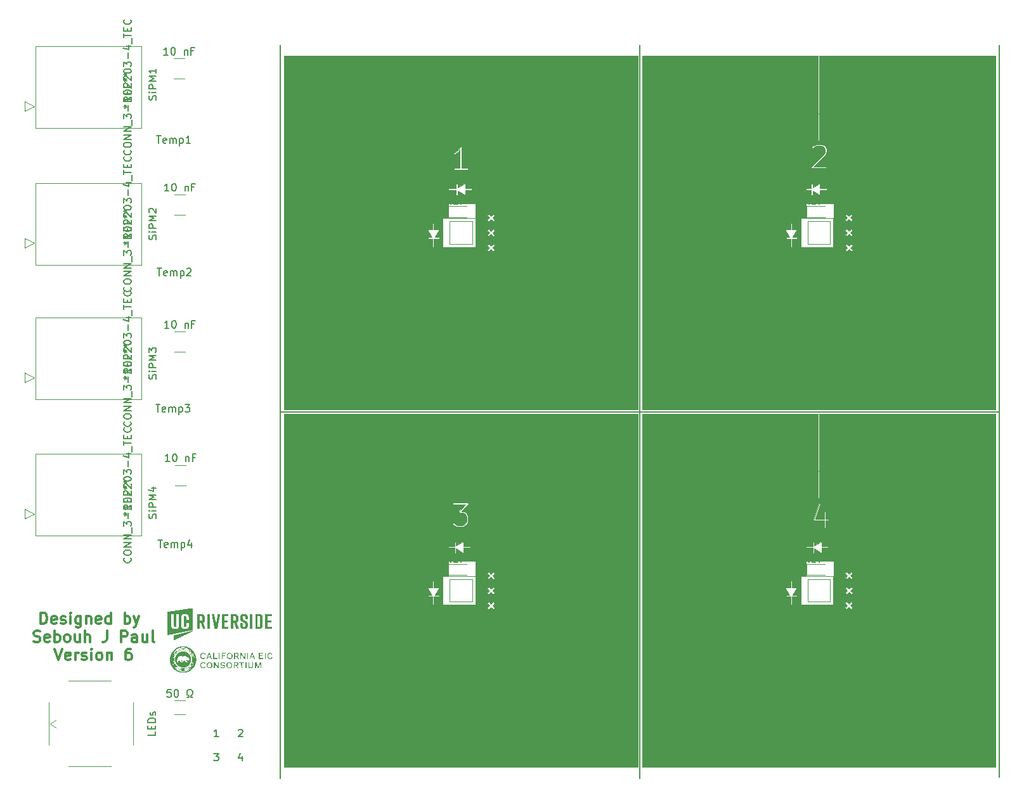
<source format=gbr>
%TF.GenerationSoftware,KiCad,Pcbnew,(6.0.8-1)-1*%
%TF.CreationDate,2023-09-14T11:54:12-04:00*%
%TF.ProjectId,Untitled,556e7469-746c-4656-942e-6b696361645f,rev?*%
%TF.SameCoordinates,Original*%
%TF.FileFunction,Legend,Top*%
%TF.FilePolarity,Positive*%
%FSLAX46Y46*%
G04 Gerber Fmt 4.6, Leading zero omitted, Abs format (unit mm)*
G04 Created by KiCad (PCBNEW (6.0.8-1)-1) date 2023-09-14 11:54:12*
%MOMM*%
%LPD*%
G01*
G04 APERTURE LIST*
%ADD10C,0.150000*%
%ADD11C,0.050000*%
%ADD12C,0.040000*%
%ADD13C,0.300000*%
%ADD14C,0.080000*%
%ADD15C,0.120000*%
G04 APERTURE END LIST*
D10*
X79630000Y-32920000D02*
X79630000Y-130910000D01*
D11*
G36*
X154000000Y-98100000D02*
G01*
X152150000Y-98100000D01*
X152275000Y-97475000D01*
X152450000Y-97475000D01*
X152450000Y-96475000D01*
X152875000Y-96475000D01*
X152875000Y-96275000D01*
X152450000Y-96275000D01*
X152450000Y-95275000D01*
X152250000Y-95275000D01*
X152250000Y-96275000D01*
X151075000Y-96275000D01*
X151775000Y-94175000D01*
X151575000Y-94125000D01*
X150800000Y-96400000D01*
X150875000Y-96475000D01*
X152250000Y-96475000D01*
X152250000Y-97475000D01*
X152150000Y-97925000D01*
X151950000Y-97825000D01*
X149150000Y-97825000D01*
X149150000Y-93475000D01*
X154000000Y-93475000D01*
X154000000Y-98100000D01*
G37*
X154000000Y-98100000D02*
X152150000Y-98100000D01*
X152275000Y-97475000D01*
X152450000Y-97475000D01*
X152450000Y-96475000D01*
X152875000Y-96475000D01*
X152875000Y-96275000D01*
X152450000Y-96275000D01*
X152450000Y-95275000D01*
X152250000Y-95275000D01*
X152250000Y-96275000D01*
X151075000Y-96275000D01*
X151775000Y-94175000D01*
X151575000Y-94125000D01*
X150800000Y-96400000D01*
X150875000Y-96475000D01*
X152250000Y-96475000D01*
X152250000Y-97475000D01*
X152150000Y-97925000D01*
X151950000Y-97825000D01*
X149150000Y-97825000D01*
X149150000Y-93475000D01*
X154000000Y-93475000D01*
X154000000Y-98100000D01*
D10*
X175600000Y-32900000D02*
X175640000Y-130700000D01*
D12*
G36*
X153450000Y-49200000D02*
G01*
X150850000Y-49200000D01*
X152400000Y-47650000D01*
X152575000Y-47175000D01*
X152575000Y-46875000D01*
X152400000Y-46525000D01*
X152225000Y-46350000D01*
X151900000Y-46200000D01*
X151150000Y-46200000D01*
X150825000Y-46375000D01*
X150600000Y-46600000D01*
X150750000Y-46725000D01*
X150950000Y-46525000D01*
X151200000Y-46400000D01*
X151850000Y-46400000D01*
X152100000Y-46525000D01*
X152225000Y-46650000D01*
X152350000Y-46900000D01*
X152350000Y-47150000D01*
X152225000Y-47525000D01*
X150500000Y-49250000D01*
X150500000Y-49400000D01*
X152550000Y-49400000D01*
X152550000Y-49225000D01*
X153525000Y-49225000D01*
X153500000Y-49900000D01*
X149075000Y-49900000D01*
X149075000Y-45750000D01*
X153450000Y-45750000D01*
X153450000Y-49200000D01*
G37*
X153450000Y-49200000D02*
X150850000Y-49200000D01*
X152400000Y-47650000D01*
X152575000Y-47175000D01*
X152575000Y-46875000D01*
X152400000Y-46525000D01*
X152225000Y-46350000D01*
X151900000Y-46200000D01*
X151150000Y-46200000D01*
X150825000Y-46375000D01*
X150600000Y-46600000D01*
X150750000Y-46725000D01*
X150950000Y-46525000D01*
X151200000Y-46400000D01*
X151850000Y-46400000D01*
X152100000Y-46525000D01*
X152225000Y-46650000D01*
X152350000Y-46900000D01*
X152350000Y-47150000D01*
X152225000Y-47525000D01*
X150500000Y-49250000D01*
X150500000Y-49400000D01*
X152550000Y-49400000D01*
X152550000Y-49225000D01*
X153525000Y-49225000D01*
X153500000Y-49900000D01*
X149075000Y-49900000D01*
X149075000Y-45750000D01*
X153450000Y-45750000D01*
X153450000Y-49200000D01*
D11*
G36*
X105625000Y-97725000D02*
G01*
X101325000Y-97725000D01*
X101325000Y-96700000D01*
X102625000Y-96700000D01*
X102725000Y-96775000D01*
X102600000Y-96900000D01*
X102825000Y-97125000D01*
X103150000Y-97275000D01*
X104050000Y-97275000D01*
X104375000Y-97125000D01*
X104551176Y-96950000D01*
X104700000Y-96625000D01*
X104700000Y-95875000D01*
X104525000Y-95525000D01*
X104375000Y-95375000D01*
X104050000Y-95225000D01*
X103825000Y-95225000D01*
X104725000Y-94200000D01*
X104650000Y-94075000D01*
X102625000Y-94075000D01*
X102625000Y-94300000D01*
X104375000Y-94300000D01*
X103500000Y-95275000D01*
X103500000Y-95425000D01*
X104000000Y-95425000D01*
X104250000Y-95550000D01*
X104375000Y-95675000D01*
X104500000Y-95925000D01*
X104500000Y-96575000D01*
X104350000Y-96850000D01*
X104250000Y-96950000D01*
X104000000Y-97075000D01*
X103200000Y-97075000D01*
X102950000Y-96950000D01*
X102625000Y-96650000D01*
X101350000Y-96650000D01*
X101350000Y-93725000D01*
X105625000Y-93725000D01*
X105625000Y-97725000D01*
G37*
X105625000Y-97725000D02*
X101325000Y-97725000D01*
X101325000Y-96700000D01*
X102625000Y-96700000D01*
X102725000Y-96775000D01*
X102600000Y-96900000D01*
X102825000Y-97125000D01*
X103150000Y-97275000D01*
X104050000Y-97275000D01*
X104375000Y-97125000D01*
X104551176Y-96950000D01*
X104700000Y-96625000D01*
X104700000Y-95875000D01*
X104525000Y-95525000D01*
X104375000Y-95375000D01*
X104050000Y-95225000D01*
X103825000Y-95225000D01*
X104725000Y-94200000D01*
X104650000Y-94075000D01*
X102625000Y-94075000D01*
X102625000Y-94300000D01*
X104375000Y-94300000D01*
X103500000Y-95275000D01*
X103500000Y-95425000D01*
X104000000Y-95425000D01*
X104250000Y-95550000D01*
X104375000Y-95675000D01*
X104500000Y-95925000D01*
X104500000Y-96575000D01*
X104350000Y-96850000D01*
X104250000Y-96950000D01*
X104000000Y-97075000D01*
X103200000Y-97075000D01*
X102950000Y-96950000D01*
X102625000Y-96650000D01*
X101350000Y-96650000D01*
X101350000Y-93725000D01*
X105625000Y-93725000D01*
X105625000Y-97725000D01*
G36*
X105600000Y-49700000D02*
G01*
X105850000Y-49950000D01*
X101250000Y-49950000D01*
X101250000Y-49450000D01*
X102800000Y-49450000D01*
X102800000Y-49650000D01*
X104700000Y-49650000D01*
X104700000Y-49400000D01*
X103850000Y-49400000D01*
X103850000Y-46450000D01*
X103650000Y-46450000D01*
X103550000Y-46650000D01*
X103375000Y-46925000D01*
X103125000Y-47175000D01*
X102750000Y-47375000D01*
X102825000Y-47550000D01*
X103225000Y-47350000D01*
X103525000Y-47050000D01*
X103600000Y-46950000D01*
X103600000Y-49400000D01*
X101375000Y-49400000D01*
X101350000Y-45910000D01*
X105600000Y-45910000D01*
X105600000Y-49700000D01*
G37*
X105600000Y-49700000D02*
X105850000Y-49950000D01*
X101250000Y-49950000D01*
X101250000Y-49450000D01*
X102800000Y-49450000D01*
X102800000Y-49650000D01*
X104700000Y-49650000D01*
X104700000Y-49400000D01*
X103850000Y-49400000D01*
X103850000Y-46450000D01*
X103650000Y-46450000D01*
X103550000Y-46650000D01*
X103375000Y-46925000D01*
X103125000Y-47175000D01*
X102750000Y-47375000D01*
X102825000Y-47550000D01*
X103225000Y-47350000D01*
X103525000Y-47050000D01*
X103600000Y-46950000D01*
X103600000Y-49400000D01*
X101375000Y-49400000D01*
X101350000Y-45910000D01*
X105600000Y-45910000D01*
X105600000Y-49700000D01*
D10*
X79630000Y-81920000D02*
X175640000Y-81920000D01*
X127640000Y-130900000D02*
X127640000Y-32910000D01*
X63004761Y-77528568D02*
X63052380Y-77385711D01*
X63052380Y-77147616D01*
X63004761Y-77052378D01*
X62957142Y-77004759D01*
X62861904Y-76957140D01*
X62766666Y-76957140D01*
X62671428Y-77004759D01*
X62623809Y-77052378D01*
X62576190Y-77147616D01*
X62528571Y-77338092D01*
X62480952Y-77433330D01*
X62433333Y-77480949D01*
X62338095Y-77528568D01*
X62242857Y-77528568D01*
X62147619Y-77480949D01*
X62100000Y-77433330D01*
X62052380Y-77338092D01*
X62052380Y-77099997D01*
X62100000Y-76957140D01*
X63052380Y-76528568D02*
X62385714Y-76528568D01*
X62052380Y-76528568D02*
X62100000Y-76576187D01*
X62147619Y-76528568D01*
X62100000Y-76480949D01*
X62052380Y-76528568D01*
X62147619Y-76528568D01*
X63052380Y-76052378D02*
X62052380Y-76052378D01*
X62052380Y-75671425D01*
X62100000Y-75576187D01*
X62147619Y-75528568D01*
X62242857Y-75480949D01*
X62385714Y-75480949D01*
X62480952Y-75528568D01*
X62528571Y-75576187D01*
X62576190Y-75671425D01*
X62576190Y-76052378D01*
X63052380Y-75052378D02*
X62052380Y-75052378D01*
X62766666Y-74719044D01*
X62052380Y-74385711D01*
X63052380Y-74385711D01*
X62052380Y-74004759D02*
X62052380Y-73385711D01*
X62433333Y-73719044D01*
X62433333Y-73576187D01*
X62480952Y-73480949D01*
X62528571Y-73433330D01*
X62623809Y-73385711D01*
X62861904Y-73385711D01*
X62957142Y-73433330D01*
X63004761Y-73480949D01*
X63052380Y-73576187D01*
X63052380Y-73861901D01*
X63004761Y-73957140D01*
X62957142Y-74004759D01*
X63004761Y-40271428D02*
X63052380Y-40128571D01*
X63052380Y-39890476D01*
X63004761Y-39795238D01*
X62957142Y-39747619D01*
X62861904Y-39700000D01*
X62766666Y-39700000D01*
X62671428Y-39747619D01*
X62623809Y-39795238D01*
X62576190Y-39890476D01*
X62528571Y-40080952D01*
X62480952Y-40176190D01*
X62433333Y-40223809D01*
X62338095Y-40271428D01*
X62242857Y-40271428D01*
X62147619Y-40223809D01*
X62100000Y-40176190D01*
X62052380Y-40080952D01*
X62052380Y-39842857D01*
X62100000Y-39700000D01*
X63052380Y-39271428D02*
X62385714Y-39271428D01*
X62052380Y-39271428D02*
X62100000Y-39319047D01*
X62147619Y-39271428D01*
X62100000Y-39223809D01*
X62052380Y-39271428D01*
X62147619Y-39271428D01*
X63052380Y-38795238D02*
X62052380Y-38795238D01*
X62052380Y-38414285D01*
X62100000Y-38319047D01*
X62147619Y-38271428D01*
X62242857Y-38223809D01*
X62385714Y-38223809D01*
X62480952Y-38271428D01*
X62528571Y-38319047D01*
X62576190Y-38414285D01*
X62576190Y-38795238D01*
X63052380Y-37795238D02*
X62052380Y-37795238D01*
X62766666Y-37461904D01*
X62052380Y-37128571D01*
X63052380Y-37128571D01*
X63052380Y-36128571D02*
X63052380Y-36700000D01*
X63052380Y-36414285D02*
X62052380Y-36414285D01*
X62195238Y-36509523D01*
X62290476Y-36604761D01*
X62338095Y-36700000D01*
D13*
X47628571Y-110263571D02*
X47628571Y-108763571D01*
X47985714Y-108763571D01*
X48199999Y-108835000D01*
X48342857Y-108977857D01*
X48414285Y-109120714D01*
X48485714Y-109406428D01*
X48485714Y-109620714D01*
X48414285Y-109906428D01*
X48342857Y-110049285D01*
X48199999Y-110192142D01*
X47985714Y-110263571D01*
X47628571Y-110263571D01*
X49699999Y-110192142D02*
X49557142Y-110263571D01*
X49271428Y-110263571D01*
X49128571Y-110192142D01*
X49057142Y-110049285D01*
X49057142Y-109477857D01*
X49128571Y-109335000D01*
X49271428Y-109263571D01*
X49557142Y-109263571D01*
X49699999Y-109335000D01*
X49771428Y-109477857D01*
X49771428Y-109620714D01*
X49057142Y-109763571D01*
X50342857Y-110192142D02*
X50485714Y-110263571D01*
X50771428Y-110263571D01*
X50914285Y-110192142D01*
X50985714Y-110049285D01*
X50985714Y-109977857D01*
X50914285Y-109835000D01*
X50771428Y-109763571D01*
X50557142Y-109763571D01*
X50414285Y-109692142D01*
X50342857Y-109549285D01*
X50342857Y-109477857D01*
X50414285Y-109335000D01*
X50557142Y-109263571D01*
X50771428Y-109263571D01*
X50914285Y-109335000D01*
X51628571Y-110263571D02*
X51628571Y-109263571D01*
X51628571Y-108763571D02*
X51557142Y-108835000D01*
X51628571Y-108906428D01*
X51699999Y-108835000D01*
X51628571Y-108763571D01*
X51628571Y-108906428D01*
X52985714Y-109263571D02*
X52985714Y-110477857D01*
X52914285Y-110620714D01*
X52842857Y-110692142D01*
X52700000Y-110763571D01*
X52485714Y-110763571D01*
X52342857Y-110692142D01*
X52985714Y-110192142D02*
X52842857Y-110263571D01*
X52557142Y-110263571D01*
X52414285Y-110192142D01*
X52342857Y-110120714D01*
X52271428Y-109977857D01*
X52271428Y-109549285D01*
X52342857Y-109406428D01*
X52414285Y-109335000D01*
X52557142Y-109263571D01*
X52842857Y-109263571D01*
X52985714Y-109335000D01*
X53700000Y-109263571D02*
X53700000Y-110263571D01*
X53700000Y-109406428D02*
X53771428Y-109335000D01*
X53914285Y-109263571D01*
X54128571Y-109263571D01*
X54271428Y-109335000D01*
X54342857Y-109477857D01*
X54342857Y-110263571D01*
X55628571Y-110192142D02*
X55485714Y-110263571D01*
X55200000Y-110263571D01*
X55057142Y-110192142D01*
X54985714Y-110049285D01*
X54985714Y-109477857D01*
X55057142Y-109335000D01*
X55200000Y-109263571D01*
X55485714Y-109263571D01*
X55628571Y-109335000D01*
X55700000Y-109477857D01*
X55700000Y-109620714D01*
X54985714Y-109763571D01*
X56985714Y-110263571D02*
X56985714Y-108763571D01*
X56985714Y-110192142D02*
X56842857Y-110263571D01*
X56557142Y-110263571D01*
X56414285Y-110192142D01*
X56342857Y-110120714D01*
X56271428Y-109977857D01*
X56271428Y-109549285D01*
X56342857Y-109406428D01*
X56414285Y-109335000D01*
X56557142Y-109263571D01*
X56842857Y-109263571D01*
X56985714Y-109335000D01*
X58842857Y-110263571D02*
X58842857Y-108763571D01*
X58842857Y-109335000D02*
X58985714Y-109263571D01*
X59271428Y-109263571D01*
X59414285Y-109335000D01*
X59485714Y-109406428D01*
X59557142Y-109549285D01*
X59557142Y-109977857D01*
X59485714Y-110120714D01*
X59414285Y-110192142D01*
X59271428Y-110263571D01*
X58985714Y-110263571D01*
X58842857Y-110192142D01*
X60057142Y-109263571D02*
X60414285Y-110263571D01*
X60771428Y-109263571D02*
X60414285Y-110263571D01*
X60271428Y-110620714D01*
X60199999Y-110692142D01*
X60057142Y-110763571D01*
X46700000Y-112607142D02*
X46914285Y-112678571D01*
X47271428Y-112678571D01*
X47414285Y-112607142D01*
X47485714Y-112535714D01*
X47557142Y-112392857D01*
X47557142Y-112250000D01*
X47485714Y-112107142D01*
X47414285Y-112035714D01*
X47271428Y-111964285D01*
X46985714Y-111892857D01*
X46842857Y-111821428D01*
X46771428Y-111750000D01*
X46700000Y-111607142D01*
X46700000Y-111464285D01*
X46771428Y-111321428D01*
X46842857Y-111250000D01*
X46985714Y-111178571D01*
X47342857Y-111178571D01*
X47557142Y-111250000D01*
X48771428Y-112607142D02*
X48628571Y-112678571D01*
X48342857Y-112678571D01*
X48200000Y-112607142D01*
X48128571Y-112464285D01*
X48128571Y-111892857D01*
X48200000Y-111750000D01*
X48342857Y-111678571D01*
X48628571Y-111678571D01*
X48771428Y-111750000D01*
X48842857Y-111892857D01*
X48842857Y-112035714D01*
X48128571Y-112178571D01*
X49485714Y-112678571D02*
X49485714Y-111178571D01*
X49485714Y-111750000D02*
X49628571Y-111678571D01*
X49914285Y-111678571D01*
X50057142Y-111750000D01*
X50128571Y-111821428D01*
X50200000Y-111964285D01*
X50200000Y-112392857D01*
X50128571Y-112535714D01*
X50057142Y-112607142D01*
X49914285Y-112678571D01*
X49628571Y-112678571D01*
X49485714Y-112607142D01*
X51057142Y-112678571D02*
X50914285Y-112607142D01*
X50842857Y-112535714D01*
X50771428Y-112392857D01*
X50771428Y-111964285D01*
X50842857Y-111821428D01*
X50914285Y-111750000D01*
X51057142Y-111678571D01*
X51271428Y-111678571D01*
X51414285Y-111750000D01*
X51485714Y-111821428D01*
X51557142Y-111964285D01*
X51557142Y-112392857D01*
X51485714Y-112535714D01*
X51414285Y-112607142D01*
X51271428Y-112678571D01*
X51057142Y-112678571D01*
X52842857Y-111678571D02*
X52842857Y-112678571D01*
X52200000Y-111678571D02*
X52200000Y-112464285D01*
X52271428Y-112607142D01*
X52414285Y-112678571D01*
X52628571Y-112678571D01*
X52771428Y-112607142D01*
X52842857Y-112535714D01*
X53557142Y-112678571D02*
X53557142Y-111178571D01*
X54200000Y-112678571D02*
X54200000Y-111892857D01*
X54128571Y-111750000D01*
X53985714Y-111678571D01*
X53771428Y-111678571D01*
X53628571Y-111750000D01*
X53557142Y-111821428D01*
X56485714Y-111178571D02*
X56485714Y-112250000D01*
X56414285Y-112464285D01*
X56271428Y-112607142D01*
X56057142Y-112678571D01*
X55914285Y-112678571D01*
X58342857Y-112678571D02*
X58342857Y-111178571D01*
X58914285Y-111178571D01*
X59057142Y-111250000D01*
X59128571Y-111321428D01*
X59200000Y-111464285D01*
X59200000Y-111678571D01*
X59128571Y-111821428D01*
X59057142Y-111892857D01*
X58914285Y-111964285D01*
X58342857Y-111964285D01*
X60485714Y-112678571D02*
X60485714Y-111892857D01*
X60414285Y-111750000D01*
X60271428Y-111678571D01*
X59985714Y-111678571D01*
X59842857Y-111750000D01*
X60485714Y-112607142D02*
X60342857Y-112678571D01*
X59985714Y-112678571D01*
X59842857Y-112607142D01*
X59771428Y-112464285D01*
X59771428Y-112321428D01*
X59842857Y-112178571D01*
X59985714Y-112107142D01*
X60342857Y-112107142D01*
X60485714Y-112035714D01*
X61842857Y-111678571D02*
X61842857Y-112678571D01*
X61200000Y-111678571D02*
X61200000Y-112464285D01*
X61271428Y-112607142D01*
X61414285Y-112678571D01*
X61628571Y-112678571D01*
X61771428Y-112607142D01*
X61842857Y-112535714D01*
X62771428Y-112678571D02*
X62628571Y-112607142D01*
X62557142Y-112464285D01*
X62557142Y-111178571D01*
X49485714Y-113593571D02*
X49985714Y-115093571D01*
X50485714Y-113593571D01*
X51557142Y-115022142D02*
X51414285Y-115093571D01*
X51128571Y-115093571D01*
X50985714Y-115022142D01*
X50914285Y-114879285D01*
X50914285Y-114307857D01*
X50985714Y-114165000D01*
X51128571Y-114093571D01*
X51414285Y-114093571D01*
X51557142Y-114165000D01*
X51628571Y-114307857D01*
X51628571Y-114450714D01*
X50914285Y-114593571D01*
X52271428Y-115093571D02*
X52271428Y-114093571D01*
X52271428Y-114379285D02*
X52342857Y-114236428D01*
X52414285Y-114165000D01*
X52557142Y-114093571D01*
X52700000Y-114093571D01*
X53128571Y-115022142D02*
X53271428Y-115093571D01*
X53557142Y-115093571D01*
X53700000Y-115022142D01*
X53771428Y-114879285D01*
X53771428Y-114807857D01*
X53700000Y-114665000D01*
X53557142Y-114593571D01*
X53342857Y-114593571D01*
X53200000Y-114522142D01*
X53128571Y-114379285D01*
X53128571Y-114307857D01*
X53200000Y-114165000D01*
X53342857Y-114093571D01*
X53557142Y-114093571D01*
X53700000Y-114165000D01*
X54414285Y-115093571D02*
X54414285Y-114093571D01*
X54414285Y-113593571D02*
X54342857Y-113665000D01*
X54414285Y-113736428D01*
X54485714Y-113665000D01*
X54414285Y-113593571D01*
X54414285Y-113736428D01*
X55342857Y-115093571D02*
X55200000Y-115022142D01*
X55128571Y-114950714D01*
X55057142Y-114807857D01*
X55057142Y-114379285D01*
X55128571Y-114236428D01*
X55200000Y-114165000D01*
X55342857Y-114093571D01*
X55557142Y-114093571D01*
X55700000Y-114165000D01*
X55771428Y-114236428D01*
X55842857Y-114379285D01*
X55842857Y-114807857D01*
X55771428Y-114950714D01*
X55700000Y-115022142D01*
X55557142Y-115093571D01*
X55342857Y-115093571D01*
X56485714Y-114093571D02*
X56485714Y-115093571D01*
X56485714Y-114236428D02*
X56557142Y-114165000D01*
X56700000Y-114093571D01*
X56914285Y-114093571D01*
X57057142Y-114165000D01*
X57128571Y-114307857D01*
X57128571Y-115093571D01*
X59628571Y-113593571D02*
X59342857Y-113593571D01*
X59200000Y-113665000D01*
X59128571Y-113736428D01*
X58985714Y-113950714D01*
X58914285Y-114236428D01*
X58914285Y-114807857D01*
X58985714Y-114950714D01*
X59057142Y-115022142D01*
X59200000Y-115093571D01*
X59485714Y-115093571D01*
X59628571Y-115022142D01*
X59700000Y-114950714D01*
X59771428Y-114807857D01*
X59771428Y-114450714D01*
X59700000Y-114307857D01*
X59628571Y-114236428D01*
X59485714Y-114165000D01*
X59200000Y-114165000D01*
X59057142Y-114236428D01*
X58985714Y-114307857D01*
X58914285Y-114450714D01*
D10*
X71366666Y-125342380D02*
X70795238Y-125342380D01*
X71080952Y-125342380D02*
X71080952Y-124342380D01*
X70985714Y-124485238D01*
X70890476Y-124580476D01*
X70795238Y-124628095D01*
X74033333Y-124437619D02*
X74080952Y-124390000D01*
X74176190Y-124342380D01*
X74414285Y-124342380D01*
X74509523Y-124390000D01*
X74557142Y-124437619D01*
X74604761Y-124532857D01*
X74604761Y-124628095D01*
X74557142Y-124770952D01*
X73985714Y-125342380D01*
X74604761Y-125342380D01*
X70747619Y-127562380D02*
X71366666Y-127562380D01*
X71033333Y-127943333D01*
X71176190Y-127943333D01*
X71271428Y-127990952D01*
X71319047Y-128038571D01*
X71366666Y-128133809D01*
X71366666Y-128371904D01*
X71319047Y-128467142D01*
X71271428Y-128514761D01*
X71176190Y-128562380D01*
X70890476Y-128562380D01*
X70795238Y-128514761D01*
X70747619Y-128467142D01*
X74509523Y-127895714D02*
X74509523Y-128562380D01*
X74271428Y-127514761D02*
X74033333Y-128229047D01*
X74652380Y-128229047D01*
X63004761Y-58899998D02*
X63052380Y-58757141D01*
X63052380Y-58519046D01*
X63004761Y-58423808D01*
X62957142Y-58376189D01*
X62861904Y-58328570D01*
X62766666Y-58328570D01*
X62671428Y-58376189D01*
X62623809Y-58423808D01*
X62576190Y-58519046D01*
X62528571Y-58709522D01*
X62480952Y-58804760D01*
X62433333Y-58852379D01*
X62338095Y-58899998D01*
X62242857Y-58899998D01*
X62147619Y-58852379D01*
X62100000Y-58804760D01*
X62052380Y-58709522D01*
X62052380Y-58471427D01*
X62100000Y-58328570D01*
X63052380Y-57899998D02*
X62385714Y-57899998D01*
X62052380Y-57899998D02*
X62100000Y-57947617D01*
X62147619Y-57899998D01*
X62100000Y-57852379D01*
X62052380Y-57899998D01*
X62147619Y-57899998D01*
X63052380Y-57423808D02*
X62052380Y-57423808D01*
X62052380Y-57042855D01*
X62100000Y-56947617D01*
X62147619Y-56899998D01*
X62242857Y-56852379D01*
X62385714Y-56852379D01*
X62480952Y-56899998D01*
X62528571Y-56947617D01*
X62576190Y-57042855D01*
X62576190Y-57423808D01*
X63052380Y-56423808D02*
X62052380Y-56423808D01*
X62766666Y-56090474D01*
X62052380Y-55757141D01*
X63052380Y-55757141D01*
X62147619Y-55328570D02*
X62100000Y-55280950D01*
X62052380Y-55185712D01*
X62052380Y-54947617D01*
X62100000Y-54852379D01*
X62147619Y-54804760D01*
X62242857Y-54757141D01*
X62338095Y-54757141D01*
X62480952Y-54804760D01*
X63052380Y-55376189D01*
X63052380Y-54757141D01*
X63004761Y-96157138D02*
X63052380Y-96014281D01*
X63052380Y-95776186D01*
X63004761Y-95680948D01*
X62957142Y-95633329D01*
X62861904Y-95585710D01*
X62766666Y-95585710D01*
X62671428Y-95633329D01*
X62623809Y-95680948D01*
X62576190Y-95776186D01*
X62528571Y-95966662D01*
X62480952Y-96061900D01*
X62433333Y-96109519D01*
X62338095Y-96157138D01*
X62242857Y-96157138D01*
X62147619Y-96109519D01*
X62100000Y-96061900D01*
X62052380Y-95966662D01*
X62052380Y-95728567D01*
X62100000Y-95585710D01*
X63052380Y-95157138D02*
X62385714Y-95157138D01*
X62052380Y-95157138D02*
X62100000Y-95204757D01*
X62147619Y-95157138D01*
X62100000Y-95109519D01*
X62052380Y-95157138D01*
X62147619Y-95157138D01*
X63052380Y-94680948D02*
X62052380Y-94680948D01*
X62052380Y-94299995D01*
X62100000Y-94204757D01*
X62147619Y-94157138D01*
X62242857Y-94109519D01*
X62385714Y-94109519D01*
X62480952Y-94157138D01*
X62528571Y-94204757D01*
X62576190Y-94299995D01*
X62576190Y-94680948D01*
X63052380Y-93680948D02*
X62052380Y-93680948D01*
X62766666Y-93347614D01*
X62052380Y-93014281D01*
X63052380Y-93014281D01*
X62385714Y-92109519D02*
X63052380Y-92109519D01*
X62004761Y-92347614D02*
X62719047Y-92585710D01*
X62719047Y-91966662D01*
%TO.C,REF\u002A\u002A*%
X102406666Y-54222380D02*
X102073333Y-53746190D01*
X101835238Y-54222380D02*
X101835238Y-53222380D01*
X102216190Y-53222380D01*
X102311428Y-53270000D01*
X102359047Y-53317619D01*
X102406666Y-53412857D01*
X102406666Y-53555714D01*
X102359047Y-53650952D01*
X102311428Y-53698571D01*
X102216190Y-53746190D01*
X101835238Y-53746190D01*
X102835238Y-53698571D02*
X103168571Y-53698571D01*
X103311428Y-54222380D02*
X102835238Y-54222380D01*
X102835238Y-53222380D01*
X103311428Y-53222380D01*
X104073333Y-53698571D02*
X103740000Y-53698571D01*
X103740000Y-54222380D02*
X103740000Y-53222380D01*
X104216190Y-53222380D01*
X104740000Y-53222380D02*
X104740000Y-53460476D01*
X104501904Y-53365238D02*
X104740000Y-53460476D01*
X104978095Y-53365238D01*
X104597142Y-53650952D02*
X104740000Y-53460476D01*
X104882857Y-53650952D01*
X105501904Y-53222380D02*
X105501904Y-53460476D01*
X105263809Y-53365238D02*
X105501904Y-53460476D01*
X105740000Y-53365238D01*
X105359047Y-53650952D02*
X105501904Y-53460476D01*
X105644761Y-53650952D01*
X150206666Y-102022380D02*
X149873333Y-101546190D01*
X149635238Y-102022380D02*
X149635238Y-101022380D01*
X150016190Y-101022380D01*
X150111428Y-101070000D01*
X150159047Y-101117619D01*
X150206666Y-101212857D01*
X150206666Y-101355714D01*
X150159047Y-101450952D01*
X150111428Y-101498571D01*
X150016190Y-101546190D01*
X149635238Y-101546190D01*
X150635238Y-101498571D02*
X150968571Y-101498571D01*
X151111428Y-102022380D02*
X150635238Y-102022380D01*
X150635238Y-101022380D01*
X151111428Y-101022380D01*
X151873333Y-101498571D02*
X151540000Y-101498571D01*
X151540000Y-102022380D02*
X151540000Y-101022380D01*
X152016190Y-101022380D01*
X152540000Y-101022380D02*
X152540000Y-101260476D01*
X152301904Y-101165238D02*
X152540000Y-101260476D01*
X152778095Y-101165238D01*
X152397142Y-101450952D02*
X152540000Y-101260476D01*
X152682857Y-101450952D01*
X153301904Y-101022380D02*
X153301904Y-101260476D01*
X153063809Y-101165238D02*
X153301904Y-101260476D01*
X153540000Y-101165238D01*
X153159047Y-101450952D02*
X153301904Y-101260476D01*
X153444761Y-101450952D01*
%TO.C,Temp1*%
X63090476Y-45052380D02*
X63661904Y-45052380D01*
X63376190Y-46052380D02*
X63376190Y-45052380D01*
X64376190Y-46004761D02*
X64280952Y-46052380D01*
X64090476Y-46052380D01*
X63995238Y-46004761D01*
X63947619Y-45909523D01*
X63947619Y-45528571D01*
X63995238Y-45433333D01*
X64090476Y-45385714D01*
X64280952Y-45385714D01*
X64376190Y-45433333D01*
X64423809Y-45528571D01*
X64423809Y-45623809D01*
X63947619Y-45719047D01*
X64852380Y-46052380D02*
X64852380Y-45385714D01*
X64852380Y-45480952D02*
X64900000Y-45433333D01*
X64995238Y-45385714D01*
X65138095Y-45385714D01*
X65233333Y-45433333D01*
X65280952Y-45528571D01*
X65280952Y-46052380D01*
X65280952Y-45528571D02*
X65328571Y-45433333D01*
X65423809Y-45385714D01*
X65566666Y-45385714D01*
X65661904Y-45433333D01*
X65709523Y-45528571D01*
X65709523Y-46052380D01*
X66185714Y-45385714D02*
X66185714Y-46385714D01*
X66185714Y-45433333D02*
X66280952Y-45385714D01*
X66471428Y-45385714D01*
X66566666Y-45433333D01*
X66614285Y-45480952D01*
X66661904Y-45576190D01*
X66661904Y-45861904D01*
X66614285Y-45957142D01*
X66566666Y-46004761D01*
X66471428Y-46052380D01*
X66280952Y-46052380D01*
X66185714Y-46004761D01*
X67614285Y-46052380D02*
X67042857Y-46052380D01*
X67328571Y-46052380D02*
X67328571Y-45052380D01*
X67233333Y-45195238D01*
X67138095Y-45290476D01*
X67042857Y-45338095D01*
%TO.C,10 nF*%
X64647619Y-34252380D02*
X64076190Y-34252380D01*
X64361904Y-34252380D02*
X64361904Y-33252380D01*
X64266666Y-33395238D01*
X64171428Y-33490476D01*
X64076190Y-33538095D01*
X65266666Y-33252380D02*
X65361904Y-33252380D01*
X65457142Y-33300000D01*
X65504761Y-33347619D01*
X65552380Y-33442857D01*
X65600000Y-33633333D01*
X65600000Y-33871428D01*
X65552380Y-34061904D01*
X65504761Y-34157142D01*
X65457142Y-34204761D01*
X65361904Y-34252380D01*
X65266666Y-34252380D01*
X65171428Y-34204761D01*
X65123809Y-34157142D01*
X65076190Y-34061904D01*
X65028571Y-33871428D01*
X65028571Y-33633333D01*
X65076190Y-33442857D01*
X65123809Y-33347619D01*
X65171428Y-33300000D01*
X65266666Y-33252380D01*
X66790476Y-33585714D02*
X66790476Y-34252380D01*
X66790476Y-33680952D02*
X66838095Y-33633333D01*
X66933333Y-33585714D01*
X67076190Y-33585714D01*
X67171428Y-33633333D01*
X67219047Y-33728571D01*
X67219047Y-34252380D01*
X68028571Y-33728571D02*
X67695238Y-33728571D01*
X67695238Y-34252380D02*
X67695238Y-33252380D01*
X68171428Y-33252380D01*
%TO.C,Temp2*%
X63190476Y-62752380D02*
X63761904Y-62752380D01*
X63476190Y-63752380D02*
X63476190Y-62752380D01*
X64476190Y-63704761D02*
X64380952Y-63752380D01*
X64190476Y-63752380D01*
X64095238Y-63704761D01*
X64047619Y-63609523D01*
X64047619Y-63228571D01*
X64095238Y-63133333D01*
X64190476Y-63085714D01*
X64380952Y-63085714D01*
X64476190Y-63133333D01*
X64523809Y-63228571D01*
X64523809Y-63323809D01*
X64047619Y-63419047D01*
X64952380Y-63752380D02*
X64952380Y-63085714D01*
X64952380Y-63180952D02*
X65000000Y-63133333D01*
X65095238Y-63085714D01*
X65238095Y-63085714D01*
X65333333Y-63133333D01*
X65380952Y-63228571D01*
X65380952Y-63752380D01*
X65380952Y-63228571D02*
X65428571Y-63133333D01*
X65523809Y-63085714D01*
X65666666Y-63085714D01*
X65761904Y-63133333D01*
X65809523Y-63228571D01*
X65809523Y-63752380D01*
X66285714Y-63085714D02*
X66285714Y-64085714D01*
X66285714Y-63133333D02*
X66380952Y-63085714D01*
X66571428Y-63085714D01*
X66666666Y-63133333D01*
X66714285Y-63180952D01*
X66761904Y-63276190D01*
X66761904Y-63561904D01*
X66714285Y-63657142D01*
X66666666Y-63704761D01*
X66571428Y-63752380D01*
X66380952Y-63752380D01*
X66285714Y-63704761D01*
X67142857Y-62847619D02*
X67190476Y-62800000D01*
X67285714Y-62752380D01*
X67523809Y-62752380D01*
X67619047Y-62800000D01*
X67666666Y-62847619D01*
X67714285Y-62942857D01*
X67714285Y-63038095D01*
X67666666Y-63180952D01*
X67095238Y-63752380D01*
X67714285Y-63752380D01*
%TO.C,50 \u03A9*%
X65009523Y-119032380D02*
X64533333Y-119032380D01*
X64485714Y-119508571D01*
X64533333Y-119460952D01*
X64628571Y-119413333D01*
X64866666Y-119413333D01*
X64961904Y-119460952D01*
X65009523Y-119508571D01*
X65057142Y-119603809D01*
X65057142Y-119841904D01*
X65009523Y-119937142D01*
X64961904Y-119984761D01*
X64866666Y-120032380D01*
X64628571Y-120032380D01*
X64533333Y-119984761D01*
X64485714Y-119937142D01*
X65676190Y-119032380D02*
X65771428Y-119032380D01*
X65866666Y-119080000D01*
X65914285Y-119127619D01*
X65961904Y-119222857D01*
X66009523Y-119413333D01*
X66009523Y-119651428D01*
X65961904Y-119841904D01*
X65914285Y-119937142D01*
X65866666Y-119984761D01*
X65771428Y-120032380D01*
X65676190Y-120032380D01*
X65580952Y-119984761D01*
X65533333Y-119937142D01*
X65485714Y-119841904D01*
X65438095Y-119651428D01*
X65438095Y-119413333D01*
X65485714Y-119222857D01*
X65533333Y-119127619D01*
X65580952Y-119080000D01*
X65676190Y-119032380D01*
X67152380Y-120032380D02*
X67390476Y-120032380D01*
X67390476Y-119841904D01*
X67295238Y-119794285D01*
X67200000Y-119699047D01*
X67152380Y-119556190D01*
X67152380Y-119318095D01*
X67200000Y-119175238D01*
X67295238Y-119080000D01*
X67438095Y-119032380D01*
X67628571Y-119032380D01*
X67771428Y-119080000D01*
X67866666Y-119175238D01*
X67914285Y-119318095D01*
X67914285Y-119556190D01*
X67866666Y-119699047D01*
X67771428Y-119794285D01*
X67676190Y-119841904D01*
X67676190Y-120032380D01*
X67914285Y-120032380D01*
%TO.C,10 nF*%
X64847619Y-88552380D02*
X64276190Y-88552380D01*
X64561904Y-88552380D02*
X64561904Y-87552380D01*
X64466666Y-87695238D01*
X64371428Y-87790476D01*
X64276190Y-87838095D01*
X65466666Y-87552380D02*
X65561904Y-87552380D01*
X65657142Y-87600000D01*
X65704761Y-87647619D01*
X65752380Y-87742857D01*
X65800000Y-87933333D01*
X65800000Y-88171428D01*
X65752380Y-88361904D01*
X65704761Y-88457142D01*
X65657142Y-88504761D01*
X65561904Y-88552380D01*
X65466666Y-88552380D01*
X65371428Y-88504761D01*
X65323809Y-88457142D01*
X65276190Y-88361904D01*
X65228571Y-88171428D01*
X65228571Y-87933333D01*
X65276190Y-87742857D01*
X65323809Y-87647619D01*
X65371428Y-87600000D01*
X65466666Y-87552380D01*
X66990476Y-87885714D02*
X66990476Y-88552380D01*
X66990476Y-87980952D02*
X67038095Y-87933333D01*
X67133333Y-87885714D01*
X67276190Y-87885714D01*
X67371428Y-87933333D01*
X67419047Y-88028571D01*
X67419047Y-88552380D01*
X68228571Y-88028571D02*
X67895238Y-88028571D01*
X67895238Y-88552380D02*
X67895238Y-87552380D01*
X68371428Y-87552380D01*
%TO.C,Temp3*%
X62990476Y-80952380D02*
X63561904Y-80952380D01*
X63276190Y-81952380D02*
X63276190Y-80952380D01*
X64276190Y-81904761D02*
X64180952Y-81952380D01*
X63990476Y-81952380D01*
X63895238Y-81904761D01*
X63847619Y-81809523D01*
X63847619Y-81428571D01*
X63895238Y-81333333D01*
X63990476Y-81285714D01*
X64180952Y-81285714D01*
X64276190Y-81333333D01*
X64323809Y-81428571D01*
X64323809Y-81523809D01*
X63847619Y-81619047D01*
X64752380Y-81952380D02*
X64752380Y-81285714D01*
X64752380Y-81380952D02*
X64800000Y-81333333D01*
X64895238Y-81285714D01*
X65038095Y-81285714D01*
X65133333Y-81333333D01*
X65180952Y-81428571D01*
X65180952Y-81952380D01*
X65180952Y-81428571D02*
X65228571Y-81333333D01*
X65323809Y-81285714D01*
X65466666Y-81285714D01*
X65561904Y-81333333D01*
X65609523Y-81428571D01*
X65609523Y-81952380D01*
X66085714Y-81285714D02*
X66085714Y-82285714D01*
X66085714Y-81333333D02*
X66180952Y-81285714D01*
X66371428Y-81285714D01*
X66466666Y-81333333D01*
X66514285Y-81380952D01*
X66561904Y-81476190D01*
X66561904Y-81761904D01*
X66514285Y-81857142D01*
X66466666Y-81904761D01*
X66371428Y-81952380D01*
X66180952Y-81952380D01*
X66085714Y-81904761D01*
X66895238Y-80952380D02*
X67514285Y-80952380D01*
X67180952Y-81333333D01*
X67323809Y-81333333D01*
X67419047Y-81380952D01*
X67466666Y-81428571D01*
X67514285Y-81523809D01*
X67514285Y-81761904D01*
X67466666Y-81857142D01*
X67419047Y-81904761D01*
X67323809Y-81952380D01*
X67038095Y-81952380D01*
X66942857Y-81904761D01*
X66895238Y-81857142D01*
%TO.C,REF\u002A\u002A*%
X59702480Y-39920833D02*
X59226290Y-40254166D01*
X59702480Y-40492261D02*
X58702480Y-40492261D01*
X58702480Y-40111309D01*
X58750100Y-40016071D01*
X58797719Y-39968452D01*
X58892957Y-39920833D01*
X59035814Y-39920833D01*
X59131052Y-39968452D01*
X59178671Y-40016071D01*
X59226290Y-40111309D01*
X59226290Y-40492261D01*
X59178671Y-39492261D02*
X59178671Y-39158928D01*
X59702480Y-39016071D02*
X59702480Y-39492261D01*
X58702480Y-39492261D01*
X58702480Y-39016071D01*
X59178671Y-38254166D02*
X59178671Y-38587500D01*
X59702480Y-38587500D02*
X58702480Y-38587500D01*
X58702480Y-38111309D01*
X58702480Y-37587500D02*
X58940576Y-37587500D01*
X58845338Y-37825595D02*
X58940576Y-37587500D01*
X58845338Y-37349404D01*
X59131052Y-37730357D02*
X58940576Y-37587500D01*
X59131052Y-37444642D01*
X58702480Y-36825595D02*
X58940576Y-36825595D01*
X58845338Y-37063690D02*
X58940576Y-36825595D01*
X58845338Y-36587500D01*
X59131052Y-36968452D02*
X58940576Y-36825595D01*
X59131052Y-36682738D01*
X59607242Y-46992261D02*
X59654861Y-47039880D01*
X59702480Y-47182738D01*
X59702480Y-47277976D01*
X59654861Y-47420833D01*
X59559623Y-47516071D01*
X59464385Y-47563690D01*
X59273909Y-47611309D01*
X59131052Y-47611309D01*
X58940576Y-47563690D01*
X58845338Y-47516071D01*
X58750100Y-47420833D01*
X58702480Y-47277976D01*
X58702480Y-47182738D01*
X58750100Y-47039880D01*
X58797719Y-46992261D01*
X58702480Y-46373214D02*
X58702480Y-46182738D01*
X58750100Y-46087500D01*
X58845338Y-45992261D01*
X59035814Y-45944642D01*
X59369147Y-45944642D01*
X59559623Y-45992261D01*
X59654861Y-46087500D01*
X59702480Y-46182738D01*
X59702480Y-46373214D01*
X59654861Y-46468452D01*
X59559623Y-46563690D01*
X59369147Y-46611309D01*
X59035814Y-46611309D01*
X58845338Y-46563690D01*
X58750100Y-46468452D01*
X58702480Y-46373214D01*
X59702480Y-45516071D02*
X58702480Y-45516071D01*
X59702480Y-44944642D01*
X58702480Y-44944642D01*
X59702480Y-44468452D02*
X58702480Y-44468452D01*
X59702480Y-43897023D01*
X58702480Y-43897023D01*
X59797719Y-43658928D02*
X59797719Y-42897023D01*
X58702480Y-42754166D02*
X58702480Y-42135119D01*
X59083433Y-42468452D01*
X59083433Y-42325595D01*
X59131052Y-42230357D01*
X59178671Y-42182738D01*
X59273909Y-42135119D01*
X59512004Y-42135119D01*
X59607242Y-42182738D01*
X59654861Y-42230357D01*
X59702480Y-42325595D01*
X59702480Y-42611309D01*
X59654861Y-42706547D01*
X59607242Y-42754166D01*
X59321528Y-41706547D02*
X59321528Y-40944642D01*
X59702480Y-39944642D02*
X59702480Y-40516071D01*
X59702480Y-40230357D02*
X58702480Y-40230357D01*
X58845338Y-40325595D01*
X58940576Y-40420833D01*
X58988195Y-40516071D01*
X58702480Y-39325595D02*
X58702480Y-39230357D01*
X58750100Y-39135119D01*
X58797719Y-39087500D01*
X58892957Y-39039880D01*
X59083433Y-38992261D01*
X59321528Y-38992261D01*
X59512004Y-39039880D01*
X59607242Y-39087500D01*
X59654861Y-39135119D01*
X59702480Y-39230357D01*
X59702480Y-39325595D01*
X59654861Y-39420833D01*
X59607242Y-39468452D01*
X59512004Y-39516071D01*
X59321528Y-39563690D01*
X59083433Y-39563690D01*
X58892957Y-39516071D01*
X58797719Y-39468452D01*
X58750100Y-39420833D01*
X58702480Y-39325595D01*
X58797719Y-38611309D02*
X58750100Y-38563690D01*
X58702480Y-38468452D01*
X58702480Y-38230357D01*
X58750100Y-38135119D01*
X58797719Y-38087500D01*
X58892957Y-38039880D01*
X58988195Y-38039880D01*
X59131052Y-38087500D01*
X59702480Y-38658928D01*
X59702480Y-38039880D01*
X58797719Y-37658928D02*
X58750100Y-37611309D01*
X58702480Y-37516071D01*
X58702480Y-37277976D01*
X58750100Y-37182738D01*
X58797719Y-37135119D01*
X58892957Y-37087500D01*
X58988195Y-37087500D01*
X59131052Y-37135119D01*
X59702480Y-37706547D01*
X59702480Y-37087500D01*
X58702480Y-36468452D02*
X58702480Y-36373214D01*
X58750100Y-36277976D01*
X58797719Y-36230357D01*
X58892957Y-36182738D01*
X59083433Y-36135119D01*
X59321528Y-36135119D01*
X59512004Y-36182738D01*
X59607242Y-36230357D01*
X59654861Y-36277976D01*
X59702480Y-36373214D01*
X59702480Y-36468452D01*
X59654861Y-36563690D01*
X59607242Y-36611309D01*
X59512004Y-36658928D01*
X59321528Y-36706547D01*
X59083433Y-36706547D01*
X58892957Y-36658928D01*
X58797719Y-36611309D01*
X58750100Y-36563690D01*
X58702480Y-36468452D01*
X58702480Y-35801785D02*
X58702480Y-35182738D01*
X59083433Y-35516071D01*
X59083433Y-35373214D01*
X59131052Y-35277976D01*
X59178671Y-35230357D01*
X59273909Y-35182738D01*
X59512004Y-35182738D01*
X59607242Y-35230357D01*
X59654861Y-35277976D01*
X59702480Y-35373214D01*
X59702480Y-35658928D01*
X59654861Y-35754166D01*
X59607242Y-35801785D01*
X59321528Y-34754166D02*
X59321528Y-33992261D01*
X59035814Y-33087500D02*
X59702480Y-33087500D01*
X58654861Y-33325595D02*
X59369147Y-33563690D01*
X59369147Y-32944642D01*
X59797719Y-32801785D02*
X59797719Y-32039880D01*
X58702480Y-31944642D02*
X58702480Y-31373214D01*
X59702480Y-31658928D02*
X58702480Y-31658928D01*
X59178671Y-31039880D02*
X59178671Y-30706547D01*
X59702480Y-30563690D02*
X59702480Y-31039880D01*
X58702480Y-31039880D01*
X58702480Y-30563690D01*
X59607242Y-29563690D02*
X59654861Y-29611309D01*
X59702480Y-29754166D01*
X59702480Y-29849404D01*
X59654861Y-29992261D01*
X59559623Y-30087500D01*
X59464385Y-30135119D01*
X59273909Y-30182738D01*
X59131052Y-30182738D01*
X58940576Y-30135119D01*
X58845338Y-30087500D01*
X58750100Y-29992261D01*
X58702480Y-29849404D01*
X58702480Y-29754166D01*
X58750100Y-29611309D01*
X58797719Y-29563690D01*
X58702480Y-41127500D02*
X58940576Y-41127500D01*
X58845338Y-41365595D02*
X58940576Y-41127500D01*
X58845338Y-40889404D01*
X59131052Y-41270357D02*
X58940576Y-41127500D01*
X59131052Y-40984642D01*
X102406666Y-102022380D02*
X102073333Y-101546190D01*
X101835238Y-102022380D02*
X101835238Y-101022380D01*
X102216190Y-101022380D01*
X102311428Y-101070000D01*
X102359047Y-101117619D01*
X102406666Y-101212857D01*
X102406666Y-101355714D01*
X102359047Y-101450952D01*
X102311428Y-101498571D01*
X102216190Y-101546190D01*
X101835238Y-101546190D01*
X102835238Y-101498571D02*
X103168571Y-101498571D01*
X103311428Y-102022380D02*
X102835238Y-102022380D01*
X102835238Y-101022380D01*
X103311428Y-101022380D01*
X104073333Y-101498571D02*
X103740000Y-101498571D01*
X103740000Y-102022380D02*
X103740000Y-101022380D01*
X104216190Y-101022380D01*
X104740000Y-101022380D02*
X104740000Y-101260476D01*
X104501904Y-101165238D02*
X104740000Y-101260476D01*
X104978095Y-101165238D01*
X104597142Y-101450952D02*
X104740000Y-101260476D01*
X104882857Y-101450952D01*
X105501904Y-101022380D02*
X105501904Y-101260476D01*
X105263809Y-101165238D02*
X105501904Y-101260476D01*
X105740000Y-101165238D01*
X105359047Y-101450952D02*
X105501904Y-101260476D01*
X105644761Y-101450952D01*
%TO.C,LEDs*%
X62952380Y-124647619D02*
X62952380Y-125123809D01*
X61952380Y-125123809D01*
X62428571Y-124314285D02*
X62428571Y-123980952D01*
X62952380Y-123838095D02*
X62952380Y-124314285D01*
X61952380Y-124314285D01*
X61952380Y-123838095D01*
X62952380Y-123409523D02*
X61952380Y-123409523D01*
X61952380Y-123171428D01*
X62000000Y-123028571D01*
X62095238Y-122933333D01*
X62190476Y-122885714D01*
X62380952Y-122838095D01*
X62523809Y-122838095D01*
X62714285Y-122885714D01*
X62809523Y-122933333D01*
X62904761Y-123028571D01*
X62952380Y-123171428D01*
X62952380Y-123409523D01*
X62904761Y-122457142D02*
X62952380Y-122361904D01*
X62952380Y-122171428D01*
X62904761Y-122076190D01*
X62809523Y-122028571D01*
X62761904Y-122028571D01*
X62666666Y-122076190D01*
X62619047Y-122171428D01*
X62619047Y-122314285D01*
X62571428Y-122409523D01*
X62476190Y-122457142D01*
X62428571Y-122457142D01*
X62333333Y-122409523D01*
X62285714Y-122314285D01*
X62285714Y-122171428D01*
X62333333Y-122076190D01*
%TO.C,10 nF*%
X64747619Y-70752380D02*
X64176190Y-70752380D01*
X64461904Y-70752380D02*
X64461904Y-69752380D01*
X64366666Y-69895238D01*
X64271428Y-69990476D01*
X64176190Y-70038095D01*
X65366666Y-69752380D02*
X65461904Y-69752380D01*
X65557142Y-69800000D01*
X65604761Y-69847619D01*
X65652380Y-69942857D01*
X65700000Y-70133333D01*
X65700000Y-70371428D01*
X65652380Y-70561904D01*
X65604761Y-70657142D01*
X65557142Y-70704761D01*
X65461904Y-70752380D01*
X65366666Y-70752380D01*
X65271428Y-70704761D01*
X65223809Y-70657142D01*
X65176190Y-70561904D01*
X65128571Y-70371428D01*
X65128571Y-70133333D01*
X65176190Y-69942857D01*
X65223809Y-69847619D01*
X65271428Y-69800000D01*
X65366666Y-69752380D01*
X66890476Y-70085714D02*
X66890476Y-70752380D01*
X66890476Y-70180952D02*
X66938095Y-70133333D01*
X67033333Y-70085714D01*
X67176190Y-70085714D01*
X67271428Y-70133333D01*
X67319047Y-70228571D01*
X67319047Y-70752380D01*
X68128571Y-70228571D02*
X67795238Y-70228571D01*
X67795238Y-70752380D02*
X67795238Y-69752380D01*
X68271428Y-69752380D01*
%TO.C,Temp4*%
X63290476Y-99052380D02*
X63861904Y-99052380D01*
X63576190Y-100052380D02*
X63576190Y-99052380D01*
X64576190Y-100004761D02*
X64480952Y-100052380D01*
X64290476Y-100052380D01*
X64195238Y-100004761D01*
X64147619Y-99909523D01*
X64147619Y-99528571D01*
X64195238Y-99433333D01*
X64290476Y-99385714D01*
X64480952Y-99385714D01*
X64576190Y-99433333D01*
X64623809Y-99528571D01*
X64623809Y-99623809D01*
X64147619Y-99719047D01*
X65052380Y-100052380D02*
X65052380Y-99385714D01*
X65052380Y-99480952D02*
X65100000Y-99433333D01*
X65195238Y-99385714D01*
X65338095Y-99385714D01*
X65433333Y-99433333D01*
X65480952Y-99528571D01*
X65480952Y-100052380D01*
X65480952Y-99528571D02*
X65528571Y-99433333D01*
X65623809Y-99385714D01*
X65766666Y-99385714D01*
X65861904Y-99433333D01*
X65909523Y-99528571D01*
X65909523Y-100052380D01*
X66385714Y-99385714D02*
X66385714Y-100385714D01*
X66385714Y-99433333D02*
X66480952Y-99385714D01*
X66671428Y-99385714D01*
X66766666Y-99433333D01*
X66814285Y-99480952D01*
X66861904Y-99576190D01*
X66861904Y-99861904D01*
X66814285Y-99957142D01*
X66766666Y-100004761D01*
X66671428Y-100052380D01*
X66480952Y-100052380D01*
X66385714Y-100004761D01*
X67719047Y-99385714D02*
X67719047Y-100052380D01*
X67480952Y-99004761D02*
X67242857Y-99719047D01*
X67861904Y-99719047D01*
%TO.C,10 nF*%
X64747619Y-52452380D02*
X64176190Y-52452380D01*
X64461904Y-52452380D02*
X64461904Y-51452380D01*
X64366666Y-51595238D01*
X64271428Y-51690476D01*
X64176190Y-51738095D01*
X65366666Y-51452380D02*
X65461904Y-51452380D01*
X65557142Y-51500000D01*
X65604761Y-51547619D01*
X65652380Y-51642857D01*
X65700000Y-51833333D01*
X65700000Y-52071428D01*
X65652380Y-52261904D01*
X65604761Y-52357142D01*
X65557142Y-52404761D01*
X65461904Y-52452380D01*
X65366666Y-52452380D01*
X65271428Y-52404761D01*
X65223809Y-52357142D01*
X65176190Y-52261904D01*
X65128571Y-52071428D01*
X65128571Y-51833333D01*
X65176190Y-51642857D01*
X65223809Y-51547619D01*
X65271428Y-51500000D01*
X65366666Y-51452380D01*
X66890476Y-51785714D02*
X66890476Y-52452380D01*
X66890476Y-51880952D02*
X66938095Y-51833333D01*
X67033333Y-51785714D01*
X67176190Y-51785714D01*
X67271428Y-51833333D01*
X67319047Y-51928571D01*
X67319047Y-52452380D01*
X68128571Y-51928571D02*
X67795238Y-51928571D01*
X67795238Y-52452380D02*
X67795238Y-51452380D01*
X68271428Y-51452380D01*
%TO.C,REF\u002A\u002A*%
X150206666Y-54222380D02*
X149873333Y-53746190D01*
X149635238Y-54222380D02*
X149635238Y-53222380D01*
X150016190Y-53222380D01*
X150111428Y-53270000D01*
X150159047Y-53317619D01*
X150206666Y-53412857D01*
X150206666Y-53555714D01*
X150159047Y-53650952D01*
X150111428Y-53698571D01*
X150016190Y-53746190D01*
X149635238Y-53746190D01*
X150635238Y-53698571D02*
X150968571Y-53698571D01*
X151111428Y-54222380D02*
X150635238Y-54222380D01*
X150635238Y-53222380D01*
X151111428Y-53222380D01*
X151873333Y-53698571D02*
X151540000Y-53698571D01*
X151540000Y-54222380D02*
X151540000Y-53222380D01*
X152016190Y-53222380D01*
X152540000Y-53222380D02*
X152540000Y-53460476D01*
X152301904Y-53365238D02*
X152540000Y-53460476D01*
X152778095Y-53365238D01*
X152397142Y-53650952D02*
X152540000Y-53460476D01*
X152682857Y-53650952D01*
X153301904Y-53222380D02*
X153301904Y-53460476D01*
X153063809Y-53365238D02*
X153301904Y-53460476D01*
X153540000Y-53365238D01*
X153159047Y-53650952D02*
X153301904Y-53460476D01*
X153444761Y-53650952D01*
X59702480Y-94380833D02*
X59226290Y-94714166D01*
X59702480Y-94952261D02*
X58702480Y-94952261D01*
X58702480Y-94571309D01*
X58750100Y-94476071D01*
X58797719Y-94428452D01*
X58892957Y-94380833D01*
X59035814Y-94380833D01*
X59131052Y-94428452D01*
X59178671Y-94476071D01*
X59226290Y-94571309D01*
X59226290Y-94952261D01*
X59178671Y-93952261D02*
X59178671Y-93618928D01*
X59702480Y-93476071D02*
X59702480Y-93952261D01*
X58702480Y-93952261D01*
X58702480Y-93476071D01*
X59178671Y-92714166D02*
X59178671Y-93047500D01*
X59702480Y-93047500D02*
X58702480Y-93047500D01*
X58702480Y-92571309D01*
X58702480Y-92047500D02*
X58940576Y-92047500D01*
X58845338Y-92285595D02*
X58940576Y-92047500D01*
X58845338Y-91809404D01*
X59131052Y-92190357D02*
X58940576Y-92047500D01*
X59131052Y-91904642D01*
X58702480Y-91285595D02*
X58940576Y-91285595D01*
X58845338Y-91523690D02*
X58940576Y-91285595D01*
X58845338Y-91047500D01*
X59131052Y-91428452D02*
X58940576Y-91285595D01*
X59131052Y-91142738D01*
X59607242Y-101452261D02*
X59654861Y-101499880D01*
X59702480Y-101642738D01*
X59702480Y-101737976D01*
X59654861Y-101880833D01*
X59559623Y-101976071D01*
X59464385Y-102023690D01*
X59273909Y-102071309D01*
X59131052Y-102071309D01*
X58940576Y-102023690D01*
X58845338Y-101976071D01*
X58750100Y-101880833D01*
X58702480Y-101737976D01*
X58702480Y-101642738D01*
X58750100Y-101499880D01*
X58797719Y-101452261D01*
X58702480Y-100833214D02*
X58702480Y-100642738D01*
X58750100Y-100547500D01*
X58845338Y-100452261D01*
X59035814Y-100404642D01*
X59369147Y-100404642D01*
X59559623Y-100452261D01*
X59654861Y-100547500D01*
X59702480Y-100642738D01*
X59702480Y-100833214D01*
X59654861Y-100928452D01*
X59559623Y-101023690D01*
X59369147Y-101071309D01*
X59035814Y-101071309D01*
X58845338Y-101023690D01*
X58750100Y-100928452D01*
X58702480Y-100833214D01*
X59702480Y-99976071D02*
X58702480Y-99976071D01*
X59702480Y-99404642D01*
X58702480Y-99404642D01*
X59702480Y-98928452D02*
X58702480Y-98928452D01*
X59702480Y-98357023D01*
X58702480Y-98357023D01*
X59797719Y-98118928D02*
X59797719Y-97357023D01*
X58702480Y-97214166D02*
X58702480Y-96595119D01*
X59083433Y-96928452D01*
X59083433Y-96785595D01*
X59131052Y-96690357D01*
X59178671Y-96642738D01*
X59273909Y-96595119D01*
X59512004Y-96595119D01*
X59607242Y-96642738D01*
X59654861Y-96690357D01*
X59702480Y-96785595D01*
X59702480Y-97071309D01*
X59654861Y-97166547D01*
X59607242Y-97214166D01*
X59321528Y-96166547D02*
X59321528Y-95404642D01*
X59702480Y-94404642D02*
X59702480Y-94976071D01*
X59702480Y-94690357D02*
X58702480Y-94690357D01*
X58845338Y-94785595D01*
X58940576Y-94880833D01*
X58988195Y-94976071D01*
X58702480Y-93785595D02*
X58702480Y-93690357D01*
X58750100Y-93595119D01*
X58797719Y-93547500D01*
X58892957Y-93499880D01*
X59083433Y-93452261D01*
X59321528Y-93452261D01*
X59512004Y-93499880D01*
X59607242Y-93547500D01*
X59654861Y-93595119D01*
X59702480Y-93690357D01*
X59702480Y-93785595D01*
X59654861Y-93880833D01*
X59607242Y-93928452D01*
X59512004Y-93976071D01*
X59321528Y-94023690D01*
X59083433Y-94023690D01*
X58892957Y-93976071D01*
X58797719Y-93928452D01*
X58750100Y-93880833D01*
X58702480Y-93785595D01*
X58797719Y-93071309D02*
X58750100Y-93023690D01*
X58702480Y-92928452D01*
X58702480Y-92690357D01*
X58750100Y-92595119D01*
X58797719Y-92547500D01*
X58892957Y-92499880D01*
X58988195Y-92499880D01*
X59131052Y-92547500D01*
X59702480Y-93118928D01*
X59702480Y-92499880D01*
X58797719Y-92118928D02*
X58750100Y-92071309D01*
X58702480Y-91976071D01*
X58702480Y-91737976D01*
X58750100Y-91642738D01*
X58797719Y-91595119D01*
X58892957Y-91547500D01*
X58988195Y-91547500D01*
X59131052Y-91595119D01*
X59702480Y-92166547D01*
X59702480Y-91547500D01*
X58702480Y-90928452D02*
X58702480Y-90833214D01*
X58750100Y-90737976D01*
X58797719Y-90690357D01*
X58892957Y-90642738D01*
X59083433Y-90595119D01*
X59321528Y-90595119D01*
X59512004Y-90642738D01*
X59607242Y-90690357D01*
X59654861Y-90737976D01*
X59702480Y-90833214D01*
X59702480Y-90928452D01*
X59654861Y-91023690D01*
X59607242Y-91071309D01*
X59512004Y-91118928D01*
X59321528Y-91166547D01*
X59083433Y-91166547D01*
X58892957Y-91118928D01*
X58797719Y-91071309D01*
X58750100Y-91023690D01*
X58702480Y-90928452D01*
X58702480Y-90261785D02*
X58702480Y-89642738D01*
X59083433Y-89976071D01*
X59083433Y-89833214D01*
X59131052Y-89737976D01*
X59178671Y-89690357D01*
X59273909Y-89642738D01*
X59512004Y-89642738D01*
X59607242Y-89690357D01*
X59654861Y-89737976D01*
X59702480Y-89833214D01*
X59702480Y-90118928D01*
X59654861Y-90214166D01*
X59607242Y-90261785D01*
X59321528Y-89214166D02*
X59321528Y-88452261D01*
X59035814Y-87547500D02*
X59702480Y-87547500D01*
X58654861Y-87785595D02*
X59369147Y-88023690D01*
X59369147Y-87404642D01*
X59797719Y-87261785D02*
X59797719Y-86499880D01*
X58702480Y-86404642D02*
X58702480Y-85833214D01*
X59702480Y-86118928D02*
X58702480Y-86118928D01*
X59178671Y-85499880D02*
X59178671Y-85166547D01*
X59702480Y-85023690D02*
X59702480Y-85499880D01*
X58702480Y-85499880D01*
X58702480Y-85023690D01*
X59607242Y-84023690D02*
X59654861Y-84071309D01*
X59702480Y-84214166D01*
X59702480Y-84309404D01*
X59654861Y-84452261D01*
X59559623Y-84547500D01*
X59464385Y-84595119D01*
X59273909Y-84642738D01*
X59131052Y-84642738D01*
X58940576Y-84595119D01*
X58845338Y-84547500D01*
X58750100Y-84452261D01*
X58702480Y-84309404D01*
X58702480Y-84214166D01*
X58750100Y-84071309D01*
X58797719Y-84023690D01*
X58702480Y-95587500D02*
X58940576Y-95587500D01*
X58845338Y-95825595D02*
X58940576Y-95587500D01*
X58845338Y-95349404D01*
X59131052Y-95730357D02*
X58940576Y-95587500D01*
X59131052Y-95444642D01*
X59702480Y-76180833D02*
X59226290Y-76514166D01*
X59702480Y-76752261D02*
X58702480Y-76752261D01*
X58702480Y-76371309D01*
X58750100Y-76276071D01*
X58797719Y-76228452D01*
X58892957Y-76180833D01*
X59035814Y-76180833D01*
X59131052Y-76228452D01*
X59178671Y-76276071D01*
X59226290Y-76371309D01*
X59226290Y-76752261D01*
X59178671Y-75752261D02*
X59178671Y-75418928D01*
X59702480Y-75276071D02*
X59702480Y-75752261D01*
X58702480Y-75752261D01*
X58702480Y-75276071D01*
X59178671Y-74514166D02*
X59178671Y-74847500D01*
X59702480Y-74847500D02*
X58702480Y-74847500D01*
X58702480Y-74371309D01*
X58702480Y-73847500D02*
X58940576Y-73847500D01*
X58845338Y-74085595D02*
X58940576Y-73847500D01*
X58845338Y-73609404D01*
X59131052Y-73990357D02*
X58940576Y-73847500D01*
X59131052Y-73704642D01*
X58702480Y-73085595D02*
X58940576Y-73085595D01*
X58845338Y-73323690D02*
X58940576Y-73085595D01*
X58845338Y-72847500D01*
X59131052Y-73228452D02*
X58940576Y-73085595D01*
X59131052Y-72942738D01*
X59607242Y-83252261D02*
X59654861Y-83299880D01*
X59702480Y-83442738D01*
X59702480Y-83537976D01*
X59654861Y-83680833D01*
X59559623Y-83776071D01*
X59464385Y-83823690D01*
X59273909Y-83871309D01*
X59131052Y-83871309D01*
X58940576Y-83823690D01*
X58845338Y-83776071D01*
X58750100Y-83680833D01*
X58702480Y-83537976D01*
X58702480Y-83442738D01*
X58750100Y-83299880D01*
X58797719Y-83252261D01*
X58702480Y-82633214D02*
X58702480Y-82442738D01*
X58750100Y-82347500D01*
X58845338Y-82252261D01*
X59035814Y-82204642D01*
X59369147Y-82204642D01*
X59559623Y-82252261D01*
X59654861Y-82347500D01*
X59702480Y-82442738D01*
X59702480Y-82633214D01*
X59654861Y-82728452D01*
X59559623Y-82823690D01*
X59369147Y-82871309D01*
X59035814Y-82871309D01*
X58845338Y-82823690D01*
X58750100Y-82728452D01*
X58702480Y-82633214D01*
X59702480Y-81776071D02*
X58702480Y-81776071D01*
X59702480Y-81204642D01*
X58702480Y-81204642D01*
X59702480Y-80728452D02*
X58702480Y-80728452D01*
X59702480Y-80157023D01*
X58702480Y-80157023D01*
X59797719Y-79918928D02*
X59797719Y-79157023D01*
X58702480Y-79014166D02*
X58702480Y-78395119D01*
X59083433Y-78728452D01*
X59083433Y-78585595D01*
X59131052Y-78490357D01*
X59178671Y-78442738D01*
X59273909Y-78395119D01*
X59512004Y-78395119D01*
X59607242Y-78442738D01*
X59654861Y-78490357D01*
X59702480Y-78585595D01*
X59702480Y-78871309D01*
X59654861Y-78966547D01*
X59607242Y-79014166D01*
X59321528Y-77966547D02*
X59321528Y-77204642D01*
X59702480Y-76204642D02*
X59702480Y-76776071D01*
X59702480Y-76490357D02*
X58702480Y-76490357D01*
X58845338Y-76585595D01*
X58940576Y-76680833D01*
X58988195Y-76776071D01*
X58702480Y-75585595D02*
X58702480Y-75490357D01*
X58750100Y-75395119D01*
X58797719Y-75347500D01*
X58892957Y-75299880D01*
X59083433Y-75252261D01*
X59321528Y-75252261D01*
X59512004Y-75299880D01*
X59607242Y-75347500D01*
X59654861Y-75395119D01*
X59702480Y-75490357D01*
X59702480Y-75585595D01*
X59654861Y-75680833D01*
X59607242Y-75728452D01*
X59512004Y-75776071D01*
X59321528Y-75823690D01*
X59083433Y-75823690D01*
X58892957Y-75776071D01*
X58797719Y-75728452D01*
X58750100Y-75680833D01*
X58702480Y-75585595D01*
X58797719Y-74871309D02*
X58750100Y-74823690D01*
X58702480Y-74728452D01*
X58702480Y-74490357D01*
X58750100Y-74395119D01*
X58797719Y-74347500D01*
X58892957Y-74299880D01*
X58988195Y-74299880D01*
X59131052Y-74347500D01*
X59702480Y-74918928D01*
X59702480Y-74299880D01*
X58797719Y-73918928D02*
X58750100Y-73871309D01*
X58702480Y-73776071D01*
X58702480Y-73537976D01*
X58750100Y-73442738D01*
X58797719Y-73395119D01*
X58892957Y-73347500D01*
X58988195Y-73347500D01*
X59131052Y-73395119D01*
X59702480Y-73966547D01*
X59702480Y-73347500D01*
X58702480Y-72728452D02*
X58702480Y-72633214D01*
X58750100Y-72537976D01*
X58797719Y-72490357D01*
X58892957Y-72442738D01*
X59083433Y-72395119D01*
X59321528Y-72395119D01*
X59512004Y-72442738D01*
X59607242Y-72490357D01*
X59654861Y-72537976D01*
X59702480Y-72633214D01*
X59702480Y-72728452D01*
X59654861Y-72823690D01*
X59607242Y-72871309D01*
X59512004Y-72918928D01*
X59321528Y-72966547D01*
X59083433Y-72966547D01*
X58892957Y-72918928D01*
X58797719Y-72871309D01*
X58750100Y-72823690D01*
X58702480Y-72728452D01*
X58702480Y-72061785D02*
X58702480Y-71442738D01*
X59083433Y-71776071D01*
X59083433Y-71633214D01*
X59131052Y-71537976D01*
X59178671Y-71490357D01*
X59273909Y-71442738D01*
X59512004Y-71442738D01*
X59607242Y-71490357D01*
X59654861Y-71537976D01*
X59702480Y-71633214D01*
X59702480Y-71918928D01*
X59654861Y-72014166D01*
X59607242Y-72061785D01*
X59321528Y-71014166D02*
X59321528Y-70252261D01*
X59035814Y-69347500D02*
X59702480Y-69347500D01*
X58654861Y-69585595D02*
X59369147Y-69823690D01*
X59369147Y-69204642D01*
X59797719Y-69061785D02*
X59797719Y-68299880D01*
X58702480Y-68204642D02*
X58702480Y-67633214D01*
X59702480Y-67918928D02*
X58702480Y-67918928D01*
X59178671Y-67299880D02*
X59178671Y-66966547D01*
X59702480Y-66823690D02*
X59702480Y-67299880D01*
X58702480Y-67299880D01*
X58702480Y-66823690D01*
X59607242Y-65823690D02*
X59654861Y-65871309D01*
X59702480Y-66014166D01*
X59702480Y-66109404D01*
X59654861Y-66252261D01*
X59559623Y-66347500D01*
X59464385Y-66395119D01*
X59273909Y-66442738D01*
X59131052Y-66442738D01*
X58940576Y-66395119D01*
X58845338Y-66347500D01*
X58750100Y-66252261D01*
X58702480Y-66109404D01*
X58702480Y-66014166D01*
X58750100Y-65871309D01*
X58797719Y-65823690D01*
X58702480Y-77387500D02*
X58940576Y-77387500D01*
X58845338Y-77625595D02*
X58940576Y-77387500D01*
X58845338Y-77149404D01*
X59131052Y-77530357D02*
X58940576Y-77387500D01*
X59131052Y-77244642D01*
X59702480Y-58180833D02*
X59226290Y-58514166D01*
X59702480Y-58752261D02*
X58702480Y-58752261D01*
X58702480Y-58371309D01*
X58750100Y-58276071D01*
X58797719Y-58228452D01*
X58892957Y-58180833D01*
X59035814Y-58180833D01*
X59131052Y-58228452D01*
X59178671Y-58276071D01*
X59226290Y-58371309D01*
X59226290Y-58752261D01*
X59178671Y-57752261D02*
X59178671Y-57418928D01*
X59702480Y-57276071D02*
X59702480Y-57752261D01*
X58702480Y-57752261D01*
X58702480Y-57276071D01*
X59178671Y-56514166D02*
X59178671Y-56847500D01*
X59702480Y-56847500D02*
X58702480Y-56847500D01*
X58702480Y-56371309D01*
X58702480Y-55847500D02*
X58940576Y-55847500D01*
X58845338Y-56085595D02*
X58940576Y-55847500D01*
X58845338Y-55609404D01*
X59131052Y-55990357D02*
X58940576Y-55847500D01*
X59131052Y-55704642D01*
X58702480Y-55085595D02*
X58940576Y-55085595D01*
X58845338Y-55323690D02*
X58940576Y-55085595D01*
X58845338Y-54847500D01*
X59131052Y-55228452D02*
X58940576Y-55085595D01*
X59131052Y-54942738D01*
X59607242Y-65252261D02*
X59654861Y-65299880D01*
X59702480Y-65442738D01*
X59702480Y-65537976D01*
X59654861Y-65680833D01*
X59559623Y-65776071D01*
X59464385Y-65823690D01*
X59273909Y-65871309D01*
X59131052Y-65871309D01*
X58940576Y-65823690D01*
X58845338Y-65776071D01*
X58750100Y-65680833D01*
X58702480Y-65537976D01*
X58702480Y-65442738D01*
X58750100Y-65299880D01*
X58797719Y-65252261D01*
X58702480Y-64633214D02*
X58702480Y-64442738D01*
X58750100Y-64347500D01*
X58845338Y-64252261D01*
X59035814Y-64204642D01*
X59369147Y-64204642D01*
X59559623Y-64252261D01*
X59654861Y-64347500D01*
X59702480Y-64442738D01*
X59702480Y-64633214D01*
X59654861Y-64728452D01*
X59559623Y-64823690D01*
X59369147Y-64871309D01*
X59035814Y-64871309D01*
X58845338Y-64823690D01*
X58750100Y-64728452D01*
X58702480Y-64633214D01*
X59702480Y-63776071D02*
X58702480Y-63776071D01*
X59702480Y-63204642D01*
X58702480Y-63204642D01*
X59702480Y-62728452D02*
X58702480Y-62728452D01*
X59702480Y-62157023D01*
X58702480Y-62157023D01*
X59797719Y-61918928D02*
X59797719Y-61157023D01*
X58702480Y-61014166D02*
X58702480Y-60395119D01*
X59083433Y-60728452D01*
X59083433Y-60585595D01*
X59131052Y-60490357D01*
X59178671Y-60442738D01*
X59273909Y-60395119D01*
X59512004Y-60395119D01*
X59607242Y-60442738D01*
X59654861Y-60490357D01*
X59702480Y-60585595D01*
X59702480Y-60871309D01*
X59654861Y-60966547D01*
X59607242Y-61014166D01*
X59321528Y-59966547D02*
X59321528Y-59204642D01*
X59702480Y-58204642D02*
X59702480Y-58776071D01*
X59702480Y-58490357D02*
X58702480Y-58490357D01*
X58845338Y-58585595D01*
X58940576Y-58680833D01*
X58988195Y-58776071D01*
X58702480Y-57585595D02*
X58702480Y-57490357D01*
X58750100Y-57395119D01*
X58797719Y-57347500D01*
X58892957Y-57299880D01*
X59083433Y-57252261D01*
X59321528Y-57252261D01*
X59512004Y-57299880D01*
X59607242Y-57347500D01*
X59654861Y-57395119D01*
X59702480Y-57490357D01*
X59702480Y-57585595D01*
X59654861Y-57680833D01*
X59607242Y-57728452D01*
X59512004Y-57776071D01*
X59321528Y-57823690D01*
X59083433Y-57823690D01*
X58892957Y-57776071D01*
X58797719Y-57728452D01*
X58750100Y-57680833D01*
X58702480Y-57585595D01*
X58797719Y-56871309D02*
X58750100Y-56823690D01*
X58702480Y-56728452D01*
X58702480Y-56490357D01*
X58750100Y-56395119D01*
X58797719Y-56347500D01*
X58892957Y-56299880D01*
X58988195Y-56299880D01*
X59131052Y-56347500D01*
X59702480Y-56918928D01*
X59702480Y-56299880D01*
X58797719Y-55918928D02*
X58750100Y-55871309D01*
X58702480Y-55776071D01*
X58702480Y-55537976D01*
X58750100Y-55442738D01*
X58797719Y-55395119D01*
X58892957Y-55347500D01*
X58988195Y-55347500D01*
X59131052Y-55395119D01*
X59702480Y-55966547D01*
X59702480Y-55347500D01*
X58702480Y-54728452D02*
X58702480Y-54633214D01*
X58750100Y-54537976D01*
X58797719Y-54490357D01*
X58892957Y-54442738D01*
X59083433Y-54395119D01*
X59321528Y-54395119D01*
X59512004Y-54442738D01*
X59607242Y-54490357D01*
X59654861Y-54537976D01*
X59702480Y-54633214D01*
X59702480Y-54728452D01*
X59654861Y-54823690D01*
X59607242Y-54871309D01*
X59512004Y-54918928D01*
X59321528Y-54966547D01*
X59083433Y-54966547D01*
X58892957Y-54918928D01*
X58797719Y-54871309D01*
X58750100Y-54823690D01*
X58702480Y-54728452D01*
X58702480Y-54061785D02*
X58702480Y-53442738D01*
X59083433Y-53776071D01*
X59083433Y-53633214D01*
X59131052Y-53537976D01*
X59178671Y-53490357D01*
X59273909Y-53442738D01*
X59512004Y-53442738D01*
X59607242Y-53490357D01*
X59654861Y-53537976D01*
X59702480Y-53633214D01*
X59702480Y-53918928D01*
X59654861Y-54014166D01*
X59607242Y-54061785D01*
X59321528Y-53014166D02*
X59321528Y-52252261D01*
X59035814Y-51347500D02*
X59702480Y-51347500D01*
X58654861Y-51585595D02*
X59369147Y-51823690D01*
X59369147Y-51204642D01*
X59797719Y-51061785D02*
X59797719Y-50299880D01*
X58702480Y-50204642D02*
X58702480Y-49633214D01*
X59702480Y-49918928D02*
X58702480Y-49918928D01*
X59178671Y-49299880D02*
X59178671Y-48966547D01*
X59702480Y-48823690D02*
X59702480Y-49299880D01*
X58702480Y-49299880D01*
X58702480Y-48823690D01*
X59607242Y-47823690D02*
X59654861Y-47871309D01*
X59702480Y-48014166D01*
X59702480Y-48109404D01*
X59654861Y-48252261D01*
X59559623Y-48347500D01*
X59464385Y-48395119D01*
X59273909Y-48442738D01*
X59131052Y-48442738D01*
X58940576Y-48395119D01*
X58845338Y-48347500D01*
X58750100Y-48252261D01*
X58702480Y-48109404D01*
X58702480Y-48014166D01*
X58750100Y-47871309D01*
X58797719Y-47823690D01*
X58702480Y-59387500D02*
X58940576Y-59387500D01*
X58845338Y-59625595D02*
X58940576Y-59387500D01*
X58845338Y-59149404D01*
X59131052Y-59530357D02*
X58940576Y-59387500D01*
X59131052Y-59244642D01*
G36*
X106300000Y-52275000D02*
G01*
X105200000Y-52250000D01*
X105200000Y-52100000D01*
X104300000Y-52100000D01*
X104300000Y-51400000D01*
X103300000Y-52000000D01*
X103300000Y-51500000D01*
X103100000Y-51500000D01*
X103100000Y-52100000D01*
X102000000Y-52100000D01*
X102000000Y-52300000D01*
X103100000Y-52300000D01*
X103100000Y-53000000D01*
X103300000Y-53000000D01*
X103300000Y-52400000D01*
X104300000Y-53000000D01*
X104300000Y-52300000D01*
X106300000Y-52300000D01*
X106300000Y-54100000D01*
X101900000Y-54100000D01*
X101900000Y-50200000D01*
X106300000Y-50200000D01*
X106300000Y-52275000D01*
G37*
D14*
X106300000Y-52275000D02*
X105200000Y-52250000D01*
X105200000Y-52100000D01*
X104300000Y-52100000D01*
X104300000Y-51400000D01*
X103300000Y-52000000D01*
X103300000Y-51500000D01*
X103100000Y-51500000D01*
X103100000Y-52100000D01*
X102000000Y-52100000D01*
X102000000Y-52300000D01*
X103100000Y-52300000D01*
X103100000Y-53000000D01*
X103300000Y-53000000D01*
X103300000Y-52400000D01*
X104300000Y-53000000D01*
X104300000Y-52300000D01*
X106300000Y-52300000D01*
X106300000Y-54100000D01*
X101900000Y-54100000D01*
X101900000Y-50200000D01*
X106300000Y-50200000D01*
X106300000Y-52275000D01*
D15*
X102080000Y-54465000D02*
X102080000Y-55935000D01*
X104540000Y-54465000D02*
X102080000Y-54465000D01*
X102080000Y-55935000D02*
X104540000Y-55935000D01*
X152340000Y-102265000D02*
X149880000Y-102265000D01*
X149880000Y-103735000D02*
X152340000Y-103735000D01*
X149880000Y-102265000D02*
X149880000Y-103735000D01*
G36*
X153900000Y-100075000D02*
G01*
X152800000Y-100050000D01*
X152800000Y-99900000D01*
X151900000Y-99900000D01*
X151900000Y-99200000D01*
X150900000Y-99800000D01*
X150900000Y-99300000D01*
X150700000Y-99300000D01*
X150700000Y-99900000D01*
X149600000Y-99900000D01*
X149600000Y-100100000D01*
X150700000Y-100100000D01*
X150700000Y-100800000D01*
X150900000Y-100800000D01*
X150900000Y-100200000D01*
X151900000Y-100800000D01*
X151900000Y-100100000D01*
X153900000Y-100100000D01*
X153900000Y-101900000D01*
X149500000Y-101900000D01*
X149500000Y-98000000D01*
X153900000Y-98000000D01*
X153900000Y-100075000D01*
G37*
D14*
X153900000Y-100075000D02*
X152800000Y-100050000D01*
X152800000Y-99900000D01*
X151900000Y-99900000D01*
X151900000Y-99200000D01*
X150900000Y-99800000D01*
X150900000Y-99300000D01*
X150700000Y-99300000D01*
X150700000Y-99900000D01*
X149600000Y-99900000D01*
X149600000Y-100100000D01*
X150700000Y-100100000D01*
X150700000Y-100800000D01*
X150900000Y-100800000D01*
X150900000Y-100200000D01*
X151900000Y-100800000D01*
X151900000Y-100100000D01*
X153900000Y-100100000D01*
X153900000Y-101900000D01*
X149500000Y-101900000D01*
X149500000Y-98000000D01*
X153900000Y-98000000D01*
X153900000Y-100075000D01*
D15*
%TO.C,10 nF*%
X65388748Y-37460000D02*
X66811252Y-37460000D01*
X65388748Y-34740000D02*
X66811252Y-34740000D01*
%TO.C,REF\u002A\u002A*%
X142340000Y-121750000D02*
X133120000Y-105810000D01*
X133120000Y-105810000D02*
X142340000Y-89870000D01*
X153465000Y-103885000D02*
X149115000Y-103885000D01*
X142340000Y-121750000D02*
X160740000Y-121750000D01*
X149115000Y-107735000D02*
X153465000Y-107735000D01*
X149115000Y-107735000D02*
X149115000Y-103885000D01*
X169960000Y-105810000D02*
X160740000Y-89870000D01*
X160740000Y-121750000D02*
X169960000Y-105810000D01*
X142340000Y-89870000D02*
X160740000Y-89870000D01*
X153465000Y-103885000D02*
X153465000Y-107735000D01*
X146565000Y-107785000D02*
X152640000Y-107785000D01*
X152640000Y-107785000D02*
X152640000Y-111335000D01*
X152640000Y-111335000D02*
X146565000Y-111335000D01*
X146565000Y-111335000D02*
X146565000Y-107785000D01*
G36*
X146565000Y-107785000D02*
G01*
X152640000Y-107785000D01*
X152640000Y-111335000D01*
X146565000Y-111335000D01*
X146565000Y-107785000D01*
G37*
X152640000Y-107810000D02*
X153490000Y-107810000D01*
X153490000Y-107810000D02*
X153490000Y-108385000D01*
X153490000Y-108385000D02*
X152640000Y-108385000D01*
X152640000Y-108385000D02*
X152640000Y-107810000D01*
G36*
X152640000Y-107810000D02*
G01*
X153490000Y-107810000D01*
X153490000Y-108385000D01*
X152640000Y-108385000D01*
X152640000Y-107810000D01*
G37*
X152640000Y-111335000D02*
X156140000Y-111335000D01*
X156140000Y-111335000D02*
X156140000Y-108385000D01*
X156140000Y-108385000D02*
X152640000Y-108385000D01*
X152640000Y-108385000D02*
X152640000Y-111335000D01*
G36*
X152640000Y-111335000D02*
G01*
X156140000Y-111335000D01*
X156140000Y-108385000D01*
X152640000Y-108385000D01*
X152640000Y-111335000D01*
G37*
X149115000Y-103885000D02*
X146540000Y-103885000D01*
X146540000Y-103885000D02*
X146540000Y-93710000D01*
X146540000Y-93710000D02*
X149115000Y-93710000D01*
X149115000Y-93710000D02*
X149115000Y-103885000D01*
G36*
X149115000Y-103885000D02*
G01*
X146540000Y-103885000D01*
X146540000Y-93710000D01*
X149115000Y-93710000D01*
X149115000Y-103885000D01*
G37*
X156140000Y-98510000D02*
X153490000Y-98510000D01*
X153490000Y-98510000D02*
X153490000Y-103210000D01*
X153490000Y-103210000D02*
X156140000Y-103210000D01*
X156140000Y-103210000D02*
X156140000Y-98510000D01*
G36*
X156140000Y-98510000D02*
G01*
X153490000Y-98510000D01*
X153490000Y-103210000D01*
X156140000Y-103210000D01*
X156140000Y-98510000D01*
G37*
X149115000Y-97710000D02*
X156140000Y-97710000D01*
X156140000Y-97710000D02*
X156140000Y-98510000D01*
X156140000Y-98510000D02*
X149115000Y-98510000D01*
X149115000Y-98510000D02*
X149115000Y-97710000D01*
G36*
X149115000Y-97710000D02*
G01*
X156140000Y-97710000D01*
X156140000Y-98510000D01*
X149115000Y-98510000D01*
X149115000Y-97710000D01*
G37*
X156140000Y-106410000D02*
X154915000Y-106410000D01*
X154915000Y-106410000D02*
X154915000Y-107210000D01*
X154915000Y-107210000D02*
X156140000Y-107210000D01*
X156140000Y-107210000D02*
X156140000Y-106410000D01*
G36*
X156140000Y-106410000D02*
G01*
X154915000Y-106410000D01*
X154915000Y-107210000D01*
X156140000Y-107210000D01*
X156140000Y-106410000D01*
G37*
X156140000Y-105185000D02*
X154915000Y-105185000D01*
X154915000Y-105185000D02*
X154915000Y-104410000D01*
X154915000Y-104410000D02*
X156140000Y-104410000D01*
X156140000Y-104410000D02*
X156140000Y-105185000D01*
G36*
X156140000Y-105185000D02*
G01*
X154915000Y-105185000D01*
X154915000Y-104410000D01*
X156140000Y-104410000D01*
X156140000Y-105185000D01*
G37*
X150040000Y-104310000D02*
X153040000Y-104310000D01*
X153040000Y-104310000D02*
X153040000Y-107310000D01*
X153040000Y-107310000D02*
X150040000Y-107310000D01*
X150040000Y-107310000D02*
X150040000Y-104310000D01*
X149840000Y-103810000D02*
X149115000Y-103810000D01*
X149115000Y-103810000D02*
X149115000Y-98510000D01*
X149115000Y-98510000D02*
X149840000Y-98510000D01*
X149840000Y-98510000D02*
X149840000Y-103810000D01*
G36*
X149840000Y-103810000D02*
G01*
X149115000Y-103810000D01*
X149115000Y-98510000D01*
X149840000Y-98510000D01*
X149840000Y-103810000D01*
G37*
X154915000Y-108385000D02*
X153490000Y-108385000D01*
X153490000Y-108385000D02*
X153490000Y-103210000D01*
X153490000Y-103210000D02*
X154915000Y-103210000D01*
X154915000Y-103210000D02*
X154915000Y-108385000D01*
G36*
X154915000Y-108385000D02*
G01*
X153490000Y-108385000D01*
X153490000Y-103210000D01*
X154915000Y-103210000D01*
X154915000Y-108385000D01*
G37*
G36*
X156140000Y-106410000D02*
G01*
X155240000Y-106410000D01*
X155240000Y-106310000D01*
X155540000Y-106010000D01*
X155840000Y-106310000D01*
X156040000Y-106110000D01*
X155740000Y-105810000D01*
X156040000Y-105510000D01*
X155840000Y-105310000D01*
X155540000Y-105610000D01*
X155240000Y-105310000D01*
X155040000Y-105510000D01*
X155340000Y-105810000D01*
X155040000Y-106110000D01*
X155190000Y-106260000D01*
X155215000Y-106410000D01*
X154940000Y-106410000D01*
X154940000Y-105210000D01*
X156140000Y-105210000D01*
X156140000Y-106410000D01*
G37*
X156140000Y-106410000D02*
X155240000Y-106410000D01*
X155240000Y-106310000D01*
X155540000Y-106010000D01*
X155840000Y-106310000D01*
X156040000Y-106110000D01*
X155740000Y-105810000D01*
X156040000Y-105510000D01*
X155840000Y-105310000D01*
X155540000Y-105610000D01*
X155240000Y-105310000D01*
X155040000Y-105510000D01*
X155340000Y-105810000D01*
X155040000Y-106110000D01*
X155190000Y-106260000D01*
X155215000Y-106410000D01*
X154940000Y-106410000D01*
X154940000Y-105210000D01*
X156140000Y-105210000D01*
X156140000Y-106410000D01*
G36*
X156140000Y-108410000D02*
G01*
X155240000Y-108410000D01*
X155240000Y-108310000D01*
X155540000Y-108010000D01*
X155840000Y-108310000D01*
X156040000Y-108110000D01*
X155740000Y-107810000D01*
X156040000Y-107510000D01*
X155840000Y-107310000D01*
X155540000Y-107610000D01*
X155240000Y-107310000D01*
X155040000Y-107510000D01*
X155340000Y-107810000D01*
X155040000Y-108110000D01*
X155190000Y-108260000D01*
X155215000Y-108410000D01*
X154940000Y-108410000D01*
X154940000Y-107210000D01*
X156140000Y-107210000D01*
X156140000Y-108410000D01*
G37*
X156140000Y-108410000D02*
X155240000Y-108410000D01*
X155240000Y-108310000D01*
X155540000Y-108010000D01*
X155840000Y-108310000D01*
X156040000Y-108110000D01*
X155740000Y-107810000D01*
X156040000Y-107510000D01*
X155840000Y-107310000D01*
X155540000Y-107610000D01*
X155240000Y-107310000D01*
X155040000Y-107510000D01*
X155340000Y-107810000D01*
X155040000Y-108110000D01*
X155190000Y-108260000D01*
X155215000Y-108410000D01*
X154940000Y-108410000D01*
X154940000Y-107210000D01*
X156140000Y-107210000D01*
X156140000Y-108410000D01*
G36*
X156140000Y-104410000D02*
G01*
X155240000Y-104410000D01*
X155240000Y-104310000D01*
X155540000Y-104010000D01*
X155840000Y-104310000D01*
X156040000Y-104110000D01*
X155740000Y-103810000D01*
X156040000Y-103510000D01*
X155840000Y-103310000D01*
X155540000Y-103610000D01*
X155240000Y-103310000D01*
X155040000Y-103510000D01*
X155340000Y-103810000D01*
X155040000Y-104110000D01*
X155190000Y-104260000D01*
X155215000Y-104410000D01*
X154940000Y-104410000D01*
X154940000Y-103210000D01*
X156140000Y-103210000D01*
X156140000Y-104410000D01*
G37*
X156140000Y-104410000D02*
X155240000Y-104410000D01*
X155240000Y-104310000D01*
X155540000Y-104010000D01*
X155840000Y-104310000D01*
X156040000Y-104110000D01*
X155740000Y-103810000D01*
X156040000Y-103510000D01*
X155840000Y-103310000D01*
X155540000Y-103610000D01*
X155240000Y-103310000D01*
X155040000Y-103510000D01*
X155340000Y-103810000D01*
X155040000Y-104110000D01*
X155190000Y-104260000D01*
X155215000Y-104410000D01*
X154940000Y-104410000D01*
X154940000Y-103210000D01*
X156140000Y-103210000D01*
X156140000Y-104410000D01*
G36*
X151440000Y-93710000D02*
G01*
X146540000Y-93910000D01*
X146565000Y-111010000D01*
X156140000Y-111110000D01*
X156140000Y-97710000D01*
X153440000Y-97685000D01*
X153440000Y-93710000D01*
X151540000Y-93710000D01*
X151540000Y-82210000D01*
X175140000Y-82210000D01*
X175140000Y-129410000D01*
X127940000Y-129410000D01*
X127940000Y-82210000D01*
X151440000Y-82210000D01*
X151440000Y-93710000D01*
G37*
X151440000Y-93710000D02*
X146540000Y-93910000D01*
X146565000Y-111010000D01*
X156140000Y-111110000D01*
X156140000Y-97710000D01*
X153440000Y-97685000D01*
X153440000Y-93710000D01*
X151540000Y-93710000D01*
X151540000Y-82210000D01*
X175140000Y-82210000D01*
X175140000Y-129410000D01*
X127940000Y-129410000D01*
X127940000Y-82210000D01*
X151440000Y-82210000D01*
X151440000Y-93710000D01*
G36*
X149115000Y-107810000D02*
G01*
X146540000Y-107810000D01*
X146540000Y-103910000D01*
X147890000Y-103910000D01*
X147890000Y-104510000D01*
X147740000Y-104510000D01*
X147740000Y-105410000D01*
X147040000Y-105410000D01*
X147640000Y-106410000D01*
X147140000Y-106410000D01*
X147140000Y-106610000D01*
X147740000Y-106610000D01*
X147740000Y-107710000D01*
X147940000Y-107710000D01*
X147940000Y-106610000D01*
X148640000Y-106610000D01*
X148640000Y-106410000D01*
X148040000Y-106410000D01*
X148640000Y-105410000D01*
X147940000Y-105410000D01*
X147940000Y-103885000D01*
X149115000Y-103885000D01*
X149115000Y-107810000D01*
G37*
D14*
X149115000Y-107810000D02*
X146540000Y-107810000D01*
X146540000Y-103910000D01*
X147890000Y-103910000D01*
X147890000Y-104510000D01*
X147740000Y-104510000D01*
X147740000Y-105410000D01*
X147040000Y-105410000D01*
X147640000Y-106410000D01*
X147140000Y-106410000D01*
X147140000Y-106610000D01*
X147740000Y-106610000D01*
X147740000Y-107710000D01*
X147940000Y-107710000D01*
X147940000Y-106610000D01*
X148640000Y-106610000D01*
X148640000Y-106410000D01*
X148040000Y-106410000D01*
X148640000Y-105410000D01*
X147940000Y-105410000D01*
X147940000Y-103885000D01*
X149115000Y-103885000D01*
X149115000Y-107810000D01*
D15*
%TO.C,50 \u03A9*%
X65472936Y-122310000D02*
X66927064Y-122310000D01*
X65472936Y-120490000D02*
X66927064Y-120490000D01*
%TO.C,REF\u002A\u002A*%
X94540000Y-121750000D02*
X112940000Y-121750000D01*
X105665000Y-103885000D02*
X101315000Y-103885000D01*
X112940000Y-121750000D02*
X122160000Y-105810000D01*
X85320000Y-105810000D02*
X94540000Y-89870000D01*
X94540000Y-121750000D02*
X85320000Y-105810000D01*
X101315000Y-107735000D02*
X105665000Y-107735000D01*
X94540000Y-89870000D02*
X112940000Y-89870000D01*
X122160000Y-105810000D02*
X112940000Y-89870000D01*
X105665000Y-103885000D02*
X105665000Y-107735000D01*
X101315000Y-107735000D02*
X101315000Y-103885000D01*
X108340000Y-106410000D02*
X107115000Y-106410000D01*
X107115000Y-106410000D02*
X107115000Y-107210000D01*
X107115000Y-107210000D02*
X108340000Y-107210000D01*
X108340000Y-107210000D02*
X108340000Y-106410000D01*
G36*
X108340000Y-106410000D02*
G01*
X107115000Y-106410000D01*
X107115000Y-107210000D01*
X108340000Y-107210000D01*
X108340000Y-106410000D01*
G37*
X102240000Y-104310000D02*
X105240000Y-104310000D01*
X105240000Y-104310000D02*
X105240000Y-107310000D01*
X105240000Y-107310000D02*
X102240000Y-107310000D01*
X102240000Y-107310000D02*
X102240000Y-104310000D01*
X104840000Y-107810000D02*
X105690000Y-107810000D01*
X105690000Y-107810000D02*
X105690000Y-108385000D01*
X105690000Y-108385000D02*
X104840000Y-108385000D01*
X104840000Y-108385000D02*
X104840000Y-107810000D01*
G36*
X104840000Y-107810000D02*
G01*
X105690000Y-107810000D01*
X105690000Y-108385000D01*
X104840000Y-108385000D01*
X104840000Y-107810000D01*
G37*
X101315000Y-103885000D02*
X98740000Y-103885000D01*
X98740000Y-103885000D02*
X98740000Y-93710000D01*
X98740000Y-93710000D02*
X101315000Y-93710000D01*
X101315000Y-93710000D02*
X101315000Y-103885000D01*
G36*
X101315000Y-103885000D02*
G01*
X98740000Y-103885000D01*
X98740000Y-93710000D01*
X101315000Y-93710000D01*
X101315000Y-103885000D01*
G37*
X108340000Y-98510000D02*
X105690000Y-98510000D01*
X105690000Y-98510000D02*
X105690000Y-103210000D01*
X105690000Y-103210000D02*
X108340000Y-103210000D01*
X108340000Y-103210000D02*
X108340000Y-98510000D01*
G36*
X108340000Y-98510000D02*
G01*
X105690000Y-98510000D01*
X105690000Y-103210000D01*
X108340000Y-103210000D01*
X108340000Y-98510000D01*
G37*
X107115000Y-108385000D02*
X105690000Y-108385000D01*
X105690000Y-108385000D02*
X105690000Y-103210000D01*
X105690000Y-103210000D02*
X107115000Y-103210000D01*
X107115000Y-103210000D02*
X107115000Y-108385000D01*
G36*
X107115000Y-108385000D02*
G01*
X105690000Y-108385000D01*
X105690000Y-103210000D01*
X107115000Y-103210000D01*
X107115000Y-108385000D01*
G37*
X101315000Y-97710000D02*
X108340000Y-97710000D01*
X108340000Y-97710000D02*
X108340000Y-98510000D01*
X108340000Y-98510000D02*
X101315000Y-98510000D01*
X101315000Y-98510000D02*
X101315000Y-97710000D01*
G36*
X101315000Y-97710000D02*
G01*
X108340000Y-97710000D01*
X108340000Y-98510000D01*
X101315000Y-98510000D01*
X101315000Y-97710000D01*
G37*
X102040000Y-103810000D02*
X101315000Y-103810000D01*
X101315000Y-103810000D02*
X101315000Y-98510000D01*
X101315000Y-98510000D02*
X102040000Y-98510000D01*
X102040000Y-98510000D02*
X102040000Y-103810000D01*
G36*
X102040000Y-103810000D02*
G01*
X101315000Y-103810000D01*
X101315000Y-98510000D01*
X102040000Y-98510000D01*
X102040000Y-103810000D01*
G37*
X98765000Y-107785000D02*
X104840000Y-107785000D01*
X104840000Y-107785000D02*
X104840000Y-111335000D01*
X104840000Y-111335000D02*
X98765000Y-111335000D01*
X98765000Y-111335000D02*
X98765000Y-107785000D01*
G36*
X98765000Y-107785000D02*
G01*
X104840000Y-107785000D01*
X104840000Y-111335000D01*
X98765000Y-111335000D01*
X98765000Y-107785000D01*
G37*
X104840000Y-111335000D02*
X108340000Y-111335000D01*
X108340000Y-111335000D02*
X108340000Y-108385000D01*
X108340000Y-108385000D02*
X104840000Y-108385000D01*
X104840000Y-108385000D02*
X104840000Y-111335000D01*
G36*
X104840000Y-111335000D02*
G01*
X108340000Y-111335000D01*
X108340000Y-108385000D01*
X104840000Y-108385000D01*
X104840000Y-111335000D01*
G37*
X108340000Y-105185000D02*
X107115000Y-105185000D01*
X107115000Y-105185000D02*
X107115000Y-104410000D01*
X107115000Y-104410000D02*
X108340000Y-104410000D01*
X108340000Y-104410000D02*
X108340000Y-105185000D01*
G36*
X108340000Y-105185000D02*
G01*
X107115000Y-105185000D01*
X107115000Y-104410000D01*
X108340000Y-104410000D01*
X108340000Y-105185000D01*
G37*
G36*
X108340000Y-104410000D02*
G01*
X107440000Y-104410000D01*
X107440000Y-104310000D01*
X107740000Y-104010000D01*
X108040000Y-104310000D01*
X108240000Y-104110000D01*
X107940000Y-103810000D01*
X108240000Y-103510000D01*
X108040000Y-103310000D01*
X107740000Y-103610000D01*
X107440000Y-103310000D01*
X107240000Y-103510000D01*
X107540000Y-103810000D01*
X107240000Y-104110000D01*
X107390000Y-104260000D01*
X107415000Y-104410000D01*
X107140000Y-104410000D01*
X107140000Y-103210000D01*
X108340000Y-103210000D01*
X108340000Y-104410000D01*
G37*
X108340000Y-104410000D02*
X107440000Y-104410000D01*
X107440000Y-104310000D01*
X107740000Y-104010000D01*
X108040000Y-104310000D01*
X108240000Y-104110000D01*
X107940000Y-103810000D01*
X108240000Y-103510000D01*
X108040000Y-103310000D01*
X107740000Y-103610000D01*
X107440000Y-103310000D01*
X107240000Y-103510000D01*
X107540000Y-103810000D01*
X107240000Y-104110000D01*
X107390000Y-104260000D01*
X107415000Y-104410000D01*
X107140000Y-104410000D01*
X107140000Y-103210000D01*
X108340000Y-103210000D01*
X108340000Y-104410000D01*
G36*
X108340000Y-108410000D02*
G01*
X107440000Y-108410000D01*
X107440000Y-108310000D01*
X107740000Y-108010000D01*
X108040000Y-108310000D01*
X108240000Y-108110000D01*
X107940000Y-107810000D01*
X108240000Y-107510000D01*
X108040000Y-107310000D01*
X107740000Y-107610000D01*
X107440000Y-107310000D01*
X107240000Y-107510000D01*
X107540000Y-107810000D01*
X107240000Y-108110000D01*
X107390000Y-108260000D01*
X107415000Y-108410000D01*
X107140000Y-108410000D01*
X107140000Y-107210000D01*
X108340000Y-107210000D01*
X108340000Y-108410000D01*
G37*
X108340000Y-108410000D02*
X107440000Y-108410000D01*
X107440000Y-108310000D01*
X107740000Y-108010000D01*
X108040000Y-108310000D01*
X108240000Y-108110000D01*
X107940000Y-107810000D01*
X108240000Y-107510000D01*
X108040000Y-107310000D01*
X107740000Y-107610000D01*
X107440000Y-107310000D01*
X107240000Y-107510000D01*
X107540000Y-107810000D01*
X107240000Y-108110000D01*
X107390000Y-108260000D01*
X107415000Y-108410000D01*
X107140000Y-108410000D01*
X107140000Y-107210000D01*
X108340000Y-107210000D01*
X108340000Y-108410000D01*
G36*
X108340000Y-106410000D02*
G01*
X107440000Y-106410000D01*
X107440000Y-106310000D01*
X107740000Y-106010000D01*
X108040000Y-106310000D01*
X108240000Y-106110000D01*
X107940000Y-105810000D01*
X108240000Y-105510000D01*
X108040000Y-105310000D01*
X107740000Y-105610000D01*
X107440000Y-105310000D01*
X107240000Y-105510000D01*
X107540000Y-105810000D01*
X107240000Y-106110000D01*
X107390000Y-106260000D01*
X107415000Y-106410000D01*
X107140000Y-106410000D01*
X107140000Y-105210000D01*
X108340000Y-105210000D01*
X108340000Y-106410000D01*
G37*
X108340000Y-106410000D02*
X107440000Y-106410000D01*
X107440000Y-106310000D01*
X107740000Y-106010000D01*
X108040000Y-106310000D01*
X108240000Y-106110000D01*
X107940000Y-105810000D01*
X108240000Y-105510000D01*
X108040000Y-105310000D01*
X107740000Y-105610000D01*
X107440000Y-105310000D01*
X107240000Y-105510000D01*
X107540000Y-105810000D01*
X107240000Y-106110000D01*
X107390000Y-106260000D01*
X107415000Y-106410000D01*
X107140000Y-106410000D01*
X107140000Y-105210000D01*
X108340000Y-105210000D01*
X108340000Y-106410000D01*
G36*
X101315000Y-107810000D02*
G01*
X98740000Y-107810000D01*
X98740000Y-103910000D01*
X100090000Y-103910000D01*
X100090000Y-104510000D01*
X99940000Y-104510000D01*
X99940000Y-105410000D01*
X99240000Y-105410000D01*
X99840000Y-106410000D01*
X99340000Y-106410000D01*
X99340000Y-106610000D01*
X99940000Y-106610000D01*
X99940000Y-107710000D01*
X100140000Y-107710000D01*
X100140000Y-106610000D01*
X100840000Y-106610000D01*
X100840000Y-106410000D01*
X100240000Y-106410000D01*
X100840000Y-105410000D01*
X100140000Y-105410000D01*
X100140000Y-103885000D01*
X101315000Y-103885000D01*
X101315000Y-107810000D01*
G37*
D14*
X101315000Y-107810000D02*
X98740000Y-107810000D01*
X98740000Y-103910000D01*
X100090000Y-103910000D01*
X100090000Y-104510000D01*
X99940000Y-104510000D01*
X99940000Y-105410000D01*
X99240000Y-105410000D01*
X99840000Y-106410000D01*
X99340000Y-106410000D01*
X99340000Y-106610000D01*
X99940000Y-106610000D01*
X99940000Y-107710000D01*
X100140000Y-107710000D01*
X100140000Y-106610000D01*
X100840000Y-106610000D01*
X100840000Y-106410000D01*
X100240000Y-106410000D01*
X100840000Y-105410000D01*
X100140000Y-105410000D01*
X100140000Y-103885000D01*
X101315000Y-103885000D01*
X101315000Y-107810000D01*
G36*
X103640000Y-93710000D02*
G01*
X98740000Y-93910000D01*
X98765000Y-111010000D01*
X108340000Y-111110000D01*
X108340000Y-97710000D01*
X105640000Y-97685000D01*
X105640000Y-93710000D01*
X103740000Y-93710000D01*
X103740000Y-82210000D01*
X127340000Y-82210000D01*
X127340000Y-129410000D01*
X80140000Y-129410000D01*
X80140000Y-82210000D01*
X103640000Y-82210000D01*
X103640000Y-93710000D01*
G37*
D15*
X103640000Y-93710000D02*
X98740000Y-93910000D01*
X98765000Y-111010000D01*
X108340000Y-111110000D01*
X108340000Y-97710000D01*
X105640000Y-97685000D01*
X105640000Y-93710000D01*
X103740000Y-93710000D01*
X103740000Y-82210000D01*
X127340000Y-82210000D01*
X127340000Y-129410000D01*
X80140000Y-129410000D01*
X80140000Y-82210000D01*
X103640000Y-82210000D01*
X103640000Y-93710000D01*
G36*
X106100000Y-100075000D02*
G01*
X105000000Y-100050000D01*
X105000000Y-99900000D01*
X104100000Y-99900000D01*
X104100000Y-99200000D01*
X103100000Y-99800000D01*
X103100000Y-99300000D01*
X102900000Y-99300000D01*
X102900000Y-99900000D01*
X101800000Y-99900000D01*
X101800000Y-100100000D01*
X102900000Y-100100000D01*
X102900000Y-100800000D01*
X103100000Y-100800000D01*
X103100000Y-100200000D01*
X104100000Y-100800000D01*
X104100000Y-100100000D01*
X106100000Y-100100000D01*
X106100000Y-101900000D01*
X101700000Y-101900000D01*
X101700000Y-98000000D01*
X106100000Y-98000000D01*
X106100000Y-100075000D01*
G37*
D14*
X106100000Y-100075000D02*
X105000000Y-100050000D01*
X105000000Y-99900000D01*
X104100000Y-99900000D01*
X104100000Y-99200000D01*
X103100000Y-99800000D01*
X103100000Y-99300000D01*
X102900000Y-99300000D01*
X102900000Y-99900000D01*
X101800000Y-99900000D01*
X101800000Y-100100000D01*
X102900000Y-100100000D01*
X102900000Y-100800000D01*
X103100000Y-100800000D01*
X103100000Y-100200000D01*
X104100000Y-100800000D01*
X104100000Y-100100000D01*
X106100000Y-100100000D01*
X106100000Y-101900000D01*
X101700000Y-101900000D01*
X101700000Y-98000000D01*
X106100000Y-98000000D01*
X106100000Y-100075000D01*
D15*
%TO.C,10 nF*%
X65588748Y-91760000D02*
X67011252Y-91760000D01*
X65588748Y-89040000D02*
X67011252Y-89040000D01*
%TO.C,REF\u002A\u002A*%
X45508700Y-40492500D02*
X46778700Y-41127500D01*
X61104300Y-33126500D02*
X46905700Y-33126500D01*
X46778700Y-41127500D02*
X45508700Y-41762500D01*
X61104300Y-44048500D02*
X61104300Y-33126500D01*
X46905700Y-44048500D02*
X61104300Y-44048500D01*
X46905700Y-33126500D02*
X46905700Y-44048500D01*
X45508700Y-41762500D02*
X45508700Y-40492500D01*
X104540000Y-102265000D02*
X102080000Y-102265000D01*
X102080000Y-102265000D02*
X102080000Y-103735000D01*
X102080000Y-103735000D02*
X104540000Y-103735000D01*
%TO.C,LEDs*%
X51375000Y-129330000D02*
X57025000Y-129330000D01*
X48900000Y-123600000D02*
X49600000Y-124100000D01*
X57025000Y-117870000D02*
X51375000Y-117870000D01*
X48700000Y-120775000D02*
X48700000Y-126425000D01*
X59930000Y-126425000D02*
X59930000Y-120775000D01*
X48900000Y-123600000D02*
X49600000Y-123100000D01*
%TO.C,10 nF*%
X65488748Y-73960000D02*
X66911252Y-73960000D01*
X65488748Y-71240000D02*
X66911252Y-71240000D01*
X65488748Y-55660000D02*
X66911252Y-55660000D01*
X65488748Y-52940000D02*
X66911252Y-52940000D01*
%TO.C,REF\u002A\u002A*%
X149880000Y-54465000D02*
X149880000Y-55935000D01*
X149880000Y-55935000D02*
X152340000Y-55935000D01*
X152340000Y-54465000D02*
X149880000Y-54465000D01*
X46778700Y-95587500D02*
X45508700Y-96222500D01*
X45508700Y-94952500D02*
X46778700Y-95587500D01*
X61104300Y-87586500D02*
X46905700Y-87586500D01*
X61104300Y-98508500D02*
X61104300Y-87586500D01*
X45508700Y-96222500D02*
X45508700Y-94952500D01*
X46905700Y-87586500D02*
X46905700Y-98508500D01*
X46905700Y-98508500D02*
X61104300Y-98508500D01*
X142340000Y-42070000D02*
X160740000Y-42070000D01*
X142340000Y-73950000D02*
X133120000Y-58010000D01*
X149115000Y-59935000D02*
X149115000Y-56085000D01*
X169960000Y-58010000D02*
X160740000Y-42070000D01*
X149115000Y-59935000D02*
X153465000Y-59935000D01*
X160740000Y-73950000D02*
X169960000Y-58010000D01*
X153465000Y-56085000D02*
X153465000Y-59935000D01*
X153465000Y-56085000D02*
X149115000Y-56085000D01*
X142340000Y-73950000D02*
X160740000Y-73950000D01*
X133120000Y-58010000D02*
X142340000Y-42070000D01*
X154915000Y-60585000D02*
X153490000Y-60585000D01*
X153490000Y-60585000D02*
X153490000Y-55410000D01*
X153490000Y-55410000D02*
X154915000Y-55410000D01*
X154915000Y-55410000D02*
X154915000Y-60585000D01*
G36*
X154915000Y-60585000D02*
G01*
X153490000Y-60585000D01*
X153490000Y-55410000D01*
X154915000Y-55410000D01*
X154915000Y-60585000D01*
G37*
X156140000Y-50710000D02*
X153490000Y-50710000D01*
X153490000Y-50710000D02*
X153490000Y-55410000D01*
X153490000Y-55410000D02*
X156140000Y-55410000D01*
X156140000Y-55410000D02*
X156140000Y-50710000D01*
G36*
X156140000Y-50710000D02*
G01*
X153490000Y-50710000D01*
X153490000Y-55410000D01*
X156140000Y-55410000D01*
X156140000Y-50710000D01*
G37*
X152640000Y-60010000D02*
X153490000Y-60010000D01*
X153490000Y-60010000D02*
X153490000Y-60585000D01*
X153490000Y-60585000D02*
X152640000Y-60585000D01*
X152640000Y-60585000D02*
X152640000Y-60010000D01*
G36*
X152640000Y-60010000D02*
G01*
X153490000Y-60010000D01*
X153490000Y-60585000D01*
X152640000Y-60585000D01*
X152640000Y-60010000D01*
G37*
X156140000Y-57385000D02*
X154915000Y-57385000D01*
X154915000Y-57385000D02*
X154915000Y-56610000D01*
X154915000Y-56610000D02*
X156140000Y-56610000D01*
X156140000Y-56610000D02*
X156140000Y-57385000D01*
G36*
X156140000Y-57385000D02*
G01*
X154915000Y-57385000D01*
X154915000Y-56610000D01*
X156140000Y-56610000D01*
X156140000Y-57385000D01*
G37*
X150040000Y-56510000D02*
X153040000Y-56510000D01*
X153040000Y-56510000D02*
X153040000Y-59510000D01*
X153040000Y-59510000D02*
X150040000Y-59510000D01*
X150040000Y-59510000D02*
X150040000Y-56510000D01*
X146565000Y-59985000D02*
X152640000Y-59985000D01*
X152640000Y-59985000D02*
X152640000Y-63535000D01*
X152640000Y-63535000D02*
X146565000Y-63535000D01*
X146565000Y-63535000D02*
X146565000Y-59985000D01*
G36*
X146565000Y-59985000D02*
G01*
X152640000Y-59985000D01*
X152640000Y-63535000D01*
X146565000Y-63535000D01*
X146565000Y-59985000D01*
G37*
X152640000Y-63535000D02*
X156140000Y-63535000D01*
X156140000Y-63535000D02*
X156140000Y-60585000D01*
X156140000Y-60585000D02*
X152640000Y-60585000D01*
X152640000Y-60585000D02*
X152640000Y-63535000D01*
G36*
X152640000Y-63535000D02*
G01*
X156140000Y-63535000D01*
X156140000Y-60585000D01*
X152640000Y-60585000D01*
X152640000Y-63535000D01*
G37*
X149840000Y-56010000D02*
X149115000Y-56010000D01*
X149115000Y-56010000D02*
X149115000Y-50710000D01*
X149115000Y-50710000D02*
X149840000Y-50710000D01*
X149840000Y-50710000D02*
X149840000Y-56010000D01*
G36*
X149840000Y-56010000D02*
G01*
X149115000Y-56010000D01*
X149115000Y-50710000D01*
X149840000Y-50710000D01*
X149840000Y-56010000D01*
G37*
X149115000Y-56085000D02*
X146540000Y-56085000D01*
X146540000Y-56085000D02*
X146540000Y-45910000D01*
X146540000Y-45910000D02*
X149115000Y-45910000D01*
X149115000Y-45910000D02*
X149115000Y-56085000D01*
G36*
X149115000Y-56085000D02*
G01*
X146540000Y-56085000D01*
X146540000Y-45910000D01*
X149115000Y-45910000D01*
X149115000Y-56085000D01*
G37*
X156140000Y-58610000D02*
X154915000Y-58610000D01*
X154915000Y-58610000D02*
X154915000Y-59410000D01*
X154915000Y-59410000D02*
X156140000Y-59410000D01*
X156140000Y-59410000D02*
X156140000Y-58610000D01*
G36*
X156140000Y-58610000D02*
G01*
X154915000Y-58610000D01*
X154915000Y-59410000D01*
X156140000Y-59410000D01*
X156140000Y-58610000D01*
G37*
X149115000Y-49910000D02*
X156140000Y-49910000D01*
X156140000Y-49910000D02*
X156140000Y-50710000D01*
X156140000Y-50710000D02*
X149115000Y-50710000D01*
X149115000Y-50710000D02*
X149115000Y-49910000D01*
G36*
X149115000Y-49910000D02*
G01*
X156140000Y-49910000D01*
X156140000Y-50710000D01*
X149115000Y-50710000D01*
X149115000Y-49910000D01*
G37*
G36*
X156140000Y-56610000D02*
G01*
X155240000Y-56610000D01*
X155240000Y-56510000D01*
X155540000Y-56210000D01*
X155840000Y-56510000D01*
X156040000Y-56310000D01*
X155740000Y-56010000D01*
X156040000Y-55710000D01*
X155840000Y-55510000D01*
X155540000Y-55810000D01*
X155240000Y-55510000D01*
X155040000Y-55710000D01*
X155340000Y-56010000D01*
X155040000Y-56310000D01*
X155190000Y-56460000D01*
X155215000Y-56610000D01*
X154940000Y-56610000D01*
X154940000Y-55410000D01*
X156140000Y-55410000D01*
X156140000Y-56610000D01*
G37*
X156140000Y-56610000D02*
X155240000Y-56610000D01*
X155240000Y-56510000D01*
X155540000Y-56210000D01*
X155840000Y-56510000D01*
X156040000Y-56310000D01*
X155740000Y-56010000D01*
X156040000Y-55710000D01*
X155840000Y-55510000D01*
X155540000Y-55810000D01*
X155240000Y-55510000D01*
X155040000Y-55710000D01*
X155340000Y-56010000D01*
X155040000Y-56310000D01*
X155190000Y-56460000D01*
X155215000Y-56610000D01*
X154940000Y-56610000D01*
X154940000Y-55410000D01*
X156140000Y-55410000D01*
X156140000Y-56610000D01*
G36*
X149115000Y-60010000D02*
G01*
X146540000Y-60010000D01*
X146540000Y-56110000D01*
X147890000Y-56110000D01*
X147890000Y-56710000D01*
X147740000Y-56710000D01*
X147740000Y-57610000D01*
X147040000Y-57610000D01*
X147640000Y-58610000D01*
X147140000Y-58610000D01*
X147140000Y-58810000D01*
X147740000Y-58810000D01*
X147740000Y-59910000D01*
X147940000Y-59910000D01*
X147940000Y-58810000D01*
X148640000Y-58810000D01*
X148640000Y-58610000D01*
X148040000Y-58610000D01*
X148640000Y-57610000D01*
X147940000Y-57610000D01*
X147940000Y-56085000D01*
X149115000Y-56085000D01*
X149115000Y-60010000D01*
G37*
D14*
X149115000Y-60010000D02*
X146540000Y-60010000D01*
X146540000Y-56110000D01*
X147890000Y-56110000D01*
X147890000Y-56710000D01*
X147740000Y-56710000D01*
X147740000Y-57610000D01*
X147040000Y-57610000D01*
X147640000Y-58610000D01*
X147140000Y-58610000D01*
X147140000Y-58810000D01*
X147740000Y-58810000D01*
X147740000Y-59910000D01*
X147940000Y-59910000D01*
X147940000Y-58810000D01*
X148640000Y-58810000D01*
X148640000Y-58610000D01*
X148040000Y-58610000D01*
X148640000Y-57610000D01*
X147940000Y-57610000D01*
X147940000Y-56085000D01*
X149115000Y-56085000D01*
X149115000Y-60010000D01*
G36*
X156140000Y-60610000D02*
G01*
X155240000Y-60610000D01*
X155240000Y-60510000D01*
X155540000Y-60210000D01*
X155840000Y-60510000D01*
X156040000Y-60310000D01*
X155740000Y-60010000D01*
X156040000Y-59710000D01*
X155840000Y-59510000D01*
X155540000Y-59810000D01*
X155240000Y-59510000D01*
X155040000Y-59710000D01*
X155340000Y-60010000D01*
X155040000Y-60310000D01*
X155190000Y-60460000D01*
X155215000Y-60610000D01*
X154940000Y-60610000D01*
X154940000Y-59410000D01*
X156140000Y-59410000D01*
X156140000Y-60610000D01*
G37*
D15*
X156140000Y-60610000D02*
X155240000Y-60610000D01*
X155240000Y-60510000D01*
X155540000Y-60210000D01*
X155840000Y-60510000D01*
X156040000Y-60310000D01*
X155740000Y-60010000D01*
X156040000Y-59710000D01*
X155840000Y-59510000D01*
X155540000Y-59810000D01*
X155240000Y-59510000D01*
X155040000Y-59710000D01*
X155340000Y-60010000D01*
X155040000Y-60310000D01*
X155190000Y-60460000D01*
X155215000Y-60610000D01*
X154940000Y-60610000D01*
X154940000Y-59410000D01*
X156140000Y-59410000D01*
X156140000Y-60610000D01*
G36*
X151440000Y-45910000D02*
G01*
X146540000Y-46110000D01*
X146565000Y-63210000D01*
X156140000Y-63310000D01*
X156140000Y-49910000D01*
X153440000Y-49885000D01*
X153440000Y-45910000D01*
X151540000Y-45910000D01*
X151540000Y-34410000D01*
X175140000Y-34410000D01*
X175140000Y-81610000D01*
X127940000Y-81610000D01*
X127940000Y-34410000D01*
X151440000Y-34410000D01*
X151440000Y-45910000D01*
G37*
X151440000Y-45910000D02*
X146540000Y-46110000D01*
X146565000Y-63210000D01*
X156140000Y-63310000D01*
X156140000Y-49910000D01*
X153440000Y-49885000D01*
X153440000Y-45910000D01*
X151540000Y-45910000D01*
X151540000Y-34410000D01*
X175140000Y-34410000D01*
X175140000Y-81610000D01*
X127940000Y-81610000D01*
X127940000Y-34410000D01*
X151440000Y-34410000D01*
X151440000Y-45910000D01*
G36*
X156140000Y-58610000D02*
G01*
X155240000Y-58610000D01*
X155240000Y-58510000D01*
X155540000Y-58210000D01*
X155840000Y-58510000D01*
X156040000Y-58310000D01*
X155740000Y-58010000D01*
X156040000Y-57710000D01*
X155840000Y-57510000D01*
X155540000Y-57810000D01*
X155240000Y-57510000D01*
X155040000Y-57710000D01*
X155340000Y-58010000D01*
X155040000Y-58310000D01*
X155190000Y-58460000D01*
X155215000Y-58610000D01*
X154940000Y-58610000D01*
X154940000Y-57410000D01*
X156140000Y-57410000D01*
X156140000Y-58610000D01*
G37*
X156140000Y-58610000D02*
X155240000Y-58610000D01*
X155240000Y-58510000D01*
X155540000Y-58210000D01*
X155840000Y-58510000D01*
X156040000Y-58310000D01*
X155740000Y-58010000D01*
X156040000Y-57710000D01*
X155840000Y-57510000D01*
X155540000Y-57810000D01*
X155240000Y-57510000D01*
X155040000Y-57710000D01*
X155340000Y-58010000D01*
X155040000Y-58310000D01*
X155190000Y-58460000D01*
X155215000Y-58610000D01*
X154940000Y-58610000D01*
X154940000Y-57410000D01*
X156140000Y-57410000D01*
X156140000Y-58610000D01*
%TO.C,G\u002A\u002A\u002A*%
G36*
X72249768Y-108945937D02*
G01*
X72682680Y-108947838D01*
X72684678Y-109093371D01*
X72686676Y-109238903D01*
X72141079Y-109238903D01*
X72141079Y-109776820D01*
X72597940Y-109776820D01*
X72597940Y-110063987D01*
X72371352Y-110065936D01*
X72144763Y-110067885D01*
X72142833Y-110349739D01*
X72140904Y-110631592D01*
X72693733Y-110631592D01*
X72693733Y-110926341D01*
X71816855Y-110926341D01*
X71816855Y-108944036D01*
X72249768Y-108945937D01*
G37*
G36*
X68819625Y-108944214D02*
G01*
X68885066Y-108944430D01*
X68948628Y-108945016D01*
X69008132Y-108945925D01*
X69061397Y-108947109D01*
X69106245Y-108948521D01*
X69140493Y-108950112D01*
X69160429Y-108951657D01*
X69249221Y-108966928D01*
X69326977Y-108991702D01*
X69393594Y-109025903D01*
X69448972Y-109069453D01*
X69493009Y-109122275D01*
X69525604Y-109184293D01*
X69543934Y-109242863D01*
X69547055Y-109258441D01*
X69549531Y-109276443D01*
X69551409Y-109298507D01*
X69552737Y-109326275D01*
X69553560Y-109361386D01*
X69553925Y-109405481D01*
X69553878Y-109460198D01*
X69553468Y-109527180D01*
X69553135Y-109566328D01*
X69552469Y-109637098D01*
X69551813Y-109694764D01*
X69551063Y-109740955D01*
X69550118Y-109777304D01*
X69548875Y-109805442D01*
X69547232Y-109827001D01*
X69545085Y-109843613D01*
X69542333Y-109856909D01*
X69538872Y-109868520D01*
X69534601Y-109880079D01*
X69533191Y-109883667D01*
X69502121Y-109947740D01*
X69463160Y-110000785D01*
X69414180Y-110045335D01*
X69375964Y-110070936D01*
X69359126Y-110082330D01*
X69349337Y-110091459D01*
X69348331Y-110093721D01*
X69350626Y-110101653D01*
X69357233Y-110122289D01*
X69367734Y-110154377D01*
X69381713Y-110196661D01*
X69398753Y-110247889D01*
X69418437Y-110306807D01*
X69440349Y-110372161D01*
X69464072Y-110442697D01*
X69484653Y-110503732D01*
X69509572Y-110577707D01*
X69533022Y-110647629D01*
X69554582Y-110712231D01*
X69573837Y-110770246D01*
X69590368Y-110820406D01*
X69603757Y-110861446D01*
X69613586Y-110892096D01*
X69619437Y-110911092D01*
X69620974Y-110917074D01*
X69618167Y-110920231D01*
X69608731Y-110922551D01*
X69591146Y-110924105D01*
X69563893Y-110924962D01*
X69525451Y-110925190D01*
X69474301Y-110924858D01*
X69454379Y-110924638D01*
X69287784Y-110922657D01*
X69188969Y-110613170D01*
X69167183Y-110544908D01*
X69145825Y-110477932D01*
X69125522Y-110414209D01*
X69106899Y-110355706D01*
X69090582Y-110304391D01*
X69077197Y-110262232D01*
X69067371Y-110231194D01*
X69064090Y-110220786D01*
X69038026Y-110137888D01*
X68876733Y-110137888D01*
X68876733Y-110926341D01*
X68545140Y-110926341D01*
X68545140Y-109850507D01*
X68876733Y-109850507D01*
X68985422Y-109850466D01*
X69026432Y-109849938D01*
X69064404Y-109848514D01*
X69095830Y-109846393D01*
X69117204Y-109843772D01*
X69121514Y-109842814D01*
X69158453Y-109825416D01*
X69189781Y-109796917D01*
X69209212Y-109766072D01*
X69213384Y-109755521D01*
X69216611Y-109743202D01*
X69219009Y-109727177D01*
X69220699Y-109705509D01*
X69221797Y-109676261D01*
X69222424Y-109637494D01*
X69222696Y-109587272D01*
X69222739Y-109544705D01*
X69222557Y-109480030D01*
X69221781Y-109428255D01*
X69220070Y-109387543D01*
X69217082Y-109356060D01*
X69212475Y-109331968D01*
X69205907Y-109313433D01*
X69197037Y-109298618D01*
X69185522Y-109285689D01*
X69172302Y-109273883D01*
X69154951Y-109261284D01*
X69135508Y-109252022D01*
X69111459Y-109245627D01*
X69080291Y-109241629D01*
X69039491Y-109239558D01*
X68986547Y-109238945D01*
X68985422Y-109238944D01*
X68876733Y-109238903D01*
X68876733Y-109850507D01*
X68545140Y-109850507D01*
X68545140Y-108944154D01*
X68819625Y-108944214D01*
G37*
G36*
X67968569Y-111156149D02*
G01*
X67970149Y-111172059D01*
X67970380Y-111190684D01*
X67968808Y-111218885D01*
X67964426Y-111236614D01*
X67961169Y-111240819D01*
X67953170Y-111244834D01*
X67932696Y-111254723D01*
X67900537Y-111270114D01*
X67857481Y-111290634D01*
X67804318Y-111315912D01*
X67741837Y-111345573D01*
X67670826Y-111379247D01*
X67592074Y-111416560D01*
X67506371Y-111457140D01*
X67414505Y-111500615D01*
X67317265Y-111546612D01*
X67215441Y-111594758D01*
X67109821Y-111644682D01*
X67001194Y-111696011D01*
X66890350Y-111748371D01*
X66778077Y-111801392D01*
X66665164Y-111854700D01*
X66552400Y-111907924D01*
X66440575Y-111960689D01*
X66330476Y-112012625D01*
X66222894Y-112063358D01*
X66118617Y-112112517D01*
X66018434Y-112159728D01*
X65923134Y-112204619D01*
X65833506Y-112246818D01*
X65750339Y-112285953D01*
X65674422Y-112321650D01*
X65606545Y-112353537D01*
X65547495Y-112381243D01*
X65498062Y-112404394D01*
X65459035Y-112422618D01*
X65431202Y-112435543D01*
X65415354Y-112442796D01*
X65411815Y-112444299D01*
X65410616Y-112437179D01*
X65409501Y-112416810D01*
X65408497Y-112384683D01*
X65407631Y-112342286D01*
X65406930Y-112291109D01*
X65406419Y-112232642D01*
X65406125Y-112168372D01*
X65406063Y-112120971D01*
X65406063Y-111797643D01*
X65455802Y-111785237D01*
X65474229Y-111780610D01*
X65505377Y-111772752D01*
X65548357Y-111761887D01*
X65602283Y-111748240D01*
X65666268Y-111732037D01*
X65739426Y-111713503D01*
X65820869Y-111692863D01*
X65909711Y-111670341D01*
X66005065Y-111646163D01*
X66106045Y-111620554D01*
X66211763Y-111593740D01*
X66321332Y-111565944D01*
X66433867Y-111537393D01*
X66548479Y-111508310D01*
X66664283Y-111478923D01*
X66780391Y-111449454D01*
X66895918Y-111420130D01*
X67009975Y-111391176D01*
X67121676Y-111362816D01*
X67230134Y-111335276D01*
X67334463Y-111308781D01*
X67433776Y-111283556D01*
X67527186Y-111259826D01*
X67613806Y-111237815D01*
X67692749Y-111217750D01*
X67763129Y-111199855D01*
X67824059Y-111184355D01*
X67874652Y-111171475D01*
X67914021Y-111161441D01*
X67941280Y-111154477D01*
X67955541Y-111150809D01*
X67957484Y-111150293D01*
X67964665Y-111149886D01*
X67968569Y-111156149D01*
G37*
G36*
X75913867Y-110926341D02*
G01*
X75582274Y-110926341D01*
X75582274Y-108944154D01*
X75913867Y-108944154D01*
X75913867Y-110926341D01*
G37*
G36*
X73262967Y-108944214D02*
G01*
X73328408Y-108944430D01*
X73391970Y-108945016D01*
X73451474Y-108945925D01*
X73504739Y-108947109D01*
X73549587Y-108948521D01*
X73583835Y-108950112D01*
X73603771Y-108951657D01*
X73692516Y-108966855D01*
X73770184Y-108991423D01*
X73836655Y-109025292D01*
X73891805Y-109068394D01*
X73935511Y-109120658D01*
X73951938Y-109148128D01*
X73963340Y-109170396D01*
X73972734Y-109191534D01*
X73980295Y-109213197D01*
X73986199Y-109237043D01*
X73990622Y-109264729D01*
X73993740Y-109297912D01*
X73995728Y-109338250D01*
X73996762Y-109387400D01*
X73997018Y-109447018D01*
X73996673Y-109518763D01*
X73996271Y-109566027D01*
X73995583Y-109636929D01*
X73994901Y-109694742D01*
X73994124Y-109741113D01*
X73993149Y-109777689D01*
X73991875Y-109806117D01*
X73990199Y-109828046D01*
X73988020Y-109845122D01*
X73985237Y-109858994D01*
X73981747Y-109871307D01*
X73977449Y-109883711D01*
X73976479Y-109886360D01*
X73948246Y-109943904D01*
X73908613Y-109997246D01*
X73860918Y-110042164D01*
X73843255Y-110054902D01*
X73820340Y-110070710D01*
X73802826Y-110083792D01*
X73793861Y-110091768D01*
X73793351Y-110092594D01*
X73795285Y-110100427D01*
X73801557Y-110120979D01*
X73811762Y-110153013D01*
X73825494Y-110195295D01*
X73842348Y-110246589D01*
X73861917Y-110305662D01*
X73883796Y-110371277D01*
X73907580Y-110442199D01*
X73931224Y-110512346D01*
X74071105Y-110926341D01*
X73733942Y-110926341D01*
X73707932Y-110847128D01*
X73699645Y-110821662D01*
X73687600Y-110784327D01*
X73672493Y-110737299D01*
X73655021Y-110682756D01*
X73635883Y-110622874D01*
X73615776Y-110559833D01*
X73596399Y-110498955D01*
X73576599Y-110436715D01*
X73557622Y-110377105D01*
X73540069Y-110322011D01*
X73524540Y-110273320D01*
X73511638Y-110232918D01*
X73501964Y-110202691D01*
X73496119Y-110184525D01*
X73495930Y-110183942D01*
X73480985Y-110137888D01*
X73320075Y-110137888D01*
X73320075Y-110926341D01*
X72988482Y-110926341D01*
X72988482Y-109850507D01*
X73320075Y-109850507D01*
X73428764Y-109850466D01*
X73469822Y-109849929D01*
X73507888Y-109848482D01*
X73539438Y-109846327D01*
X73560950Y-109843663D01*
X73565287Y-109842696D01*
X73601244Y-109825607D01*
X73632247Y-109797337D01*
X73654593Y-109761389D01*
X73656716Y-109756213D01*
X73661034Y-109743336D01*
X73664328Y-109728569D01*
X73666732Y-109709815D01*
X73668377Y-109684982D01*
X73669396Y-109651972D01*
X73669922Y-109608692D01*
X73670088Y-109553046D01*
X73670090Y-109544705D01*
X73669797Y-109480166D01*
X73668676Y-109428462D01*
X73666359Y-109387700D01*
X73662480Y-109355986D01*
X73656674Y-109331426D01*
X73648574Y-109312124D01*
X73637814Y-109296188D01*
X73624027Y-109281723D01*
X73618232Y-109276492D01*
X73600707Y-109263063D01*
X73581448Y-109253171D01*
X73557925Y-109246315D01*
X73527612Y-109241995D01*
X73487979Y-109239708D01*
X73436499Y-109238956D01*
X73428764Y-109238944D01*
X73320075Y-109238903D01*
X73320075Y-109850507D01*
X72988482Y-109850507D01*
X72988482Y-108944154D01*
X73262967Y-108944214D01*
G37*
G36*
X64527342Y-108646402D02*
G01*
X64536768Y-108644914D01*
X64559933Y-108641469D01*
X64596055Y-108636180D01*
X64644354Y-108629159D01*
X64704049Y-108620515D01*
X64774359Y-108610363D01*
X64854504Y-108598812D01*
X64943702Y-108585975D01*
X65041173Y-108571963D01*
X65146137Y-108556887D01*
X65257812Y-108540860D01*
X65375417Y-108523993D01*
X65498173Y-108506398D01*
X65625297Y-108488186D01*
X65756009Y-108469469D01*
X65889529Y-108450358D01*
X66025076Y-108430965D01*
X66161869Y-108411402D01*
X66299127Y-108391780D01*
X66436069Y-108372211D01*
X66571914Y-108352807D01*
X66705883Y-108333678D01*
X66837193Y-108314938D01*
X66965065Y-108296696D01*
X67088717Y-108279066D01*
X67207369Y-108262158D01*
X67320239Y-108246084D01*
X67426548Y-108230957D01*
X67525514Y-108216886D01*
X67616357Y-108203985D01*
X67698295Y-108192364D01*
X67770549Y-108182135D01*
X67832336Y-108173410D01*
X67882877Y-108166301D01*
X67921391Y-108160919D01*
X67947096Y-108157375D01*
X67959213Y-108155782D01*
X67960064Y-108155700D01*
X67961303Y-108157319D01*
X67962441Y-108162555D01*
X67963483Y-108171980D01*
X67964433Y-108186164D01*
X67965295Y-108205679D01*
X67966072Y-108231096D01*
X67966769Y-108262985D01*
X67967390Y-108301918D01*
X67967939Y-108348466D01*
X67968420Y-108403200D01*
X67968837Y-108466690D01*
X67969194Y-108539508D01*
X67969495Y-108622224D01*
X67969744Y-108715410D01*
X67969945Y-108819637D01*
X67970103Y-108935476D01*
X67970221Y-109063498D01*
X67970303Y-109204273D01*
X67970354Y-109358373D01*
X67970377Y-109526368D01*
X67970380Y-109611024D01*
X67970358Y-109756329D01*
X67970293Y-109897657D01*
X67970189Y-110034306D01*
X67970046Y-110165574D01*
X67969867Y-110290759D01*
X67969655Y-110409159D01*
X67969410Y-110520073D01*
X67969136Y-110622797D01*
X67968834Y-110716631D01*
X67968507Y-110800872D01*
X67968157Y-110874818D01*
X67967785Y-110937767D01*
X67967394Y-110989017D01*
X67966987Y-111027867D01*
X67966564Y-111053613D01*
X67966129Y-111065555D01*
X67965983Y-111066347D01*
X67958462Y-111067815D01*
X67937146Y-111072133D01*
X67902675Y-111079167D01*
X67855687Y-111088788D01*
X67796821Y-111100863D01*
X67726716Y-111115261D01*
X67646010Y-111131851D01*
X67555343Y-111150501D01*
X67455352Y-111171079D01*
X67346677Y-111193455D01*
X67229957Y-111217496D01*
X67105829Y-111243071D01*
X66974934Y-111270049D01*
X66837908Y-111298299D01*
X66695393Y-111327688D01*
X66548025Y-111358085D01*
X66396444Y-111389359D01*
X66298809Y-111409508D01*
X66144020Y-111441452D01*
X65992572Y-111472707D01*
X65845134Y-111503135D01*
X65702376Y-111532596D01*
X65564968Y-111560952D01*
X65433581Y-111588066D01*
X65308882Y-111613799D01*
X65191544Y-111638013D01*
X65082235Y-111660570D01*
X64981625Y-111681331D01*
X64890384Y-111700159D01*
X64809182Y-111716914D01*
X64738688Y-111731459D01*
X64679573Y-111743656D01*
X64632507Y-111753367D01*
X64598158Y-111760452D01*
X64577198Y-111764775D01*
X64571555Y-111765937D01*
X64507078Y-111779207D01*
X64507078Y-108951523D01*
X65081137Y-108951523D01*
X65083908Y-109782347D01*
X65084399Y-109918556D01*
X65084922Y-110040698D01*
X65085487Y-110149443D01*
X65086101Y-110245459D01*
X65086776Y-110329417D01*
X65087520Y-110401986D01*
X65088342Y-110463837D01*
X65089253Y-110515639D01*
X65090260Y-110558062D01*
X65091374Y-110591776D01*
X65092605Y-110617450D01*
X65093960Y-110635755D01*
X65095450Y-110647360D01*
X65096018Y-110650014D01*
X65120756Y-110721440D01*
X65156232Y-110782804D01*
X65202485Y-110834143D01*
X65259554Y-110875493D01*
X65327481Y-110906890D01*
X65397759Y-110926632D01*
X65448411Y-110934448D01*
X65508756Y-110939233D01*
X65574063Y-110940978D01*
X65639603Y-110939676D01*
X65700644Y-110935322D01*
X65752456Y-110927906D01*
X65756077Y-110927177D01*
X65833429Y-110905925D01*
X65899119Y-110876181D01*
X65954025Y-110837195D01*
X65999025Y-110788217D01*
X66034996Y-110728500D01*
X66059229Y-110668436D01*
X66061312Y-110661562D01*
X66063175Y-110653593D01*
X66064833Y-110643694D01*
X66066299Y-110631029D01*
X66067590Y-110614764D01*
X66068720Y-110594064D01*
X66069704Y-110568093D01*
X66070557Y-110536016D01*
X66071293Y-110496999D01*
X66071928Y-110450205D01*
X66072477Y-110394800D01*
X66072954Y-110329949D01*
X66073375Y-110254817D01*
X66073754Y-110168568D01*
X66074106Y-110070368D01*
X66074446Y-109959381D01*
X66074566Y-109915718D01*
X66392225Y-109915718D01*
X66392273Y-110006977D01*
X66392519Y-110097220D01*
X66392965Y-110185132D01*
X66393609Y-110269402D01*
X66394451Y-110348717D01*
X66395493Y-110421763D01*
X66396735Y-110487229D01*
X66398176Y-110543800D01*
X66399816Y-110590166D01*
X66401657Y-110625012D01*
X66403697Y-110647026D01*
X66404566Y-110651932D01*
X66427493Y-110721158D01*
X66461485Y-110780962D01*
X66506692Y-110831468D01*
X66563261Y-110872802D01*
X66631340Y-110905087D01*
X66711077Y-110928450D01*
X66738556Y-110933967D01*
X66757089Y-110935857D01*
X66787224Y-110937243D01*
X66825829Y-110938056D01*
X66869774Y-110938225D01*
X66909283Y-110937804D01*
X66961765Y-110936605D01*
X67002475Y-110934906D01*
X67034379Y-110932424D01*
X67060442Y-110928876D01*
X67083629Y-110923980D01*
X67099607Y-110919635D01*
X67173820Y-110892578D01*
X67235840Y-110857914D01*
X67286586Y-110814766D01*
X67326975Y-110762256D01*
X67357926Y-110699509D01*
X67371322Y-110660102D01*
X67374709Y-110645849D01*
X67377516Y-110627140D01*
X67379827Y-110602401D01*
X67381721Y-110570057D01*
X67383281Y-110528534D01*
X67384590Y-110476257D01*
X67385727Y-110411652D01*
X67386290Y-110371845D01*
X67389582Y-110123150D01*
X67064026Y-110123150D01*
X67064026Y-110314374D01*
X67063696Y-110374127D01*
X67062753Y-110428325D01*
X67061272Y-110474901D01*
X67059326Y-110511784D01*
X67056988Y-110536905D01*
X67055863Y-110543663D01*
X67040029Y-110585480D01*
X67013184Y-110618783D01*
X66976823Y-110642851D01*
X66932444Y-110656964D01*
X66881541Y-110660404D01*
X66828375Y-110653101D01*
X66787018Y-110636840D01*
X66753522Y-110609971D01*
X66731793Y-110577182D01*
X66729331Y-110571202D01*
X66727180Y-110564170D01*
X66725319Y-110555108D01*
X66723729Y-110543035D01*
X66722387Y-110526971D01*
X66721273Y-110505937D01*
X66720365Y-110478951D01*
X66719643Y-110445034D01*
X66719086Y-110403207D01*
X66718672Y-110352488D01*
X66718381Y-110291898D01*
X66718191Y-110220458D01*
X66718081Y-110137186D01*
X66718031Y-110041103D01*
X66718020Y-109935248D01*
X66718032Y-109825864D01*
X66718084Y-109730238D01*
X66718196Y-109647390D01*
X66718389Y-109576338D01*
X66718684Y-109516105D01*
X66719103Y-109465708D01*
X66719665Y-109424169D01*
X66720393Y-109390507D01*
X66721308Y-109363742D01*
X66722429Y-109342895D01*
X66723779Y-109326984D01*
X66725379Y-109315031D01*
X66727249Y-109306055D01*
X66729410Y-109299076D01*
X66731793Y-109293313D01*
X66755382Y-109258522D01*
X66789468Y-109232269D01*
X66828375Y-109217395D01*
X66883121Y-109210289D01*
X66933835Y-109214358D01*
X66978617Y-109228880D01*
X67015565Y-109253136D01*
X67042781Y-109286405D01*
X67050293Y-109301537D01*
X67053761Y-109316602D01*
X67056671Y-109344240D01*
X67059053Y-109384982D01*
X67060937Y-109439357D01*
X67062354Y-109507896D01*
X67062439Y-109513388D01*
X67065309Y-109703133D01*
X67389691Y-109703133D01*
X67386395Y-109480229D01*
X67385248Y-109412521D01*
X67383946Y-109357778D01*
X67382386Y-109314228D01*
X67380464Y-109280099D01*
X67378075Y-109253618D01*
X67375114Y-109233013D01*
X67371478Y-109216512D01*
X67370708Y-109213713D01*
X67344934Y-109145490D01*
X67308879Y-109086980D01*
X67262007Y-109037678D01*
X67203779Y-108997085D01*
X67133659Y-108964696D01*
X67088337Y-108949764D01*
X67066406Y-108943844D01*
X67045561Y-108939501D01*
X67022937Y-108936498D01*
X66995667Y-108934598D01*
X66960885Y-108933563D01*
X66915726Y-108933157D01*
X66887177Y-108933115D01*
X66835616Y-108933283D01*
X66795908Y-108933947D01*
X66765171Y-108935351D01*
X66740522Y-108937735D01*
X66719080Y-108941341D01*
X66697962Y-108946412D01*
X66684796Y-108950099D01*
X66608073Y-108978229D01*
X66543275Y-109014889D01*
X66490117Y-109060353D01*
X66448318Y-109114892D01*
X66417595Y-109178780D01*
X66404750Y-109220187D01*
X66402625Y-109235992D01*
X66400698Y-109265220D01*
X66398967Y-109306559D01*
X66397433Y-109358695D01*
X66396096Y-109420317D01*
X66394957Y-109490111D01*
X66394015Y-109566764D01*
X66393270Y-109648964D01*
X66392724Y-109735398D01*
X66392375Y-109824754D01*
X66392225Y-109915718D01*
X66074566Y-109915718D01*
X66074789Y-109834773D01*
X66074907Y-109789715D01*
X66077094Y-108951523D01*
X65752710Y-108951523D01*
X65750709Y-109752872D01*
X65748709Y-110554221D01*
X65732296Y-110584917D01*
X65709130Y-110617257D01*
X65678489Y-110639450D01*
X65637661Y-110653335D01*
X65628681Y-110655157D01*
X65572462Y-110660360D01*
X65522539Y-110654375D01*
X65480262Y-110637682D01*
X65446980Y-110610763D01*
X65428602Y-110583898D01*
X65409747Y-110547257D01*
X65405623Y-108951523D01*
X65081137Y-108951523D01*
X64507078Y-108951523D01*
X64507078Y-108650576D01*
X64527342Y-108646402D01*
G37*
G36*
X70232579Y-110926341D02*
G01*
X69900986Y-110926341D01*
X69900986Y-108944154D01*
X70232579Y-108944154D01*
X70232579Y-110926341D01*
G37*
G36*
X78485552Y-109238903D02*
G01*
X77947635Y-109238903D01*
X77947635Y-109776820D01*
X78397128Y-109776820D01*
X78397128Y-110064200D01*
X77947635Y-110064200D01*
X77947635Y-110631592D01*
X78492921Y-110631592D01*
X78492921Y-110926341D01*
X77616043Y-110926341D01*
X77616043Y-108944154D01*
X78485552Y-108944154D01*
X78485552Y-109238903D01*
G37*
G36*
X76545735Y-108944214D02*
G01*
X76639792Y-108944542D01*
X76720651Y-108945601D01*
X76789841Y-108947572D01*
X76848890Y-108950634D01*
X76899327Y-108954970D01*
X76942681Y-108960759D01*
X76980481Y-108968183D01*
X77014256Y-108977421D01*
X77045535Y-108988655D01*
X77075846Y-109002066D01*
X77088595Y-109008360D01*
X77127350Y-109033192D01*
X77166788Y-109067299D01*
X77202348Y-109106185D01*
X77229471Y-109145351D01*
X77231812Y-109149612D01*
X77239342Y-109163763D01*
X77245982Y-109176873D01*
X77251789Y-109189917D01*
X77256818Y-109203869D01*
X77261126Y-109219703D01*
X77264768Y-109238393D01*
X77267800Y-109260914D01*
X77270278Y-109288239D01*
X77272258Y-109321342D01*
X77273795Y-109361199D01*
X77274946Y-109408782D01*
X77275766Y-109465066D01*
X77276312Y-109531026D01*
X77276639Y-109607635D01*
X77276802Y-109695868D01*
X77276858Y-109796699D01*
X77276864Y-109911101D01*
X77276863Y-109935248D01*
X77276863Y-110052415D01*
X77276824Y-110155821D01*
X77276688Y-110246441D01*
X77276400Y-110325251D01*
X77275902Y-110393226D01*
X77275138Y-110451342D01*
X77274050Y-110500575D01*
X77272580Y-110541901D01*
X77270674Y-110576295D01*
X77268272Y-110604733D01*
X77265319Y-110628190D01*
X77261757Y-110647643D01*
X77257530Y-110664068D01*
X77252580Y-110678438D01*
X77246851Y-110691732D01*
X77240285Y-110704924D01*
X77232825Y-110718990D01*
X77230887Y-110722620D01*
X77192708Y-110778734D01*
X77142644Y-110826392D01*
X77081057Y-110865338D01*
X77008309Y-110895314D01*
X76974134Y-110905266D01*
X76958313Y-110909172D01*
X76942686Y-110912416D01*
X76925687Y-110915077D01*
X76905749Y-110917233D01*
X76881306Y-110918964D01*
X76850792Y-110920348D01*
X76812639Y-110921464D01*
X76765282Y-110922391D01*
X76707155Y-110923208D01*
X76636690Y-110923994D01*
X76593632Y-110924426D01*
X76274934Y-110927558D01*
X76274934Y-110631592D01*
X76606527Y-110631592D01*
X76711531Y-110631551D01*
X76751931Y-110631004D01*
X76789333Y-110629532D01*
X76820134Y-110627345D01*
X76840730Y-110624649D01*
X76843940Y-110623899D01*
X76880879Y-110606501D01*
X76912206Y-110578002D01*
X76931638Y-110547157D01*
X76934115Y-110541070D01*
X76936271Y-110533786D01*
X76938127Y-110524300D01*
X76939707Y-110511606D01*
X76941032Y-110494699D01*
X76942124Y-110472574D01*
X76943006Y-110444225D01*
X76943701Y-110408648D01*
X76944229Y-110364837D01*
X76944614Y-110311787D01*
X76944877Y-110248492D01*
X76945042Y-110173948D01*
X76945129Y-110087149D01*
X76945162Y-109987089D01*
X76945165Y-109935248D01*
X76945150Y-109828615D01*
X76945091Y-109735715D01*
X76944966Y-109655542D01*
X76944751Y-109587090D01*
X76944426Y-109529355D01*
X76943968Y-109481331D01*
X76943355Y-109442013D01*
X76942563Y-109410396D01*
X76941572Y-109385474D01*
X76940359Y-109366242D01*
X76938902Y-109351695D01*
X76937178Y-109340828D01*
X76935166Y-109332635D01*
X76932842Y-109326111D01*
X76931638Y-109323339D01*
X76908433Y-109288106D01*
X76876107Y-109260904D01*
X76843940Y-109246596D01*
X76826552Y-109243804D01*
X76798032Y-109241466D01*
X76761984Y-109239790D01*
X76722011Y-109238985D01*
X76711531Y-109238944D01*
X76606527Y-109238903D01*
X76606527Y-110631592D01*
X76274934Y-110631592D01*
X76274934Y-108944154D01*
X76545735Y-108944214D01*
G37*
G36*
X74820101Y-108926717D02*
G01*
X74879039Y-108930289D01*
X74929638Y-108936995D01*
X74941195Y-108939331D01*
X75010717Y-108960377D01*
X75075087Y-108990890D01*
X75132020Y-109029316D01*
X75179229Y-109074101D01*
X75214428Y-109123692D01*
X75215559Y-109125764D01*
X75228255Y-109150711D01*
X75238381Y-109174777D01*
X75246225Y-109200028D01*
X75252072Y-109228535D01*
X75256210Y-109262364D01*
X75258926Y-109303584D01*
X75260506Y-109354264D01*
X75261236Y-109416472D01*
X75261380Y-109456280D01*
X75261734Y-109655236D01*
X74937510Y-109655236D01*
X74933826Y-109482071D01*
X74932410Y-109422477D01*
X74930711Y-109375629D01*
X74928297Y-109339538D01*
X74924740Y-109312213D01*
X74919607Y-109291664D01*
X74912470Y-109275902D01*
X74902896Y-109262937D01*
X74890457Y-109250777D01*
X74882281Y-109243748D01*
X74847352Y-109223052D01*
X74805721Y-109211844D01*
X74761145Y-109209902D01*
X74717383Y-109217003D01*
X74678195Y-109232922D01*
X74647338Y-109257436D01*
X74647069Y-109257741D01*
X74631129Y-109280392D01*
X74619141Y-109305190D01*
X74617414Y-109310547D01*
X74614178Y-109330602D01*
X74611850Y-109361819D01*
X74610426Y-109400648D01*
X74609904Y-109443542D01*
X74610278Y-109486951D01*
X74611546Y-109527329D01*
X74613703Y-109561126D01*
X74616747Y-109584794D01*
X74617701Y-109588918D01*
X74627176Y-109612020D01*
X74643708Y-109635418D01*
X74668433Y-109660020D01*
X74702488Y-109686737D01*
X74747009Y-109716479D01*
X74803134Y-109750155D01*
X74856859Y-109780380D01*
X74934958Y-109824116D01*
X75000929Y-109862811D01*
X75056088Y-109897460D01*
X75101754Y-109929058D01*
X75139242Y-109958598D01*
X75169870Y-109987076D01*
X75194954Y-110015484D01*
X75215812Y-110044819D01*
X75223255Y-110057013D01*
X75234524Y-110077440D01*
X75243655Y-110097503D01*
X75250845Y-110118963D01*
X75256288Y-110143580D01*
X75260182Y-110173115D01*
X75262723Y-110209326D01*
X75264105Y-110253975D01*
X75264527Y-110308821D01*
X75264183Y-110375625D01*
X75263714Y-110420181D01*
X75262888Y-110486162D01*
X75262044Y-110539204D01*
X75261059Y-110581104D01*
X75259811Y-110613660D01*
X75258181Y-110638669D01*
X75256045Y-110657929D01*
X75253282Y-110673238D01*
X75249771Y-110686394D01*
X75245389Y-110699193D01*
X75244721Y-110701000D01*
X75214320Y-110765367D01*
X75174585Y-110819115D01*
X75124807Y-110862841D01*
X75064279Y-110897141D01*
X74992294Y-110922612D01*
X74977286Y-110926497D01*
X74937936Y-110933804D01*
X74888134Y-110939545D01*
X74832100Y-110943541D01*
X74774053Y-110945616D01*
X74718213Y-110945592D01*
X74668801Y-110943291D01*
X74642761Y-110940577D01*
X74558685Y-110923494D01*
X74485497Y-110896799D01*
X74423348Y-110860613D01*
X74372387Y-110815057D01*
X74332762Y-110760256D01*
X74304625Y-110696329D01*
X74293639Y-110655178D01*
X74291109Y-110635260D01*
X74288974Y-110602203D01*
X74287289Y-110557599D01*
X74286103Y-110503043D01*
X74285471Y-110440129D01*
X74285378Y-110402799D01*
X74285378Y-110189469D01*
X74609602Y-110189469D01*
X74609602Y-110540525D01*
X74629866Y-110580532D01*
X74656274Y-110617472D01*
X74692195Y-110643354D01*
X74737042Y-110657855D01*
X74775399Y-110661067D01*
X74826439Y-110655149D01*
X74868984Y-110637609D01*
X74902449Y-110608773D01*
X74920931Y-110580532D01*
X74928215Y-110565644D01*
X74933504Y-110552316D01*
X74937118Y-110537871D01*
X74939375Y-110519636D01*
X74940594Y-110494935D01*
X74941095Y-110461094D01*
X74941195Y-110415438D01*
X74941195Y-110410522D01*
X74940707Y-110353200D01*
X74938872Y-110308236D01*
X74935131Y-110273272D01*
X74928925Y-110245949D01*
X74919696Y-110223910D01*
X74906886Y-110204796D01*
X74889936Y-110186250D01*
X74887516Y-110183872D01*
X74871404Y-110170898D01*
X74844314Y-110152226D01*
X74808252Y-110129129D01*
X74765227Y-110102878D01*
X74717246Y-110074746D01*
X74698027Y-110063768D01*
X74619435Y-110018576D01*
X74552907Y-109978789D01*
X74497214Y-109943441D01*
X74451130Y-109911567D01*
X74413426Y-109882204D01*
X74382877Y-109854386D01*
X74358254Y-109827148D01*
X74338331Y-109799525D01*
X74321880Y-109770554D01*
X74319854Y-109766477D01*
X74310258Y-109745707D01*
X74302632Y-109725578D01*
X74296750Y-109704087D01*
X74292389Y-109679225D01*
X74289325Y-109648990D01*
X74287333Y-109611374D01*
X74286189Y-109564372D01*
X74285669Y-109505980D01*
X74285558Y-109459671D01*
X74285687Y-109393883D01*
X74286259Y-109340993D01*
X74287356Y-109299164D01*
X74289061Y-109266561D01*
X74291456Y-109241349D01*
X74294624Y-109221691D01*
X74296665Y-109212818D01*
X74321340Y-109144106D01*
X74357682Y-109084346D01*
X74405562Y-109033655D01*
X74464851Y-108992153D01*
X74535419Y-108959956D01*
X74592107Y-108942859D01*
X74638827Y-108934351D01*
X74695437Y-108928795D01*
X74757381Y-108926235D01*
X74820101Y-108926717D01*
G37*
G36*
X71478918Y-108944375D02*
G01*
X71520969Y-108945088D01*
X71550873Y-108946364D01*
X71569922Y-108948277D01*
X71579407Y-108950900D01*
X71581056Y-108953034D01*
X71579714Y-108961221D01*
X71575793Y-108983044D01*
X71569452Y-109017659D01*
X71560848Y-109064221D01*
X71550140Y-109121885D01*
X71537484Y-109189807D01*
X71523038Y-109267141D01*
X71506962Y-109353044D01*
X71489412Y-109446671D01*
X71470546Y-109547176D01*
X71450523Y-109653715D01*
X71429500Y-109765444D01*
X71407634Y-109881517D01*
X71396837Y-109938786D01*
X71374631Y-110056581D01*
X71353190Y-110170393D01*
X71332672Y-110279381D01*
X71313234Y-110382703D01*
X71295035Y-110479521D01*
X71278231Y-110568992D01*
X71262982Y-110650276D01*
X71249443Y-110722533D01*
X71237774Y-110784921D01*
X71228132Y-110836600D01*
X71220674Y-110876730D01*
X71215557Y-110904469D01*
X71212941Y-110918977D01*
X71212619Y-110920999D01*
X71205580Y-110922459D01*
X71185776Y-110923767D01*
X71155181Y-110924866D01*
X71115767Y-110925698D01*
X71069509Y-110926206D01*
X71028401Y-110926341D01*
X70978047Y-110926137D01*
X70932940Y-110925560D01*
X70895054Y-110924670D01*
X70866362Y-110923524D01*
X70848837Y-110922178D01*
X70844183Y-110920982D01*
X70842842Y-110913226D01*
X70838925Y-110891829D01*
X70832590Y-110857631D01*
X70823993Y-110811474D01*
X70813293Y-110754198D01*
X70800647Y-110686643D01*
X70786213Y-110609651D01*
X70770149Y-110524063D01*
X70752612Y-110430717D01*
X70733760Y-110330457D01*
X70713750Y-110224121D01*
X70692741Y-110112551D01*
X70670890Y-109996587D01*
X70659965Y-109938639D01*
X70637751Y-109820765D01*
X70616303Y-109706829D01*
X70595779Y-109597675D01*
X70576336Y-109494147D01*
X70558133Y-109397090D01*
X70541327Y-109307349D01*
X70526075Y-109225769D01*
X70512537Y-109153195D01*
X70500869Y-109090470D01*
X70491230Y-109038440D01*
X70483778Y-108997949D01*
X70478669Y-108969842D01*
X70476063Y-108954964D01*
X70475747Y-108952766D01*
X70479424Y-108949781D01*
X70491332Y-108947606D01*
X70512791Y-108946186D01*
X70545116Y-108945466D01*
X70589625Y-108945393D01*
X70643151Y-108945858D01*
X70810555Y-108947838D01*
X70921709Y-109660538D01*
X70937431Y-109761148D01*
X70952560Y-109857598D01*
X70966939Y-109948897D01*
X70980408Y-110034053D01*
X70992809Y-110112073D01*
X71003982Y-110181966D01*
X71013770Y-110242740D01*
X71022012Y-110293403D01*
X71028551Y-110332962D01*
X71033228Y-110360427D01*
X71035883Y-110374804D01*
X71036397Y-110376770D01*
X71038005Y-110370163D01*
X71041699Y-110349977D01*
X71047320Y-110317200D01*
X71054710Y-110272817D01*
X71063708Y-110217817D01*
X71074157Y-110153185D01*
X71085896Y-110079908D01*
X71098766Y-109998973D01*
X71112609Y-109911367D01*
X71127265Y-109818077D01*
X71142574Y-109720089D01*
X71149000Y-109678809D01*
X71164582Y-109578670D01*
X71179579Y-109482464D01*
X71193828Y-109391215D01*
X71207168Y-109305947D01*
X71219438Y-109227686D01*
X71230477Y-109157456D01*
X71240124Y-109096283D01*
X71248218Y-109045190D01*
X71254597Y-109005203D01*
X71259100Y-108977346D01*
X71261567Y-108962644D01*
X71261933Y-108960734D01*
X71263524Y-108955267D01*
X71266660Y-108951158D01*
X71273224Y-108948212D01*
X71285102Y-108946235D01*
X71304178Y-108945034D01*
X71332339Y-108944416D01*
X71371467Y-108944187D01*
X71423427Y-108944154D01*
X71478918Y-108944375D01*
G37*
G36*
X72487782Y-114541988D02*
G01*
X72488120Y-114503385D01*
X72489084Y-114472101D01*
X72490601Y-114449454D01*
X72492598Y-114436762D01*
X72493750Y-114434563D01*
X72497815Y-114426613D01*
X72499702Y-114412204D01*
X72499718Y-114410691D01*
X72501326Y-114395950D01*
X72505242Y-114387149D01*
X72505687Y-114386819D01*
X72510880Y-114378302D01*
X72511565Y-114373039D01*
X72514119Y-114363241D01*
X72520986Y-114346154D01*
X72530833Y-114325005D01*
X72533945Y-114318790D01*
X72553703Y-114286302D01*
X72579413Y-114253198D01*
X72608449Y-114222238D01*
X72638184Y-114196183D01*
X72665993Y-114177792D01*
X72669990Y-114175792D01*
X72688660Y-114166857D01*
X72704123Y-114159336D01*
X72710011Y-114156396D01*
X72725050Y-114151787D01*
X72732391Y-114151081D01*
X72742133Y-114148597D01*
X72744408Y-114145113D01*
X72749772Y-114141691D01*
X72763471Y-114139532D01*
X72773896Y-114139145D01*
X72791695Y-114138030D01*
X72804090Y-114135191D01*
X72807073Y-114133177D01*
X72814357Y-114130443D01*
X72830536Y-114128368D01*
X72852575Y-114127289D01*
X72860785Y-114127209D01*
X72884115Y-114127876D01*
X72902607Y-114129654D01*
X72913226Y-114132203D01*
X72914498Y-114133177D01*
X72922155Y-114136658D01*
X72937490Y-114138808D01*
X72947322Y-114139145D01*
X72965012Y-114140273D01*
X72977285Y-114143142D01*
X72980146Y-114145113D01*
X72988600Y-114150203D01*
X72994904Y-114151081D01*
X73004735Y-114153648D01*
X73021424Y-114160227D01*
X73041366Y-114169135D01*
X73060955Y-114178690D01*
X73076583Y-114187208D01*
X73084587Y-114192934D01*
X73091317Y-114198688D01*
X73101257Y-114205882D01*
X73116783Y-114219225D01*
X73135874Y-114239521D01*
X73155886Y-114263534D01*
X73174173Y-114288024D01*
X73188091Y-114309753D01*
X73191681Y-114316606D01*
X73200516Y-114334973D01*
X73207929Y-114350139D01*
X73210569Y-114355406D01*
X73215228Y-114370558D01*
X73215884Y-114377434D01*
X73218606Y-114388892D01*
X73221852Y-114392787D01*
X73225917Y-114400737D01*
X73227803Y-114415147D01*
X73227820Y-114416659D01*
X73229428Y-114431400D01*
X73233344Y-114440201D01*
X73233788Y-114440531D01*
X73236038Y-114447774D01*
X73237829Y-114465524D01*
X73239078Y-114492358D01*
X73239701Y-114526851D01*
X73239756Y-114541988D01*
X73239399Y-114579070D01*
X73238383Y-114609043D01*
X73236792Y-114630486D01*
X73234710Y-114641973D01*
X73233788Y-114643445D01*
X73229290Y-114651611D01*
X73227820Y-114662769D01*
X73223320Y-114693598D01*
X73210856Y-114729198D01*
X73191981Y-114767139D01*
X73168247Y-114804988D01*
X73141207Y-114840314D01*
X73112415Y-114870685D01*
X73083423Y-114893669D01*
X73078375Y-114896792D01*
X73053480Y-114910609D01*
X73028589Y-114922960D01*
X73006645Y-114932511D01*
X72990591Y-114937932D01*
X72985816Y-114938676D01*
X72973023Y-114941214D01*
X72967912Y-114944124D01*
X72959223Y-114946866D01*
X72941001Y-114949220D01*
X72915644Y-114951066D01*
X72885553Y-114952284D01*
X72853127Y-114952755D01*
X72820764Y-114952359D01*
X72810064Y-114952000D01*
X72787680Y-114950422D01*
X72769899Y-114947902D01*
X72760152Y-114944949D01*
X72759634Y-114944540D01*
X72749565Y-114940003D01*
X72740150Y-114938863D01*
X72724301Y-114936495D01*
X72715979Y-114933397D01*
X72703740Y-114927448D01*
X72686958Y-114919845D01*
X72683829Y-114918478D01*
X72648802Y-114898692D01*
X72613083Y-114870565D01*
X72579677Y-114837104D01*
X72551587Y-114801319D01*
X72531829Y-114766246D01*
X72524300Y-114749431D01*
X72517855Y-114735959D01*
X72517121Y-114734539D01*
X72512339Y-114719441D01*
X72511655Y-114712511D01*
X72508932Y-114701052D01*
X72505687Y-114697157D01*
X72501622Y-114689207D01*
X72499735Y-114674798D01*
X72499718Y-114673285D01*
X72498110Y-114658544D01*
X72494195Y-114649743D01*
X72493750Y-114649413D01*
X72491542Y-114642180D01*
X72489776Y-114624335D01*
X72488527Y-114597195D01*
X72488273Y-114583639D01*
X72608458Y-114583639D01*
X72608934Y-114612527D01*
X72610635Y-114630489D01*
X72612795Y-114636564D01*
X72617514Y-114646866D01*
X72619079Y-114659206D01*
X72621048Y-114672538D01*
X72625047Y-114679253D01*
X72630145Y-114687711D01*
X72631015Y-114693961D01*
X72635159Y-114710942D01*
X72646533Y-114733357D01*
X72663549Y-114758595D01*
X72684620Y-114784043D01*
X72687933Y-114787612D01*
X72703305Y-114803159D01*
X72715933Y-114814551D01*
X72723333Y-114819567D01*
X72723741Y-114819635D01*
X72732104Y-114823112D01*
X72744235Y-114831303D01*
X72744408Y-114831438D01*
X72759214Y-114839898D01*
X72772404Y-114843242D01*
X72784449Y-114845792D01*
X72789169Y-114849342D01*
X72796433Y-114851804D01*
X72813509Y-114853730D01*
X72838277Y-114854952D01*
X72864121Y-114855310D01*
X72895453Y-114854830D01*
X72918620Y-114853467D01*
X72932249Y-114851335D01*
X72935386Y-114849342D01*
X72940351Y-114844393D01*
X72946593Y-114843374D01*
X72970329Y-114838069D01*
X72997848Y-114822629D01*
X73027948Y-114797765D01*
X73034981Y-114790917D01*
X73056386Y-114768258D01*
X73071434Y-114748491D01*
X73083146Y-114727126D01*
X73092050Y-114706109D01*
X73098622Y-114690543D01*
X73103187Y-114680826D01*
X73106645Y-114668204D01*
X73108403Y-114650394D01*
X73108459Y-114646862D01*
X73109842Y-114630944D01*
X73113277Y-114620726D01*
X73114427Y-114619573D01*
X73116865Y-114612307D01*
X73118776Y-114595139D01*
X73120004Y-114570094D01*
X73120395Y-114541988D01*
X73119930Y-114511509D01*
X73118639Y-114487052D01*
X73116677Y-114470642D01*
X73114427Y-114464403D01*
X73110398Y-114456471D01*
X73108484Y-114441996D01*
X73108459Y-114440098D01*
X73106737Y-114422226D01*
X73102586Y-114407818D01*
X73102491Y-114407626D01*
X73094534Y-114391820D01*
X73090555Y-114383916D01*
X73085708Y-114371620D01*
X73084587Y-114365684D01*
X73081422Y-114357584D01*
X73073311Y-114343571D01*
X73062326Y-114326672D01*
X73050544Y-114309911D01*
X73040037Y-114296317D01*
X73032879Y-114288915D01*
X73031580Y-114288346D01*
X73024276Y-114284787D01*
X73012465Y-114276017D01*
X73010009Y-114273950D01*
X72972545Y-114249594D01*
X72928135Y-114234884D01*
X72908530Y-114231726D01*
X72863968Y-114228782D01*
X72822997Y-114230531D01*
X72788630Y-114236749D01*
X72774249Y-114241726D01*
X72733413Y-114261439D01*
X72702807Y-114281253D01*
X72691701Y-114290677D01*
X72677704Y-114306189D01*
X72662756Y-114326577D01*
X72648802Y-114348665D01*
X72637790Y-114369275D01*
X72631663Y-114385230D01*
X72631015Y-114389770D01*
X72628513Y-114400849D01*
X72625678Y-114404333D01*
X72620969Y-114412079D01*
X72617039Y-114429380D01*
X72613817Y-114456830D01*
X72611236Y-114495021D01*
X72609230Y-114544357D01*
X72608458Y-114583639D01*
X72488273Y-114583639D01*
X72487868Y-114562079D01*
X72487782Y-114541988D01*
G37*
G36*
X77345771Y-114234634D02*
G01*
X77125684Y-114234634D01*
X77066763Y-114234705D01*
X77018718Y-114234946D01*
X76980493Y-114235394D01*
X76951028Y-114236087D01*
X76929266Y-114237065D01*
X76914148Y-114238364D01*
X76904615Y-114240024D01*
X76899611Y-114242084D01*
X76898773Y-114242857D01*
X76896199Y-114251006D01*
X76894434Y-114268676D01*
X76893455Y-114296502D01*
X76893234Y-114335119D01*
X76893566Y-114372662D01*
X76895184Y-114494244D01*
X77072733Y-114495825D01*
X77250282Y-114497405D01*
X77250282Y-114580780D01*
X77078403Y-114580780D01*
X77023864Y-114580934D01*
X76980402Y-114581417D01*
X76947159Y-114582264D01*
X76923281Y-114583510D01*
X76907911Y-114585188D01*
X76900192Y-114587332D01*
X76899361Y-114587942D01*
X76896684Y-114594910D01*
X76894676Y-114610329D01*
X76893291Y-114635054D01*
X76892481Y-114669940D01*
X76892201Y-114715841D01*
X76892200Y-114719239D01*
X76892200Y-114843374D01*
X77369643Y-114843374D01*
X77369643Y-114938863D01*
X76772839Y-114938863D01*
X76772839Y-114139145D01*
X77345771Y-114139145D01*
X77345771Y-114234634D01*
G37*
G36*
X77679982Y-114938863D02*
G01*
X77560621Y-114938863D01*
X77560621Y-114139145D01*
X77679982Y-114139145D01*
X77679982Y-114938863D01*
G37*
G36*
X74803384Y-115475987D02*
G01*
X74673280Y-115475987D01*
X74625600Y-115476217D01*
X74588983Y-115476938D01*
X74562567Y-115478195D01*
X74545488Y-115480032D01*
X74536881Y-115482495D01*
X74536015Y-115483149D01*
X74534418Y-115487750D01*
X74533052Y-115498569D01*
X74531906Y-115516282D01*
X74530965Y-115541567D01*
X74530216Y-115575102D01*
X74529645Y-115617564D01*
X74529238Y-115669631D01*
X74528983Y-115731980D01*
X74528865Y-115805288D01*
X74528854Y-115841232D01*
X74528854Y-116192153D01*
X74409587Y-116192153D01*
X74406509Y-115478971D01*
X74134963Y-115475763D01*
X74134963Y-115380498D01*
X74803384Y-115380498D01*
X74803384Y-115475987D01*
G37*
G36*
X69314441Y-114129155D02*
G01*
X69342170Y-114130601D01*
X69370575Y-114133015D01*
X69396874Y-114136186D01*
X69418287Y-114139904D01*
X69432032Y-114143958D01*
X69434829Y-114145692D01*
X69445433Y-114150522D01*
X69450403Y-114151081D01*
X69465113Y-114154658D01*
X69486054Y-114164249D01*
X69510359Y-114178148D01*
X69535158Y-114194645D01*
X69557581Y-114212033D01*
X69566932Y-114220456D01*
X69582469Y-114235889D01*
X69593919Y-114248224D01*
X69599136Y-114255129D01*
X69599249Y-114255577D01*
X69602345Y-114262846D01*
X69609840Y-114274859D01*
X69610277Y-114275489D01*
X69621604Y-114293700D01*
X69624984Y-114306874D01*
X69619519Y-114317470D01*
X69604310Y-114327947D01*
X69588105Y-114336180D01*
X69567134Y-114346328D01*
X69549377Y-114355003D01*
X69538501Y-114360413D01*
X69538157Y-114360590D01*
X69530074Y-114364385D01*
X69524476Y-114364092D01*
X69519077Y-114357791D01*
X69511588Y-114343561D01*
X69507192Y-114334599D01*
X69496011Y-114313957D01*
X69484101Y-114295231D01*
X69477868Y-114287038D01*
X69459972Y-114271257D01*
X69435608Y-114256103D01*
X69408991Y-114243665D01*
X69384337Y-114236035D01*
X69372209Y-114234634D01*
X69356522Y-114233211D01*
X69346578Y-114229689D01*
X69345607Y-114228666D01*
X69337079Y-114224146D01*
X69323136Y-114222873D01*
X69309849Y-114224847D01*
X69303830Y-114228666D01*
X69296102Y-114232287D01*
X69280964Y-114234406D01*
X69273557Y-114234634D01*
X69254761Y-114235827D01*
X69239794Y-114238814D01*
X69236609Y-114240100D01*
X69224675Y-114245901D01*
X69207646Y-114253652D01*
X69202374Y-114255971D01*
X69180878Y-114269063D01*
X69156711Y-114289570D01*
X69132861Y-114314402D01*
X69112317Y-114340464D01*
X69098772Y-114363155D01*
X69089834Y-114381818D01*
X69082311Y-114397274D01*
X69079375Y-114403150D01*
X69075703Y-114416159D01*
X69074066Y-114433520D01*
X69074061Y-114434482D01*
X69072567Y-114448321D01*
X69068893Y-114455262D01*
X69068093Y-114455451D01*
X69065629Y-114461235D01*
X69063763Y-114477870D01*
X69062571Y-114504285D01*
X69062126Y-114539405D01*
X69062124Y-114541636D01*
X69062527Y-114575626D01*
X69063661Y-114602980D01*
X69065415Y-114622026D01*
X69067679Y-114631089D01*
X69068093Y-114631509D01*
X69072122Y-114639441D01*
X69074036Y-114653916D01*
X69074061Y-114655814D01*
X69075557Y-114673109D01*
X69079173Y-114686472D01*
X69079332Y-114686794D01*
X69085542Y-114699666D01*
X69092600Y-114715061D01*
X69100193Y-114729611D01*
X69111811Y-114749259D01*
X69122562Y-114766109D01*
X69140483Y-114789674D01*
X69161050Y-114808875D01*
X69186938Y-114825641D01*
X69220828Y-114841904D01*
X69236971Y-114848599D01*
X69249688Y-114851438D01*
X69269880Y-114853492D01*
X69294682Y-114854748D01*
X69321226Y-114855192D01*
X69346647Y-114854809D01*
X69368078Y-114853585D01*
X69382653Y-114851506D01*
X69387383Y-114849342D01*
X69395772Y-114844389D01*
X69403072Y-114843374D01*
X69416637Y-114839482D01*
X69435137Y-114829159D01*
X69456112Y-114814433D01*
X69477101Y-114797334D01*
X69495642Y-114779891D01*
X69509276Y-114764133D01*
X69515541Y-114752088D01*
X69515696Y-114750511D01*
X69518190Y-114740826D01*
X69524227Y-114726656D01*
X69524575Y-114725953D01*
X69532637Y-114713688D01*
X69542724Y-114710073D01*
X69551504Y-114710804D01*
X69565308Y-114714263D01*
X69572818Y-114718734D01*
X69580698Y-114722849D01*
X69590296Y-114724013D01*
X69602794Y-114726266D01*
X69608201Y-114729982D01*
X69616487Y-114734723D01*
X69625462Y-114735950D01*
X69639768Y-114738110D01*
X69643745Y-114745354D01*
X69640674Y-114754497D01*
X69630763Y-114774336D01*
X69624221Y-114787127D01*
X69619144Y-114796534D01*
X69615661Y-114802690D01*
X69598834Y-114827034D01*
X69576555Y-114852177D01*
X69551028Y-114876311D01*
X69524455Y-114897625D01*
X69499040Y-114914309D01*
X69476986Y-114924554D01*
X69464404Y-114926927D01*
X69456825Y-114929957D01*
X69456015Y-114932218D01*
X69450161Y-114937521D01*
X69433030Y-114942209D01*
X69405275Y-114946152D01*
X69372463Y-114948911D01*
X69349997Y-114950971D01*
X69332044Y-114953710D01*
X69322076Y-114956578D01*
X69321534Y-114956943D01*
X69311754Y-114958609D01*
X69306614Y-114956517D01*
X69296563Y-114953764D01*
X69278400Y-114951752D01*
X69255947Y-114950896D01*
X69254594Y-114950891D01*
X69232655Y-114950081D01*
X69217381Y-114947995D01*
X69211339Y-114944992D01*
X69211326Y-114944831D01*
X69206216Y-114940354D01*
X69196325Y-114938863D01*
X69180274Y-114936756D01*
X69170960Y-114933548D01*
X69159787Y-114927999D01*
X69142567Y-114919631D01*
X69131266Y-114914200D01*
X69107687Y-114900174D01*
X69080519Y-114879852D01*
X69053344Y-114856320D01*
X69029748Y-114832664D01*
X69014341Y-114813534D01*
X69000038Y-114790687D01*
X68986651Y-114766586D01*
X68975660Y-114744201D01*
X68968545Y-114726502D01*
X68966636Y-114717792D01*
X68963751Y-114706620D01*
X68960668Y-114703125D01*
X68956333Y-114695040D01*
X68954700Y-114682237D01*
X68952824Y-114668586D01*
X68948732Y-114661349D01*
X68946562Y-114654128D01*
X68944821Y-114636200D01*
X68943573Y-114608792D01*
X68942883Y-114573127D01*
X68942764Y-114547956D01*
X68943083Y-114507874D01*
X68944000Y-114475306D01*
X68945449Y-114451474D01*
X68947366Y-114437605D01*
X68948732Y-114434563D01*
X68952796Y-114426613D01*
X68954683Y-114412204D01*
X68954700Y-114410691D01*
X68956308Y-114395950D01*
X68960223Y-114387149D01*
X68960668Y-114386819D01*
X68965669Y-114378407D01*
X68966636Y-114371466D01*
X68969462Y-114355902D01*
X68972102Y-114349438D01*
X68978025Y-114337255D01*
X68985660Y-114320425D01*
X68987189Y-114316933D01*
X68998264Y-114296462D01*
X69014722Y-114271793D01*
X69033515Y-114247175D01*
X69051593Y-114226857D01*
X69052389Y-114226064D01*
X69069145Y-114211839D01*
X69091353Y-114196141D01*
X69116192Y-114180611D01*
X69140841Y-114166887D01*
X69162480Y-114156605D01*
X69178288Y-114151405D01*
X69181501Y-114151081D01*
X69192772Y-114148255D01*
X69196405Y-114145113D01*
X69204085Y-114141588D01*
X69219360Y-114139445D01*
X69228388Y-114139145D01*
X69246534Y-114137869D01*
X69259886Y-114134641D01*
X69263110Y-114132718D01*
X69272130Y-114130003D01*
X69290167Y-114128885D01*
X69314441Y-114129155D01*
G37*
G36*
X75614441Y-114616950D02*
G01*
X75621006Y-114601669D01*
X75627934Y-114585574D01*
X75633638Y-114573401D01*
X75638199Y-114559879D01*
X75638910Y-114553924D01*
X75639723Y-114546471D01*
X75643028Y-114536932D01*
X75650121Y-114522005D01*
X75655883Y-114510737D01*
X75661294Y-114496892D01*
X75662782Y-114488538D01*
X75665564Y-114477922D01*
X75672470Y-114462597D01*
X75674718Y-114458435D01*
X75682423Y-114442008D01*
X75686474Y-114428082D01*
X75686655Y-114425782D01*
X75689437Y-114414433D01*
X75692623Y-114410691D01*
X75698065Y-114402077D01*
X75698591Y-114398114D01*
X75701067Y-114387585D01*
X75707301Y-114371529D01*
X75710527Y-114364521D01*
X75717762Y-114347917D01*
X75722001Y-114335035D01*
X75722463Y-114331905D01*
X75725016Y-114320353D01*
X75728431Y-114312137D01*
X75736388Y-114296332D01*
X75740367Y-114288427D01*
X75745286Y-114274686D01*
X75746335Y-114267458D01*
X75748971Y-114254392D01*
X75751607Y-114247981D01*
X75758954Y-114232152D01*
X75768479Y-114209758D01*
X75776473Y-114189873D01*
X75781999Y-114175974D01*
X75788891Y-114158903D01*
X75789103Y-114158382D01*
X75797063Y-114138828D01*
X75868042Y-114140478D01*
X75899748Y-114141526D01*
X75921354Y-114143104D01*
X75934690Y-114145470D01*
X75941590Y-114148883D01*
X75943207Y-114151081D01*
X75949252Y-114163457D01*
X75954289Y-114173380D01*
X75959705Y-114187352D01*
X75961185Y-114195841D01*
X75963784Y-114208518D01*
X75967153Y-114216811D01*
X75975110Y-114232616D01*
X75979089Y-114240521D01*
X75984086Y-114255918D01*
X75985057Y-114264393D01*
X75987541Y-114274135D01*
X75991025Y-114276410D01*
X75995922Y-114281393D01*
X75996993Y-114287994D01*
X75999733Y-114299419D01*
X76002961Y-114303266D01*
X76007963Y-114311678D01*
X76008929Y-114318620D01*
X76011631Y-114333736D01*
X76014897Y-114342140D01*
X76022854Y-114357945D01*
X76026833Y-114365850D01*
X76031752Y-114379591D01*
X76032801Y-114386819D01*
X76035437Y-114399885D01*
X76038073Y-114406296D01*
X76044405Y-114420023D01*
X76049211Y-114431579D01*
X76056141Y-114448921D01*
X76061843Y-114462911D01*
X76071803Y-114487372D01*
X76078968Y-114505880D01*
X76085265Y-114523448D01*
X76086514Y-114527068D01*
X76099111Y-114561838D01*
X76111758Y-114593375D01*
X76122814Y-114617597D01*
X76123018Y-114618000D01*
X76127579Y-114631522D01*
X76128290Y-114637477D01*
X76130889Y-114650153D01*
X76134258Y-114658446D01*
X76142215Y-114674252D01*
X76146194Y-114682156D01*
X76151113Y-114695898D01*
X76152162Y-114703125D01*
X76154798Y-114716192D01*
X76157434Y-114722602D01*
X76163501Y-114735588D01*
X76170066Y-114750870D01*
X76176994Y-114766964D01*
X76182699Y-114779137D01*
X76187252Y-114792495D01*
X76187970Y-114798352D01*
X76190752Y-114808968D01*
X76197658Y-114824293D01*
X76199906Y-114828454D01*
X76207544Y-114844115D01*
X76211629Y-114856509D01*
X76211843Y-114858557D01*
X76214432Y-114870986D01*
X76217811Y-114879264D01*
X76225767Y-114895069D01*
X76229747Y-114902974D01*
X76234744Y-114918371D01*
X76235715Y-114926846D01*
X76234913Y-114932314D01*
X76231067Y-114935815D01*
X76222015Y-114937783D01*
X76205595Y-114938653D01*
X76179645Y-114938862D01*
X76176034Y-114938863D01*
X76148843Y-114938688D01*
X76131433Y-114937885D01*
X76121650Y-114936036D01*
X76117342Y-114932723D01*
X76116355Y-114927528D01*
X76116354Y-114927279D01*
X76113613Y-114915854D01*
X76110386Y-114912007D01*
X76105384Y-114903595D01*
X76104418Y-114896654D01*
X76103705Y-114887978D01*
X76100682Y-114878227D01*
X76094026Y-114863832D01*
X76087445Y-114850915D01*
X76081957Y-114835680D01*
X76080546Y-114825903D01*
X76077823Y-114814445D01*
X76074577Y-114810550D01*
X76069915Y-114802303D01*
X76068609Y-114792646D01*
X76066357Y-114780149D01*
X76062641Y-114774742D01*
X76057470Y-114766250D01*
X76056673Y-114760510D01*
X76052562Y-114749160D01*
X76042861Y-114736990D01*
X76038412Y-114733154D01*
X76033250Y-114730160D01*
X76025947Y-114727903D01*
X76015076Y-114726279D01*
X75999208Y-114725184D01*
X75976916Y-114724514D01*
X75946773Y-114724165D01*
X75907351Y-114724033D01*
X75864860Y-114724013D01*
X75816369Y-114724033D01*
X75778397Y-114724164D01*
X75749524Y-114724519D01*
X75728334Y-114725206D01*
X75713408Y-114726338D01*
X75703328Y-114728024D01*
X75696677Y-114730376D01*
X75692036Y-114733502D01*
X75687987Y-114737515D01*
X75687695Y-114737826D01*
X75678469Y-114750674D01*
X75674718Y-114761779D01*
X75673952Y-114769710D01*
X75670780Y-114779299D01*
X75663891Y-114793958D01*
X75657746Y-114805993D01*
X75652257Y-114821228D01*
X75650846Y-114831005D01*
X75648124Y-114842464D01*
X75644878Y-114846358D01*
X75639876Y-114854770D01*
X75638910Y-114861712D01*
X75636209Y-114876828D01*
X75632942Y-114885232D01*
X75624985Y-114901037D01*
X75621006Y-114908942D01*
X75616089Y-114922639D01*
X75615038Y-114929830D01*
X75613120Y-114934036D01*
X75606048Y-114936736D01*
X75591845Y-114938230D01*
X75568535Y-114938816D01*
X75555358Y-114938863D01*
X75527317Y-114938541D01*
X75509309Y-114937392D01*
X75499443Y-114935145D01*
X75495827Y-114931527D01*
X75495677Y-114930263D01*
X75499314Y-114920102D01*
X75501645Y-114917975D01*
X75506265Y-114909748D01*
X75507613Y-114899719D01*
X75509701Y-114888672D01*
X75513581Y-114885151D01*
X75518419Y-114880149D01*
X75519549Y-114873134D01*
X75522293Y-114858249D01*
X75526449Y-114847769D01*
X75536086Y-114828632D01*
X75541244Y-114816638D01*
X75543220Y-114808487D01*
X75543421Y-114804582D01*
X75546057Y-114791516D01*
X75548693Y-114785105D01*
X75556238Y-114768836D01*
X75565800Y-114746264D01*
X75574060Y-114725505D01*
X75586128Y-114695166D01*
X75595595Y-114673468D01*
X75597830Y-114668890D01*
X75602391Y-114655368D01*
X75603102Y-114649413D01*
X75605738Y-114636347D01*
X75607009Y-114633255D01*
X75725620Y-114633255D01*
X75726125Y-114635590D01*
X75732702Y-114636982D01*
X75749495Y-114638219D01*
X75774785Y-114639241D01*
X75806851Y-114639987D01*
X75843974Y-114640399D01*
X75865696Y-114640461D01*
X75904849Y-114640257D01*
X75939881Y-114639685D01*
X75969073Y-114638806D01*
X75990705Y-114637679D01*
X76003057Y-114636364D01*
X76005267Y-114635590D01*
X76005281Y-114627416D01*
X76001959Y-114613148D01*
X75996777Y-114597617D01*
X75991214Y-114585653D01*
X75989147Y-114582881D01*
X75985886Y-114574216D01*
X75985057Y-114565218D01*
X75982702Y-114552978D01*
X75979089Y-114547956D01*
X75974087Y-114539544D01*
X75973121Y-114532603D01*
X75970378Y-114516985D01*
X75967849Y-114510575D01*
X75961782Y-114497589D01*
X75955217Y-114482308D01*
X75948288Y-114466213D01*
X75942584Y-114454040D01*
X75937963Y-114438887D01*
X75937312Y-114432012D01*
X75934590Y-114420554D01*
X75931344Y-114416659D01*
X75926682Y-114408412D01*
X75925376Y-114398755D01*
X75923124Y-114386258D01*
X75919408Y-114380851D01*
X75914746Y-114372604D01*
X75913440Y-114362947D01*
X75911187Y-114350450D01*
X75907472Y-114345043D01*
X75902810Y-114336795D01*
X75901504Y-114327138D01*
X75899251Y-114314641D01*
X75895536Y-114309234D01*
X75890384Y-114300751D01*
X75889568Y-114294879D01*
X75887099Y-114282568D01*
X75881109Y-114267608D01*
X75873728Y-114254306D01*
X75867083Y-114246969D01*
X75865696Y-114246570D01*
X75859347Y-114251655D01*
X75851988Y-114264121D01*
X75845568Y-114279786D01*
X75842032Y-114294466D01*
X75841824Y-114297863D01*
X75839482Y-114310134D01*
X75835856Y-114315202D01*
X75830854Y-114323614D01*
X75829888Y-114330556D01*
X75827156Y-114345118D01*
X75822988Y-114355568D01*
X75813394Y-114374669D01*
X75808259Y-114386899D01*
X75806261Y-114395827D01*
X75806015Y-114401306D01*
X75803293Y-114412764D01*
X75800047Y-114416659D01*
X75795046Y-114425071D01*
X75794079Y-114432012D01*
X75791337Y-114447630D01*
X75788808Y-114454040D01*
X75782740Y-114467026D01*
X75776175Y-114482308D01*
X75769247Y-114498402D01*
X75763543Y-114510575D01*
X75758922Y-114525728D01*
X75758271Y-114532603D01*
X75755549Y-114544061D01*
X75752303Y-114547956D01*
X75747561Y-114556243D01*
X75746335Y-114565218D01*
X75744707Y-114577667D01*
X75742245Y-114582881D01*
X75736956Y-114591956D01*
X75731437Y-114606597D01*
X75727166Y-114621973D01*
X75725620Y-114633255D01*
X75607009Y-114633255D01*
X75608374Y-114629936D01*
X75614441Y-114616950D01*
G37*
G36*
X69861843Y-114622990D02*
G01*
X69864565Y-114611531D01*
X69867811Y-114607637D01*
X69872824Y-114599219D01*
X69873779Y-114592364D01*
X69876346Y-114582859D01*
X69879747Y-114580780D01*
X69884272Y-114575684D01*
X69885715Y-114566212D01*
X69887915Y-114553576D01*
X69891683Y-114547956D01*
X69896684Y-114539544D01*
X69897651Y-114532603D01*
X69900394Y-114516985D01*
X69902923Y-114510575D01*
X69910497Y-114494250D01*
X69919551Y-114472837D01*
X69927491Y-114452467D01*
X69935433Y-114432095D01*
X69944486Y-114410682D01*
X69952059Y-114394360D01*
X69956620Y-114380838D01*
X69957331Y-114374883D01*
X69959967Y-114361817D01*
X69962603Y-114355406D01*
X69970319Y-114338743D01*
X69980886Y-114313790D01*
X69987575Y-114297298D01*
X69992460Y-114283918D01*
X69998544Y-114265812D01*
X69999931Y-114261490D01*
X70005778Y-114245168D01*
X70011072Y-114233711D01*
X70012262Y-114231948D01*
X70016105Y-114221823D01*
X70017012Y-114212904D01*
X70019400Y-114200744D01*
X70022980Y-114195841D01*
X70027993Y-114187424D01*
X70028948Y-114180569D01*
X70031515Y-114171064D01*
X70034916Y-114168985D01*
X70039383Y-114163873D01*
X70040884Y-114153887D01*
X70040884Y-114138788D01*
X70116976Y-114140459D01*
X70148280Y-114141236D01*
X70169626Y-114142203D01*
X70182992Y-114143740D01*
X70190355Y-114146232D01*
X70193693Y-114150060D01*
X70194976Y-114155557D01*
X70198565Y-114166051D01*
X70202436Y-114168985D01*
X70206939Y-114173991D01*
X70207989Y-114181002D01*
X70210644Y-114196643D01*
X70213261Y-114203382D01*
X70224817Y-114229349D01*
X70237552Y-114263666D01*
X70237829Y-114264474D01*
X70244543Y-114283171D01*
X70250934Y-114299717D01*
X70251166Y-114300282D01*
X70261746Y-114326826D01*
X70271539Y-114353885D01*
X70273638Y-114359963D01*
X70286383Y-114394424D01*
X70297979Y-114420605D01*
X70298206Y-114421054D01*
X70302778Y-114436094D01*
X70303478Y-114443434D01*
X70305962Y-114453176D01*
X70309446Y-114455451D01*
X70314343Y-114460434D01*
X70315414Y-114467035D01*
X70318154Y-114478460D01*
X70321382Y-114482308D01*
X70326384Y-114490720D01*
X70327350Y-114497661D01*
X70328063Y-114506336D01*
X70331086Y-114516087D01*
X70337742Y-114530483D01*
X70344322Y-114543399D01*
X70349821Y-114558815D01*
X70351222Y-114568763D01*
X70353706Y-114578505D01*
X70357190Y-114580780D01*
X70362028Y-114585782D01*
X70363158Y-114592797D01*
X70363861Y-114601649D01*
X70366855Y-114611449D01*
X70373466Y-114625801D01*
X70380131Y-114638888D01*
X70385549Y-114652858D01*
X70387030Y-114661349D01*
X70389666Y-114674415D01*
X70392302Y-114680826D01*
X70398634Y-114694553D01*
X70403440Y-114706109D01*
X70410371Y-114723451D01*
X70416072Y-114737442D01*
X70423766Y-114756194D01*
X70429503Y-114770266D01*
X70436280Y-114786067D01*
X70441439Y-114797041D01*
X70446000Y-114810563D01*
X70446711Y-114816518D01*
X70449347Y-114829584D01*
X70451983Y-114835995D01*
X70458050Y-114848981D01*
X70464615Y-114864263D01*
X70471543Y-114880357D01*
X70477247Y-114892530D01*
X70481853Y-114907156D01*
X70482519Y-114913716D01*
X70486269Y-114926974D01*
X70489681Y-114931701D01*
X70490401Y-114934969D01*
X70483859Y-114937127D01*
X70468644Y-114938358D01*
X70443346Y-114938838D01*
X70433387Y-114938863D01*
X70405193Y-114938729D01*
X70386695Y-114938027D01*
X70375651Y-114936310D01*
X70369821Y-114933130D01*
X70366963Y-114928040D01*
X70366169Y-114925435D01*
X70357998Y-114901885D01*
X70346713Y-114876138D01*
X70344558Y-114871804D01*
X70339937Y-114856650D01*
X70339286Y-114849776D01*
X70336564Y-114838317D01*
X70333318Y-114834422D01*
X70328656Y-114826175D01*
X70327350Y-114816518D01*
X70325097Y-114804021D01*
X70321382Y-114798614D01*
X70316380Y-114790202D01*
X70315414Y-114783261D01*
X70310890Y-114764891D01*
X70298408Y-114742848D01*
X70292109Y-114734458D01*
X70288711Y-114731336D01*
X70283208Y-114728902D01*
X70274226Y-114727070D01*
X70260388Y-114725757D01*
X70240321Y-114724879D01*
X70212647Y-114724352D01*
X70175993Y-114724092D01*
X70128984Y-114724014D01*
X70121016Y-114724013D01*
X70077741Y-114724143D01*
X70038102Y-114724507D01*
X70003748Y-114725072D01*
X69976332Y-114725802D01*
X69957504Y-114726663D01*
X69948915Y-114727620D01*
X69948839Y-114727647D01*
X69940480Y-114735166D01*
X69931713Y-114749209D01*
X69929945Y-114753011D01*
X69922371Y-114769914D01*
X69915890Y-114783482D01*
X69915053Y-114785105D01*
X69910271Y-114800202D01*
X69909587Y-114807133D01*
X69906865Y-114818592D01*
X69903619Y-114822486D01*
X69898617Y-114830898D01*
X69897651Y-114837840D01*
X69894908Y-114853457D01*
X69892379Y-114859867D01*
X69888779Y-114867247D01*
X69884491Y-114876875D01*
X69878333Y-114891511D01*
X69869124Y-114913914D01*
X69866854Y-114919467D01*
X69858929Y-114938863D01*
X69800705Y-114938863D01*
X69775987Y-114938571D01*
X69756479Y-114937786D01*
X69744738Y-114936642D01*
X69742482Y-114935798D01*
X69744867Y-114928548D01*
X69747753Y-114922370D01*
X69754085Y-114908643D01*
X69758891Y-114897087D01*
X69766057Y-114879165D01*
X69770921Y-114867247D01*
X69777219Y-114851010D01*
X69783989Y-114832220D01*
X69784258Y-114831438D01*
X69793993Y-114804040D01*
X69803957Y-114778509D01*
X69807332Y-114770266D01*
X69815026Y-114751513D01*
X69820763Y-114737442D01*
X69827539Y-114721640D01*
X69832699Y-114710666D01*
X69837259Y-114697144D01*
X69837970Y-114691189D01*
X69840570Y-114678513D01*
X69843938Y-114670220D01*
X69851895Y-114654414D01*
X69855874Y-114646510D01*
X69857861Y-114640461D01*
X69981203Y-114640461D01*
X70115672Y-114640461D01*
X70159544Y-114640378D01*
X70192935Y-114640062D01*
X70217300Y-114639409D01*
X70234093Y-114638318D01*
X70244769Y-114636685D01*
X70250783Y-114634409D01*
X70253588Y-114631386D01*
X70253879Y-114630718D01*
X70253993Y-114618045D01*
X70250707Y-114609911D01*
X70244917Y-114595322D01*
X70243797Y-114587182D01*
X70241075Y-114575723D01*
X70237829Y-114571828D01*
X70233167Y-114563581D01*
X70231861Y-114553924D01*
X70229609Y-114541427D01*
X70225893Y-114536020D01*
X70220892Y-114527608D01*
X70219925Y-114520667D01*
X70217182Y-114505049D01*
X70214653Y-114498639D01*
X70208586Y-114485653D01*
X70202021Y-114470372D01*
X70195093Y-114454277D01*
X70189389Y-114442104D01*
X70184783Y-114427478D01*
X70184117Y-114420918D01*
X70181597Y-114408588D01*
X70179187Y-114404425D01*
X70174691Y-114395592D01*
X70169062Y-114379868D01*
X70166669Y-114371899D01*
X70160903Y-114353315D01*
X70155378Y-114338349D01*
X70153695Y-114334679D01*
X70148976Y-114319543D01*
X70148309Y-114312652D01*
X70145586Y-114301193D01*
X70142341Y-114297298D01*
X70137968Y-114289194D01*
X70136373Y-114276789D01*
X70132652Y-114260341D01*
X70123286Y-114249884D01*
X70110965Y-114248239D01*
X70109592Y-114248699D01*
X70102660Y-114256688D01*
X70100564Y-114266918D01*
X70098391Y-114279629D01*
X70094596Y-114285362D01*
X70090262Y-114293447D01*
X70088628Y-114306250D01*
X70086752Y-114319901D01*
X70082660Y-114327138D01*
X70077998Y-114335386D01*
X70076692Y-114345043D01*
X70074439Y-114357540D01*
X70070724Y-114362947D01*
X70065722Y-114371359D01*
X70064756Y-114378300D01*
X70062013Y-114393917D01*
X70059484Y-114400328D01*
X70053417Y-114413314D01*
X70046852Y-114428595D01*
X70039924Y-114444689D01*
X70034220Y-114456862D01*
X70029659Y-114470385D01*
X70028948Y-114476340D01*
X70026348Y-114489016D01*
X70022980Y-114497309D01*
X70015023Y-114513114D01*
X70011044Y-114521019D01*
X70006056Y-114536208D01*
X70005076Y-114544539D01*
X70002353Y-114555998D01*
X69999108Y-114559892D01*
X69994446Y-114568140D01*
X69993140Y-114577796D01*
X69990887Y-114590293D01*
X69987171Y-114595700D01*
X69983135Y-114603636D01*
X69981227Y-114618099D01*
X69981203Y-114619925D01*
X69981203Y-114640461D01*
X69857861Y-114640461D01*
X69860863Y-114631321D01*
X69861843Y-114622990D01*
G37*
G36*
X72356485Y-114234634D02*
G01*
X72136398Y-114234634D01*
X72077477Y-114234705D01*
X72029433Y-114234946D01*
X71991207Y-114235394D01*
X71961742Y-114236087D01*
X71939980Y-114237065D01*
X71924862Y-114238364D01*
X71915329Y-114240024D01*
X71910325Y-114242084D01*
X71909487Y-114242857D01*
X71906913Y-114251006D01*
X71905149Y-114268676D01*
X71904169Y-114296502D01*
X71903948Y-114335119D01*
X71904280Y-114372662D01*
X71905898Y-114494244D01*
X72083447Y-114495825D01*
X72260997Y-114497405D01*
X72260997Y-114592539D01*
X72083447Y-114594120D01*
X71905898Y-114595700D01*
X71904314Y-114767282D01*
X71902731Y-114938863D01*
X71783553Y-114938863D01*
X71783553Y-114139145D01*
X72356485Y-114139145D01*
X72356485Y-114234634D01*
G37*
G36*
X69791988Y-115720241D02*
G01*
X69793612Y-115701579D01*
X69795886Y-115694726D01*
X69800248Y-115684774D01*
X69802159Y-115669346D01*
X69802162Y-115668674D01*
X69803714Y-115651583D01*
X69807398Y-115638535D01*
X69812473Y-115626248D01*
X69818495Y-115608771D01*
X69819887Y-115604300D01*
X69829124Y-115576604D01*
X69837266Y-115557478D01*
X69843717Y-115548250D01*
X69845395Y-115547604D01*
X69849364Y-115542730D01*
X69849906Y-115538338D01*
X69854274Y-115528957D01*
X69866048Y-115514109D01*
X69883230Y-115495685D01*
X69903826Y-115475571D01*
X69925839Y-115455657D01*
X69947272Y-115437831D01*
X69966131Y-115423982D01*
X69978219Y-115416942D01*
X69996970Y-115408134D01*
X70012490Y-115400691D01*
X70018423Y-115397749D01*
X70033030Y-115393110D01*
X70039609Y-115392435D01*
X70051931Y-115389645D01*
X70056102Y-115386969D01*
X70064741Y-115383534D01*
X70081318Y-115380230D01*
X70097580Y-115378247D01*
X70123382Y-115375676D01*
X70149772Y-115372704D01*
X70162286Y-115371132D01*
X70183734Y-115369931D01*
X70196552Y-115372898D01*
X70197796Y-115373886D01*
X70207055Y-115377508D01*
X70223996Y-115379910D01*
X70238671Y-115380498D01*
X70257879Y-115381462D01*
X70271862Y-115383953D01*
X70276622Y-115386466D01*
X70285034Y-115391468D01*
X70291975Y-115392435D01*
X70307598Y-115395052D01*
X70314003Y-115397461D01*
X70325173Y-115402878D01*
X70342342Y-115411201D01*
X70353449Y-115416584D01*
X70372359Y-115427678D01*
X70395202Y-115443833D01*
X70417372Y-115461767D01*
X70419651Y-115463778D01*
X70450749Y-115494345D01*
X70475433Y-115525858D01*
X70496293Y-115562104D01*
X70513702Y-115601316D01*
X70520379Y-115616852D01*
X70524992Y-115626599D01*
X70528998Y-115640384D01*
X70530264Y-115653754D01*
X70532338Y-115668303D01*
X70536505Y-115676787D01*
X70538956Y-115685614D01*
X70540412Y-115705948D01*
X70540862Y-115737402D01*
X70540292Y-115779587D01*
X70540115Y-115786897D01*
X70538473Y-115838350D01*
X70536391Y-115878696D01*
X70533783Y-115908758D01*
X70530563Y-115929358D01*
X70526646Y-115941321D01*
X70523665Y-115944868D01*
X70519201Y-115952918D01*
X70518327Y-115959832D01*
X70515706Y-115975455D01*
X70513291Y-115981860D01*
X70501333Y-116005725D01*
X70490150Y-116026745D01*
X70481254Y-116042165D01*
X70476513Y-116048919D01*
X70471500Y-116054979D01*
X70461744Y-116067474D01*
X70453114Y-116078760D01*
X70439933Y-116093726D01*
X70422249Y-116110679D01*
X70402636Y-116127517D01*
X70383671Y-116142141D01*
X70367927Y-116152450D01*
X70357990Y-116156344D01*
X70349066Y-116159073D01*
X70334765Y-116165866D01*
X70330334Y-116168280D01*
X70313906Y-116175985D01*
X70299981Y-116180035D01*
X70297681Y-116180216D01*
X70286331Y-116182999D01*
X70282590Y-116186185D01*
X70275005Y-116189520D01*
X70259481Y-116191686D01*
X70246781Y-116192153D01*
X70228194Y-116193179D01*
X70214908Y-116195814D01*
X70210973Y-116198121D01*
X70203562Y-116201111D01*
X70187639Y-116203252D01*
X70166624Y-116204088D01*
X70166213Y-116204089D01*
X70145136Y-116203280D01*
X70129089Y-116201159D01*
X70121491Y-116198180D01*
X70121452Y-116198121D01*
X70113725Y-116194499D01*
X70098586Y-116192381D01*
X70091179Y-116192153D01*
X70072383Y-116190976D01*
X70057416Y-116188033D01*
X70054231Y-116186766D01*
X70042275Y-116181860D01*
X70024457Y-116175890D01*
X70017012Y-116173666D01*
X69988119Y-116161499D01*
X69955810Y-116141657D01*
X69923048Y-116116553D01*
X69892796Y-116088600D01*
X69868017Y-116060211D01*
X69856321Y-116042793D01*
X69839698Y-116012837D01*
X69826491Y-115986829D01*
X69817650Y-115966764D01*
X69814123Y-115954638D01*
X69814098Y-115954018D01*
X69811179Y-115941909D01*
X69808741Y-115938212D01*
X69804032Y-115928523D01*
X69800123Y-115909844D01*
X69796935Y-115881450D01*
X69794385Y-115842614D01*
X69792395Y-115792613D01*
X69792312Y-115789916D01*
X69792187Y-115783341D01*
X69909587Y-115783341D01*
X69910052Y-115813820D01*
X69911343Y-115838278D01*
X69913305Y-115854687D01*
X69915555Y-115860926D01*
X69919202Y-115868667D01*
X69921313Y-115883768D01*
X69921523Y-115890766D01*
X69922775Y-115907521D01*
X69925924Y-115918717D01*
X69927491Y-115920607D01*
X69932531Y-115929037D01*
X69933459Y-115935697D01*
X69937295Y-115950713D01*
X69948327Y-115973299D01*
X69965844Y-116002087D01*
X69975479Y-116016450D01*
X70000872Y-116044060D01*
X70036009Y-116068170D01*
X70055804Y-116078071D01*
X70071212Y-116085261D01*
X70082660Y-116091036D01*
X70092421Y-116093264D01*
X70110653Y-116094871D01*
X70134621Y-116095863D01*
X70161593Y-116096247D01*
X70188834Y-116096028D01*
X70213611Y-116095211D01*
X70233191Y-116093803D01*
X70244839Y-116091808D01*
X70246781Y-116090696D01*
X70255008Y-116086076D01*
X70265038Y-116084728D01*
X70276091Y-116083147D01*
X70279606Y-116080217D01*
X70284443Y-116074843D01*
X70296018Y-116068300D01*
X70317121Y-116054817D01*
X70340121Y-116033869D01*
X70361905Y-116008825D01*
X70379363Y-115983055D01*
X70385147Y-115971745D01*
X70394049Y-115952110D01*
X70401696Y-115935753D01*
X70405446Y-115928148D01*
X70409593Y-115914365D01*
X70410903Y-115900993D01*
X70412993Y-115886426D01*
X70417187Y-115877917D01*
X70419186Y-115870015D01*
X70420493Y-115852673D01*
X70421143Y-115828367D01*
X70421173Y-115799572D01*
X70420619Y-115768761D01*
X70419519Y-115738410D01*
X70417907Y-115710993D01*
X70415822Y-115688985D01*
X70414258Y-115678901D01*
X70411422Y-115666215D01*
X70407706Y-115654075D01*
X70401812Y-115638840D01*
X70392442Y-115616868D01*
X70390869Y-115613252D01*
X70365066Y-115567717D01*
X70331185Y-115530019D01*
X70290404Y-115501385D01*
X70276622Y-115494575D01*
X70260650Y-115487212D01*
X70248354Y-115481259D01*
X70238018Y-115478925D01*
X70219447Y-115477290D01*
X70195444Y-115476341D01*
X70168815Y-115476066D01*
X70142365Y-115476453D01*
X70118897Y-115477489D01*
X70101218Y-115479162D01*
X70092130Y-115481458D01*
X70091612Y-115481955D01*
X70083200Y-115486957D01*
X70076259Y-115487923D01*
X70060328Y-115492312D01*
X70039573Y-115504097D01*
X70016439Y-115521211D01*
X69993372Y-115541582D01*
X69972817Y-115563142D01*
X69957220Y-115583821D01*
X69952159Y-115592942D01*
X69944609Y-115608720D01*
X69938731Y-115620631D01*
X69934109Y-115635785D01*
X69933459Y-115642659D01*
X69930737Y-115654118D01*
X69927491Y-115658013D01*
X69923426Y-115665963D01*
X69921539Y-115680372D01*
X69921523Y-115681885D01*
X69919915Y-115696625D01*
X69915999Y-115705427D01*
X69915555Y-115705757D01*
X69913117Y-115713022D01*
X69911206Y-115730191D01*
X69909978Y-115755236D01*
X69909587Y-115783341D01*
X69792187Y-115783341D01*
X69791548Y-115749855D01*
X69791988Y-115720241D01*
G37*
G36*
X65602689Y-115298661D02*
G01*
X65598765Y-115284583D01*
X65598582Y-115283573D01*
X65595389Y-115266308D01*
X65591009Y-115243853D01*
X65588479Y-115231297D01*
X65584232Y-115206373D01*
X65580490Y-115177420D01*
X65578796Y-115159681D01*
X65576465Y-115138822D01*
X65573319Y-115122669D01*
X65570335Y-115115219D01*
X65568292Y-115107316D01*
X65566736Y-115090026D01*
X65565667Y-115065890D01*
X65565085Y-115037446D01*
X65564989Y-115007233D01*
X65565381Y-114977793D01*
X65566259Y-114951663D01*
X65567624Y-114931385D01*
X65569476Y-114919496D01*
X65570335Y-114917677D01*
X65573599Y-114909134D01*
X65576704Y-114892437D01*
X65578796Y-114873215D01*
X65581601Y-114845983D01*
X65585627Y-114817485D01*
X65588479Y-114801598D01*
X65592973Y-114779085D01*
X65596993Y-114758083D01*
X65598582Y-114749322D01*
X65602391Y-114735014D01*
X65607007Y-114726785D01*
X65607286Y-114726590D01*
X65611424Y-114718694D01*
X65612594Y-114709093D01*
X65614847Y-114696596D01*
X65618562Y-114691189D01*
X65623224Y-114682942D01*
X65624530Y-114673285D01*
X65626783Y-114660788D01*
X65630499Y-114655381D01*
X65635500Y-114646969D01*
X65636467Y-114640028D01*
X65639223Y-114624411D01*
X65641765Y-114618000D01*
X65646227Y-114609048D01*
X65654812Y-114591638D01*
X65666405Y-114568039D01*
X65679891Y-114540518D01*
X65684282Y-114531544D01*
X65697959Y-114504295D01*
X65710132Y-114481365D01*
X65719729Y-114464676D01*
X65725678Y-114456152D01*
X65726728Y-114455451D01*
X65731731Y-114450821D01*
X65731955Y-114448940D01*
X65735060Y-114441946D01*
X65743063Y-114428231D01*
X65753994Y-114410836D01*
X65765884Y-114392804D01*
X65776767Y-114377178D01*
X65784671Y-114366998D01*
X65785674Y-114365931D01*
X65790613Y-114360390D01*
X65801488Y-114347890D01*
X65816472Y-114330537D01*
X65827091Y-114318186D01*
X65874293Y-114266911D01*
X65925663Y-114217633D01*
X65977942Y-114173310D01*
X66024390Y-114139215D01*
X66043113Y-114126479D01*
X66057731Y-114116217D01*
X66065605Y-114110286D01*
X66066166Y-114109753D01*
X66070979Y-114105909D01*
X66081386Y-114099476D01*
X66098559Y-114089801D01*
X66123666Y-114076230D01*
X66157878Y-114058109D01*
X66170607Y-114051417D01*
X66204867Y-114034244D01*
X66229605Y-114023684D01*
X66244667Y-114019804D01*
X66245419Y-114019784D01*
X66256608Y-114016910D01*
X66260127Y-114013816D01*
X66268375Y-114009154D01*
X66278031Y-114007848D01*
X66290529Y-114005595D01*
X66295936Y-114001880D01*
X66304183Y-113997218D01*
X66313840Y-113995912D01*
X66326146Y-113993930D01*
X66331319Y-113990632D01*
X66339054Y-113985649D01*
X66351067Y-113981947D01*
X66366844Y-113978588D01*
X66387760Y-113974013D01*
X66397392Y-113971874D01*
X66421655Y-113967071D01*
X66446662Y-113963037D01*
X66454089Y-113962076D01*
X66471595Y-113959055D01*
X66484081Y-113955130D01*
X66486615Y-113953557D01*
X66494184Y-113951823D01*
X66511552Y-113950429D01*
X66536725Y-113949371D01*
X66567708Y-113948645D01*
X66602507Y-113948247D01*
X66639126Y-113948175D01*
X66675571Y-113948423D01*
X66709847Y-113948988D01*
X66739961Y-113949865D01*
X66763916Y-113951052D01*
X66779718Y-113952545D01*
X66785315Y-113954136D01*
X66792835Y-113957343D01*
X66808515Y-113959509D01*
X66824108Y-113960104D01*
X66843555Y-113961045D01*
X66857805Y-113963483D01*
X66862900Y-113966072D01*
X66870836Y-113970108D01*
X66885298Y-113972017D01*
X66887124Y-113972040D01*
X66900790Y-113973563D01*
X66907515Y-113977299D01*
X66907660Y-113978008D01*
X66912900Y-113981979D01*
X66925758Y-113983934D01*
X66928196Y-113983976D01*
X66943061Y-113985557D01*
X66952015Y-113989417D01*
X66952421Y-113989944D01*
X66960833Y-113994946D01*
X66967774Y-113995912D01*
X66983391Y-113998655D01*
X66989802Y-114001184D01*
X67003529Y-114007516D01*
X67015085Y-114012321D01*
X67040950Y-114022622D01*
X67061865Y-114031352D01*
X67084058Y-114041126D01*
X67089686Y-114043656D01*
X67109650Y-114052648D01*
X67127447Y-114060655D01*
X67134446Y-114063799D01*
X67146518Y-114069765D01*
X67152350Y-114073487D01*
X67159309Y-114078381D01*
X67169580Y-114084502D01*
X67184348Y-114092810D01*
X67202300Y-114102900D01*
X67205358Y-114104617D01*
X67225288Y-114116540D01*
X67247283Y-114130802D01*
X67267851Y-114145026D01*
X67283500Y-114156833D01*
X67288640Y-114161332D01*
X67298269Y-114169639D01*
X67312862Y-114181085D01*
X67318480Y-114185287D01*
X67333378Y-114197573D01*
X67353788Y-114216156D01*
X67377631Y-114238952D01*
X67402826Y-114263875D01*
X67427295Y-114288840D01*
X67448957Y-114311761D01*
X67465732Y-114330553D01*
X67474829Y-114342059D01*
X67485657Y-114357118D01*
X67494844Y-114368694D01*
X67496599Y-114370624D01*
X67504778Y-114381030D01*
X67514227Y-114395538D01*
X67514494Y-114395988D01*
X67522747Y-114407885D01*
X67529111Y-114413589D01*
X67529624Y-114413675D01*
X67533931Y-114418443D01*
X67534305Y-114421502D01*
X67538027Y-114431598D01*
X67544757Y-114440898D01*
X67553364Y-114452830D01*
X67563946Y-114470693D01*
X67570040Y-114482308D01*
X67578720Y-114499238D01*
X67585425Y-114511355D01*
X67587946Y-114515132D01*
X67592454Y-114522306D01*
X67597715Y-114533036D01*
X67604043Y-114547157D01*
X67612745Y-114566597D01*
X67617755Y-114577796D01*
X67626291Y-114596612D01*
X67633554Y-114612157D01*
X67636415Y-114618000D01*
X67641008Y-114631455D01*
X67641730Y-114637396D01*
X67644927Y-114645390D01*
X67647698Y-114646429D01*
X67652223Y-114651525D01*
X67653666Y-114660997D01*
X67655866Y-114673633D01*
X67659634Y-114679253D01*
X67663968Y-114687338D01*
X67665602Y-114700141D01*
X67667478Y-114713792D01*
X67671570Y-114721029D01*
X67675606Y-114728965D01*
X67677515Y-114743428D01*
X67677538Y-114745254D01*
X67678908Y-114758922D01*
X67682269Y-114765645D01*
X67682905Y-114765790D01*
X67687095Y-114771715D01*
X67691153Y-114789324D01*
X67695039Y-114818362D01*
X67698709Y-114858577D01*
X67698917Y-114861278D01*
X67701374Y-114883472D01*
X67704796Y-114902237D01*
X67707893Y-114912144D01*
X67711006Y-114925462D01*
X67712704Y-114948584D01*
X67713101Y-114979474D01*
X67712311Y-115016098D01*
X67710449Y-115056422D01*
X67707627Y-115098411D01*
X67703960Y-115140030D01*
X67699562Y-115179245D01*
X67694548Y-115214022D01*
X67689509Y-115240249D01*
X67684714Y-115263072D01*
X67680624Y-115285368D01*
X67679509Y-115292470D01*
X67676183Y-115306844D01*
X67671969Y-115314476D01*
X67670943Y-115314850D01*
X67666892Y-115319950D01*
X67665602Y-115329418D01*
X67663401Y-115342055D01*
X67659634Y-115347674D01*
X67654972Y-115355922D01*
X67653666Y-115365578D01*
X67651413Y-115378075D01*
X67647698Y-115383482D01*
X67642696Y-115391895D01*
X67641730Y-115398836D01*
X67638914Y-115414413D01*
X67636292Y-115420864D01*
X67631491Y-115430394D01*
X67622854Y-115447879D01*
X67611752Y-115470535D01*
X67603275Y-115487923D01*
X67585339Y-115524007D01*
X67569229Y-115554897D01*
X67555761Y-115579118D01*
X67545750Y-115595193D01*
X67540616Y-115601316D01*
X67535500Y-115607405D01*
X67525767Y-115620834D01*
X67513325Y-115638949D01*
X67510553Y-115643092D01*
X67496135Y-115664062D01*
X67482344Y-115682989D01*
X67471973Y-115696049D01*
X67471305Y-115696805D01*
X67449127Y-115720742D01*
X67422988Y-115747794D01*
X67395157Y-115775729D01*
X67367900Y-115802312D01*
X67343485Y-115825310D01*
X67324179Y-115842490D01*
X67319455Y-115846389D01*
X67302761Y-115859877D01*
X67289972Y-115870412D01*
X67283738Y-115875807D01*
X67283647Y-115875901D01*
X67277742Y-115880346D01*
X67264074Y-115889894D01*
X67244819Y-115903041D01*
X67226951Y-115915075D01*
X67191302Y-115937366D01*
X67149800Y-115960824D01*
X67106914Y-115983076D01*
X67067111Y-116001750D01*
X67050893Y-116008555D01*
X67035343Y-116015184D01*
X67025610Y-116019776D01*
X67010456Y-116024397D01*
X67003582Y-116025047D01*
X66992123Y-116027770D01*
X66988229Y-116031015D01*
X66979981Y-116035677D01*
X66970325Y-116036983D01*
X66957828Y-116039236D01*
X66952421Y-116042951D01*
X66944173Y-116047613D01*
X66934516Y-116048919D01*
X66922194Y-116050924D01*
X66917002Y-116054257D01*
X66909319Y-116058544D01*
X66891261Y-116062796D01*
X66862269Y-116067121D01*
X66831568Y-116070628D01*
X66814072Y-116073382D01*
X66802699Y-116076956D01*
X66800235Y-116079312D01*
X66794585Y-116080953D01*
X66778893Y-116082286D01*
X66755052Y-116083314D01*
X66724952Y-116084042D01*
X66690485Y-116084472D01*
X66653543Y-116084608D01*
X66616016Y-116084453D01*
X66579795Y-116084009D01*
X66546772Y-116083282D01*
X66518838Y-116082273D01*
X66497884Y-116080986D01*
X66485802Y-116079425D01*
X66483929Y-116078760D01*
X66472785Y-116075244D01*
X66455148Y-116073139D01*
X66446981Y-116072883D01*
X66429642Y-116071656D01*
X66417773Y-116068654D01*
X66415296Y-116066824D01*
X66407346Y-116062759D01*
X66392937Y-116060872D01*
X66391424Y-116060856D01*
X66376684Y-116059248D01*
X66367882Y-116055332D01*
X66367552Y-116054888D01*
X66359602Y-116050823D01*
X66345192Y-116048936D01*
X66343680Y-116048919D01*
X66328939Y-116047311D01*
X66320138Y-116043396D01*
X66319808Y-116042951D01*
X66311396Y-116037950D01*
X66304454Y-116036983D01*
X66288837Y-116034241D01*
X66282426Y-116031712D01*
X66268708Y-116025367D01*
X66257143Y-116020532D01*
X66221564Y-116005496D01*
X66182635Y-115987516D01*
X66145437Y-115969014D01*
X66118386Y-115954350D01*
X66097515Y-115942419D01*
X66076002Y-115930203D01*
X66073626Y-115928860D01*
X66055185Y-115917876D01*
X66036505Y-115905852D01*
X66021098Y-115895132D01*
X66012475Y-115888060D01*
X66012453Y-115888036D01*
X66006518Y-115883099D01*
X65993596Y-115873112D01*
X65976315Y-115860099D01*
X65973661Y-115858125D01*
X65947353Y-115836796D01*
X65916571Y-115809050D01*
X65884066Y-115777629D01*
X65852587Y-115745277D01*
X65824884Y-115714737D01*
X65803706Y-115688753D01*
X65803124Y-115687970D01*
X65783589Y-115661757D01*
X65769435Y-115643267D01*
X65759108Y-115630506D01*
X65752510Y-115623030D01*
X65744266Y-115611317D01*
X65742201Y-115607284D01*
X65737032Y-115597439D01*
X65727920Y-115581474D01*
X65720222Y-115568492D01*
X65709721Y-115549881D01*
X65696027Y-115523993D01*
X65680822Y-115494187D01*
X65665786Y-115463824D01*
X65652602Y-115436264D01*
X65642952Y-115414867D01*
X65641071Y-115410339D01*
X65634409Y-115394799D01*
X65629802Y-115385055D01*
X65625181Y-115369902D01*
X65624530Y-115363027D01*
X65621808Y-115351569D01*
X65618562Y-115347674D01*
X65614228Y-115339589D01*
X65612594Y-115326786D01*
X65610933Y-115313291D01*
X65609756Y-115311036D01*
X65790166Y-115311036D01*
X65790819Y-115324371D01*
X65791858Y-115328571D01*
X65797823Y-115332805D01*
X65811032Y-115341835D01*
X65828802Y-115353829D01*
X65831593Y-115355702D01*
X65849253Y-115367275D01*
X65862803Y-115374535D01*
X65876005Y-115378488D01*
X65892622Y-115380139D01*
X65916415Y-115380494D01*
X65924399Y-115380498D01*
X65963904Y-115378817D01*
X65992071Y-115373786D01*
X66008869Y-115365431D01*
X66014263Y-115353774D01*
X66008223Y-115338839D01*
X65998051Y-115327288D01*
X65983501Y-115315875D01*
X65969893Y-115309420D01*
X65966269Y-115308882D01*
X65954346Y-115306389D01*
X65949789Y-115302914D01*
X65941371Y-115297900D01*
X65934517Y-115296946D01*
X65925000Y-115295298D01*
X65922933Y-115293128D01*
X65928368Y-115284690D01*
X65942547Y-115277820D01*
X65962283Y-115273801D01*
X65972250Y-115273263D01*
X65991518Y-115272074D01*
X66006969Y-115269294D01*
X66011042Y-115267802D01*
X66023925Y-115261606D01*
X66039310Y-115254596D01*
X66052288Y-115246647D01*
X66067909Y-115234111D01*
X66083279Y-115219738D01*
X66095509Y-115206279D01*
X66101706Y-115196484D01*
X66101974Y-115194989D01*
X66106151Y-115189786D01*
X66115797Y-115190466D01*
X66126586Y-115196090D01*
X66131814Y-115201457D01*
X66141104Y-115210689D01*
X66147579Y-115213393D01*
X66155630Y-115217234D01*
X66168637Y-115227100D01*
X66178349Y-115235773D01*
X66197531Y-115253761D01*
X66218003Y-115272676D01*
X66225074Y-115279127D01*
X66247317Y-115301103D01*
X66268517Y-115325165D01*
X66285792Y-115347855D01*
X66294974Y-115362949D01*
X66299621Y-115370298D01*
X66306466Y-115374827D01*
X66318345Y-115377381D01*
X66338096Y-115378805D01*
X66349783Y-115379284D01*
X66372855Y-115380792D01*
X66391370Y-115383203D01*
X66402029Y-115386055D01*
X66403041Y-115386744D01*
X66412079Y-115390074D01*
X66428243Y-115391902D01*
X66447368Y-115392243D01*
X66465287Y-115391113D01*
X66477832Y-115388525D01*
X66480945Y-115386466D01*
X66489342Y-115381496D01*
X66496514Y-115380498D01*
X66513454Y-115376946D01*
X66530800Y-115368191D01*
X66543504Y-115357085D01*
X66546249Y-115352388D01*
X66544870Y-115341047D01*
X66535079Y-115328598D01*
X66519766Y-115317774D01*
X66503042Y-115311548D01*
X66486838Y-115306895D01*
X66476550Y-115302553D01*
X66463930Y-115298875D01*
X66446121Y-115297005D01*
X66442586Y-115296946D01*
X66425428Y-115295248D01*
X66415496Y-115290923D01*
X66414680Y-115285121D01*
X66418183Y-115282086D01*
X66420666Y-115274714D01*
X66422585Y-115257074D01*
X66423819Y-115230825D01*
X66424249Y-115198121D01*
X66424249Y-115117904D01*
X66489897Y-115117904D01*
X66520771Y-115118057D01*
X66540959Y-115119425D01*
X66551713Y-115123375D01*
X66554282Y-115131271D01*
X66549916Y-115144479D01*
X66539865Y-115164365D01*
X66537149Y-115169519D01*
X66522781Y-115203314D01*
X66518188Y-115233343D01*
X66523232Y-115262485D01*
X66531709Y-115282511D01*
X66540697Y-115299087D01*
X66548040Y-115310609D01*
X66551069Y-115313855D01*
X66555217Y-115320728D01*
X66555546Y-115323893D01*
X66560028Y-115332438D01*
X66571028Y-115342908D01*
X66573133Y-115344464D01*
X66581456Y-115349661D01*
X66590717Y-115353102D01*
X66603332Y-115355067D01*
X66621719Y-115355835D01*
X66648295Y-115355685D01*
X66667129Y-115355315D01*
X66743539Y-115353642D01*
X66745412Y-115334201D01*
X66744126Y-115317043D01*
X66738692Y-115306167D01*
X66724571Y-115295114D01*
X66706058Y-115284314D01*
X66687794Y-115276168D01*
X66674725Y-115273074D01*
X66665733Y-115272113D01*
X66664410Y-115268217D01*
X66671361Y-115259860D01*
X66684899Y-115247525D01*
X66699219Y-115234560D01*
X66718683Y-115216388D01*
X66739921Y-115196170D01*
X66748266Y-115188111D01*
X66766473Y-115171244D01*
X66781752Y-115158562D01*
X66792013Y-115151722D01*
X66794900Y-115151119D01*
X66800788Y-115157810D01*
X66809866Y-115171168D01*
X66814896Y-115179385D01*
X66829376Y-115198798D01*
X66852203Y-115222984D01*
X66881661Y-115250298D01*
X66916033Y-115279093D01*
X66931527Y-115291236D01*
X66948154Y-115304444D01*
X66961885Y-115316104D01*
X66967335Y-115321240D01*
X66977003Y-115329550D01*
X66992511Y-115341090D01*
X67010932Y-115353894D01*
X67029340Y-115365999D01*
X67044807Y-115375438D01*
X67054407Y-115380248D01*
X67055609Y-115380498D01*
X67063234Y-115384500D01*
X67071781Y-115392435D01*
X67079381Y-115398687D01*
X67090158Y-115402335D01*
X67107167Y-115404015D01*
X67129051Y-115404371D01*
X67151509Y-115405088D01*
X67169061Y-115406987D01*
X67178533Y-115409691D01*
X67179206Y-115410339D01*
X67186562Y-115416074D01*
X67188158Y-115416307D01*
X67195887Y-115411986D01*
X67197110Y-115410339D01*
X67205061Y-115406274D01*
X67219470Y-115404387D01*
X67220983Y-115404371D01*
X67235608Y-115402918D01*
X67244191Y-115399380D01*
X67244508Y-115398963D01*
X67252256Y-115395791D01*
X67259171Y-115396515D01*
X67274225Y-115396090D01*
X67287791Y-115389151D01*
X67295226Y-115378388D01*
X67295583Y-115375430D01*
X67290338Y-115363772D01*
X67276431Y-115350210D01*
X67256602Y-115336363D01*
X67233592Y-115323853D01*
X67210141Y-115314301D01*
X67188989Y-115309330D01*
X67183256Y-115308972D01*
X67168716Y-115305162D01*
X67156841Y-115296231D01*
X67152350Y-115286361D01*
X67148345Y-115278658D01*
X67140414Y-115270090D01*
X67131506Y-115260113D01*
X67128478Y-115253589D01*
X67124716Y-115246635D01*
X67114828Y-115233748D01*
X67100910Y-115217651D01*
X67100130Y-115216792D01*
X67084393Y-115198307D01*
X67071114Y-115180549D01*
X67063625Y-115168211D01*
X67056107Y-115152386D01*
X67050197Y-115140366D01*
X67045576Y-115125212D01*
X67044925Y-115118338D01*
X67042203Y-115106879D01*
X67038957Y-115102984D01*
X67034892Y-115095034D01*
X67033006Y-115080625D01*
X67032989Y-115079112D01*
X67031381Y-115064372D01*
X67027465Y-115055570D01*
X67027021Y-115055240D01*
X67022426Y-115047026D01*
X67021053Y-115036774D01*
X67022335Y-115026541D01*
X67028096Y-115025997D01*
X67032597Y-115028174D01*
X67047343Y-115032859D01*
X67061265Y-115034352D01*
X67077129Y-115037350D01*
X67098179Y-115044990D01*
X67119971Y-115055234D01*
X67138057Y-115066048D01*
X67146622Y-115073433D01*
X67157958Y-115080305D01*
X67168149Y-115082096D01*
X67181819Y-115086933D01*
X67188158Y-115097016D01*
X67194490Y-115108088D01*
X67200233Y-115111936D01*
X67208204Y-115116067D01*
X67218927Y-115126109D01*
X67219777Y-115127073D01*
X67229870Y-115136985D01*
X67238664Y-115138601D01*
X67249284Y-115134533D01*
X67260860Y-115127794D01*
X67265696Y-115122380D01*
X67270752Y-115118365D01*
X67283310Y-115117916D01*
X67299641Y-115120555D01*
X67316017Y-115125805D01*
X67324076Y-115129863D01*
X67346352Y-115139475D01*
X67368266Y-115142349D01*
X67387840Y-115139416D01*
X67403098Y-115131605D01*
X67412063Y-115119847D01*
X67412758Y-115105073D01*
X67405802Y-115091400D01*
X67398709Y-115079968D01*
X67397569Y-115073803D01*
X67402280Y-115075025D01*
X67406420Y-115078688D01*
X67419160Y-115084076D01*
X67437905Y-115083691D01*
X67459437Y-115078700D01*
X67480537Y-115070270D01*
X67497988Y-115059570D01*
X67508569Y-115047765D01*
X67510294Y-115041019D01*
X67506503Y-115031067D01*
X67497034Y-115016747D01*
X67490898Y-115009182D01*
X67466898Y-114981443D01*
X67449702Y-114961060D01*
X67438271Y-114946392D01*
X67431570Y-114935794D01*
X67428561Y-114927623D01*
X67428208Y-114920237D01*
X67429473Y-114911992D01*
X67429495Y-114911878D01*
X67430282Y-114895388D01*
X67425232Y-114878063D01*
X67417609Y-114862876D01*
X67406396Y-114844133D01*
X67395339Y-114828033D01*
X67390502Y-114822102D01*
X67381883Y-114807853D01*
X67379136Y-114795759D01*
X67376735Y-114781268D01*
X67370790Y-114763034D01*
X67369035Y-114758843D01*
X67360738Y-114743650D01*
X67351573Y-114737063D01*
X67342179Y-114735950D01*
X67330113Y-114737787D01*
X67325423Y-114741918D01*
X67320177Y-114745862D01*
X67307276Y-114747834D01*
X67304535Y-114747886D01*
X67290259Y-114746106D01*
X67283735Y-114741581D01*
X67283647Y-114740896D01*
X67278392Y-114728059D01*
X67265286Y-114718134D01*
X67248317Y-114712516D01*
X67231475Y-114712603D01*
X67219867Y-114718565D01*
X67216259Y-114721436D01*
X67211903Y-114721372D01*
X67204696Y-114717156D01*
X67192535Y-114707572D01*
X67174228Y-114692176D01*
X67162432Y-114684198D01*
X67144835Y-114674437D01*
X67125178Y-114664714D01*
X67107203Y-114656849D01*
X67094650Y-114652663D01*
X67092493Y-114652397D01*
X67086869Y-114647850D01*
X67086702Y-114646429D01*
X67081723Y-114641520D01*
X67075204Y-114640461D01*
X67065202Y-114637448D01*
X67048171Y-114629387D01*
X67027081Y-114617746D01*
X67017015Y-114611705D01*
X66989628Y-114594947D01*
X66969853Y-114583197D01*
X66955214Y-114575085D01*
X66943237Y-114569237D01*
X66931532Y-114564316D01*
X66914246Y-114557425D01*
X66899919Y-114551683D01*
X66887658Y-114548941D01*
X66868057Y-114546912D01*
X66843802Y-114545608D01*
X66817578Y-114545044D01*
X66792069Y-114545231D01*
X66769962Y-114546184D01*
X66753941Y-114547915D01*
X66746690Y-114550436D01*
X66746523Y-114550940D01*
X66741421Y-114555446D01*
X66731784Y-114556908D01*
X66717344Y-114559999D01*
X66698191Y-114567727D01*
X66679317Y-114577779D01*
X66666253Y-114587311D01*
X66656178Y-114591641D01*
X66646857Y-114592716D01*
X66636225Y-114594920D01*
X66633130Y-114598685D01*
X66627477Y-114601505D01*
X66611751Y-114603529D01*
X66587798Y-114604561D01*
X66576786Y-114604653D01*
X66551850Y-114604057D01*
X66531757Y-114602456D01*
X66519305Y-114600128D01*
X66516753Y-114598685D01*
X66508987Y-114594986D01*
X66493962Y-114592893D01*
X66487754Y-114592716D01*
X66470702Y-114591523D01*
X66458746Y-114588539D01*
X66456774Y-114587299D01*
X66447295Y-114583452D01*
X66428722Y-114579803D01*
X66403641Y-114576522D01*
X66374642Y-114573779D01*
X66344314Y-114571746D01*
X66315244Y-114570592D01*
X66290020Y-114570489D01*
X66271232Y-114571607D01*
X66261468Y-114574117D01*
X66261137Y-114574399D01*
X66251065Y-114578877D01*
X66235679Y-114580780D01*
X66235414Y-114580780D01*
X66220974Y-114582456D01*
X66212545Y-114586511D01*
X66212383Y-114586748D01*
X66204136Y-114591410D01*
X66194479Y-114592716D01*
X66181982Y-114594969D01*
X66176575Y-114598685D01*
X66168097Y-114603824D01*
X66162141Y-114604653D01*
X66152751Y-114607185D01*
X66136381Y-114613685D01*
X66116582Y-114622504D01*
X66096907Y-114631994D01*
X66080908Y-114640509D01*
X66072137Y-114646399D01*
X66072134Y-114646402D01*
X66065168Y-114651050D01*
X66052802Y-114657857D01*
X66039253Y-114667505D01*
X66020426Y-114684433D01*
X65998316Y-114706455D01*
X65974918Y-114731386D01*
X65952224Y-114757040D01*
X65932230Y-114781230D01*
X65916929Y-114801773D01*
X65908529Y-114815980D01*
X65897222Y-114844089D01*
X65892242Y-114862222D01*
X65893555Y-114870501D01*
X65893772Y-114870651D01*
X65898141Y-114879097D01*
X65898671Y-114892228D01*
X65895488Y-114903472D01*
X65893093Y-114906039D01*
X65888430Y-114914286D01*
X65887124Y-114923943D01*
X65885120Y-114936266D01*
X65881787Y-114941457D01*
X65877108Y-114950316D01*
X65872585Y-114970870D01*
X65868263Y-115002878D01*
X65865433Y-115031368D01*
X65862872Y-115051428D01*
X65859499Y-115066722D01*
X65856781Y-115072846D01*
X65853795Y-115081548D01*
X65851810Y-115098071D01*
X65851316Y-115112778D01*
X65850352Y-115131986D01*
X65847862Y-115145969D01*
X65845348Y-115150729D01*
X65841048Y-115158797D01*
X65839380Y-115171969D01*
X65837620Y-115184387D01*
X65833412Y-115189521D01*
X65827996Y-115194300D01*
X65827444Y-115197742D01*
X65823233Y-115208173D01*
X65818382Y-115213485D01*
X65804534Y-115231743D01*
X65794909Y-115258731D01*
X65790484Y-115291690D01*
X65790463Y-115292194D01*
X65790166Y-115311036D01*
X65609756Y-115311036D01*
X65607286Y-115306305D01*
X65602689Y-115298661D01*
G37*
G36*
X70917900Y-115406938D02*
G01*
X70928058Y-115422357D01*
X70934660Y-115433636D01*
X70936091Y-115437195D01*
X70939210Y-115443876D01*
X70947212Y-115456891D01*
X70953995Y-115467035D01*
X70964128Y-115482891D01*
X70970618Y-115495215D01*
X70971899Y-115499443D01*
X70975489Y-115505578D01*
X70976858Y-115505827D01*
X70982748Y-115510590D01*
X70990015Y-115522063D01*
X70990104Y-115522239D01*
X70998536Y-115537311D01*
X71010082Y-115556074D01*
X71014985Y-115563599D01*
X71024600Y-115579243D01*
X71030590Y-115591277D01*
X71031579Y-115594931D01*
X71035875Y-115601059D01*
X71037547Y-115601316D01*
X71042842Y-115606150D01*
X71043515Y-115610268D01*
X71046738Y-115618210D01*
X71049484Y-115619220D01*
X71055186Y-115623835D01*
X71055452Y-115625759D01*
X71058655Y-115634840D01*
X71066392Y-115647727D01*
X71066682Y-115648139D01*
X71078955Y-115666566D01*
X71091899Y-115687728D01*
X71103387Y-115707961D01*
X71111292Y-115723597D01*
X71113106Y-115728137D01*
X71118445Y-115736953D01*
X71121796Y-115738581D01*
X71126861Y-115743195D01*
X71127068Y-115744966D01*
X71130233Y-115753179D01*
X71138338Y-115767274D01*
X71144972Y-115777373D01*
X71155040Y-115792671D01*
X71161535Y-115803817D01*
X71162876Y-115807214D01*
X71165889Y-115814008D01*
X71173575Y-115827117D01*
X71179288Y-115836077D01*
X71194203Y-115859018D01*
X71204712Y-115875776D01*
X71213074Y-115890071D01*
X71221549Y-115905620D01*
X71221585Y-115905686D01*
X71231435Y-115924167D01*
X71242967Y-115945801D01*
X71247034Y-115953431D01*
X71255842Y-115969374D01*
X71262552Y-115980476D01*
X71264644Y-115983271D01*
X71269063Y-115990159D01*
X71275954Y-116003573D01*
X71277962Y-116007813D01*
X71286826Y-116023847D01*
X71295827Y-116035737D01*
X71297300Y-116037102D01*
X71306405Y-116042057D01*
X71312471Y-116038583D01*
X71315738Y-116025826D01*
X71316444Y-116002931D01*
X71315132Y-115973593D01*
X71314272Y-115955053D01*
X71313354Y-115926150D01*
X71312409Y-115888456D01*
X71311468Y-115843543D01*
X71310563Y-115792983D01*
X71309726Y-115738349D01*
X71308987Y-115681212D01*
X71308617Y-115647568D01*
X71305870Y-115380498D01*
X71413534Y-115380498D01*
X71413534Y-116192153D01*
X71343410Y-116192103D01*
X71273285Y-116192054D01*
X71259145Y-116166739D01*
X71247400Y-116145642D01*
X71235539Y-116124236D01*
X71232674Y-116119044D01*
X71224067Y-116105297D01*
X71217127Y-116097403D01*
X71215482Y-116096664D01*
X71210810Y-116092040D01*
X71210621Y-116090279D01*
X71207456Y-116082066D01*
X71199351Y-116067971D01*
X71192717Y-116057872D01*
X71182649Y-116042574D01*
X71176154Y-116031428D01*
X71174812Y-116028031D01*
X71171697Y-116021318D01*
X71163738Y-116008368D01*
X71157628Y-115999237D01*
X71132711Y-115960258D01*
X71108835Y-115918000D01*
X71105081Y-115910790D01*
X71096117Y-115896613D01*
X71088152Y-115887679D01*
X71080709Y-115878921D01*
X71079324Y-115874788D01*
X71076179Y-115867406D01*
X71067910Y-115853238D01*
X71056259Y-115835261D01*
X71055452Y-115834070D01*
X71043629Y-115815829D01*
X71035091Y-115801069D01*
X71031591Y-115792835D01*
X71031579Y-115792621D01*
X71027233Y-115786563D01*
X71025611Y-115786325D01*
X71019909Y-115781711D01*
X71019643Y-115779787D01*
X71016438Y-115770707D01*
X71008699Y-115757821D01*
X71008406Y-115757407D01*
X70997499Y-115740793D01*
X70983334Y-115716994D01*
X70965446Y-115685177D01*
X70943367Y-115644505D01*
X70916630Y-115594144D01*
X70909419Y-115580428D01*
X70897442Y-115559287D01*
X70886510Y-115542942D01*
X70878313Y-115533804D01*
X70875907Y-115532684D01*
X70874048Y-115534130D01*
X70872457Y-115539048D01*
X70871107Y-115548307D01*
X70869971Y-115562774D01*
X70869024Y-115583320D01*
X70868239Y-115610813D01*
X70867589Y-115646122D01*
X70867049Y-115690114D01*
X70866592Y-115743660D01*
X70866192Y-115807628D01*
X70865916Y-115862418D01*
X70864373Y-116192153D01*
X70757049Y-116192153D01*
X70757049Y-115380498D01*
X70899709Y-115380498D01*
X70917900Y-115406938D01*
G37*
G36*
X78315248Y-114129753D02*
G01*
X78325795Y-114132205D01*
X78326458Y-114132718D01*
X78336092Y-114136741D01*
X78352347Y-114138980D01*
X78358196Y-114139145D01*
X78374679Y-114140437D01*
X78385559Y-114143675D01*
X78387195Y-114145113D01*
X78395607Y-114150115D01*
X78402548Y-114151081D01*
X78418166Y-114153824D01*
X78424576Y-114156353D01*
X78437427Y-114162614D01*
X78452760Y-114169781D01*
X78479976Y-114186161D01*
X78509015Y-114210046D01*
X78536578Y-114238161D01*
X78559363Y-114267230D01*
X78571135Y-114287276D01*
X78585536Y-114317127D01*
X78560966Y-114328983D01*
X78529685Y-114343812D01*
X78507271Y-114353677D01*
X78492025Y-114359165D01*
X78482248Y-114360865D01*
X78476241Y-114359364D01*
X78475224Y-114358635D01*
X78468498Y-114348133D01*
X78467764Y-114343741D01*
X78463645Y-114331093D01*
X78452683Y-114313521D01*
X78436970Y-114294016D01*
X78422772Y-114279394D01*
X78399085Y-114260634D01*
X78373085Y-114245715D01*
X78348572Y-114236569D01*
X78334834Y-114234634D01*
X78315855Y-114232487D01*
X78296366Y-114227380D01*
X78280012Y-114223186D01*
X78268236Y-114225409D01*
X78264691Y-114227380D01*
X78251574Y-114231911D01*
X78232867Y-114234442D01*
X78226491Y-114234634D01*
X78209598Y-114235866D01*
X78198241Y-114238971D01*
X78196218Y-114240602D01*
X78187805Y-114245604D01*
X78180864Y-114246570D01*
X78165247Y-114249831D01*
X78146200Y-114260183D01*
X78122417Y-114278481D01*
X78096941Y-114301448D01*
X78081856Y-114318412D01*
X78066489Y-114340102D01*
X78052785Y-114363195D01*
X78042689Y-114384369D01*
X78038146Y-114400302D01*
X78038064Y-114401993D01*
X78035180Y-114413164D01*
X78032096Y-114416659D01*
X78028032Y-114424610D01*
X78026145Y-114439019D01*
X78026128Y-114440531D01*
X78024520Y-114455272D01*
X78020604Y-114464073D01*
X78020160Y-114464403D01*
X78017722Y-114471669D01*
X78015811Y-114488837D01*
X78014584Y-114513883D01*
X78014192Y-114541988D01*
X78014657Y-114572467D01*
X78015948Y-114596924D01*
X78017910Y-114613334D01*
X78020160Y-114619573D01*
X78023969Y-114627395D01*
X78026016Y-114642247D01*
X78026128Y-114646862D01*
X78027429Y-114664901D01*
X78030635Y-114679074D01*
X78031400Y-114680826D01*
X78037491Y-114693794D01*
X78044135Y-114709093D01*
X78054200Y-114732047D01*
X78063566Y-114749222D01*
X78074963Y-114764601D01*
X78091123Y-114782169D01*
X78101290Y-114792465D01*
X78129475Y-114817781D01*
X78153913Y-114833227D01*
X78163954Y-114837182D01*
X78181008Y-114843188D01*
X78193287Y-114848674D01*
X78195919Y-114850380D01*
X78204285Y-114852675D01*
X78221278Y-114854233D01*
X78243951Y-114855074D01*
X78269362Y-114855221D01*
X78294565Y-114854694D01*
X78316617Y-114853514D01*
X78332571Y-114851704D01*
X78339451Y-114849342D01*
X78347908Y-114844245D01*
X78354159Y-114843374D01*
X78375855Y-114838289D01*
X78400397Y-114824305D01*
X78425565Y-114803330D01*
X78449138Y-114777274D01*
X78468896Y-114748043D01*
X78472229Y-114741918D01*
X78482259Y-114723795D01*
X78489946Y-114714206D01*
X78497907Y-114710823D01*
X78506899Y-114711099D01*
X78521479Y-114714284D01*
X78530130Y-114718559D01*
X78540247Y-114722970D01*
X78549174Y-114724013D01*
X78561333Y-114726402D01*
X78566236Y-114729982D01*
X78574679Y-114735047D01*
X78581156Y-114735950D01*
X78593201Y-114739478D01*
X78597558Y-114747719D01*
X78593766Y-114755567D01*
X78587935Y-114767015D01*
X78587124Y-114772951D01*
X78584379Y-114781982D01*
X78581156Y-114783694D01*
X78575862Y-114788528D01*
X78575188Y-114792646D01*
X78571966Y-114800588D01*
X78569220Y-114801598D01*
X78563755Y-114806353D01*
X78563252Y-114809533D01*
X78559056Y-114819005D01*
X78547991Y-114833746D01*
X78532348Y-114851368D01*
X78514415Y-114869483D01*
X78496482Y-114885703D01*
X78480837Y-114897641D01*
X78476036Y-114900521D01*
X78453486Y-114912530D01*
X78438631Y-114920295D01*
X78428651Y-114925219D01*
X78420725Y-114928706D01*
X78414051Y-114931372D01*
X78380886Y-114942842D01*
X78352000Y-114948924D01*
X78321705Y-114950795D01*
X78319983Y-114950799D01*
X78300137Y-114951705D01*
X78285445Y-114954059D01*
X78279770Y-114956767D01*
X78272415Y-114962503D01*
X78270818Y-114962735D01*
X78263089Y-114958414D01*
X78261866Y-114956767D01*
X78254501Y-114953870D01*
X78238482Y-114951749D01*
X78217083Y-114950813D01*
X78214122Y-114950799D01*
X78192271Y-114950044D01*
X78175379Y-114948052D01*
X78166723Y-114945231D01*
X78166377Y-114944831D01*
X78158292Y-114940497D01*
X78145489Y-114938863D01*
X78131838Y-114936987D01*
X78124601Y-114932895D01*
X78115996Y-114927475D01*
X78111896Y-114926927D01*
X78102091Y-114923715D01*
X78086888Y-114915502D01*
X78076857Y-114909023D01*
X78061573Y-114898957D01*
X78050457Y-114892462D01*
X78047083Y-114891119D01*
X78039743Y-114886960D01*
X78027046Y-114876064D01*
X78011349Y-114860805D01*
X77995008Y-114843556D01*
X77980380Y-114826689D01*
X77971328Y-114814828D01*
X77956083Y-114791190D01*
X77941752Y-114766215D01*
X77929781Y-114742737D01*
X77921617Y-114723587D01*
X77918703Y-114711824D01*
X77915819Y-114700652D01*
X77912735Y-114697157D01*
X77908896Y-114689320D01*
X77906864Y-114674517D01*
X77906767Y-114670301D01*
X77905360Y-114654528D01*
X77901870Y-114644482D01*
X77900799Y-114643445D01*
X77898552Y-114636202D01*
X77896762Y-114618447D01*
X77895513Y-114591594D01*
X77894888Y-114557061D01*
X77894831Y-114541636D01*
X77895185Y-114502909D01*
X77896209Y-114473131D01*
X77897848Y-114453205D01*
X77900048Y-114444034D01*
X77900799Y-114443515D01*
X77904559Y-114438226D01*
X77906628Y-114425035D01*
X77906767Y-114419995D01*
X77908155Y-114404104D01*
X77911600Y-114393918D01*
X77912735Y-114392787D01*
X77917737Y-114384375D01*
X77918703Y-114377434D01*
X77921468Y-114361817D01*
X77924018Y-114355406D01*
X77929645Y-114344059D01*
X77937948Y-114326912D01*
X77942524Y-114317349D01*
X77953453Y-114298016D01*
X77968834Y-114275137D01*
X77983462Y-114256015D01*
X78015197Y-114221099D01*
X78047186Y-114194326D01*
X78083551Y-114172692D01*
X78120125Y-114156441D01*
X78137153Y-114149514D01*
X78146981Y-114145425D01*
X78162400Y-114140995D01*
X78185153Y-114136979D01*
X78212564Y-114133568D01*
X78241956Y-114130950D01*
X78270652Y-114129315D01*
X78295975Y-114128853D01*
X78315248Y-114129753D01*
G37*
G36*
X75101786Y-116192153D02*
G01*
X74982425Y-116192153D01*
X74982425Y-115380498D01*
X75101786Y-115380498D01*
X75101786Y-116192153D01*
G37*
G36*
X71520959Y-114938863D02*
G01*
X71413534Y-114938863D01*
X71413534Y-114139145D01*
X71520959Y-114139145D01*
X71520959Y-114938863D01*
G37*
G36*
X74450983Y-114165585D02*
G01*
X74461140Y-114181003D01*
X74467743Y-114192283D01*
X74469173Y-114195841D01*
X74472293Y-114202522D01*
X74480295Y-114215538D01*
X74487077Y-114225682D01*
X74497210Y-114241538D01*
X74503700Y-114253861D01*
X74504982Y-114258089D01*
X74508572Y-114264225D01*
X74509941Y-114264474D01*
X74515882Y-114269214D01*
X74523275Y-114280633D01*
X74523369Y-114280814D01*
X74534128Y-114300336D01*
X74549097Y-114325943D01*
X74565927Y-114353750D01*
X74582266Y-114379870D01*
X74595362Y-114399830D01*
X74605200Y-114415409D01*
X74611358Y-114427428D01*
X74612406Y-114431163D01*
X74615714Y-114437301D01*
X74616967Y-114437547D01*
X74621926Y-114442500D01*
X74628911Y-114454921D01*
X74631530Y-114460636D01*
X74639737Y-114477357D01*
X74647674Y-114490157D01*
X74649350Y-114492199D01*
X74654153Y-114497859D01*
X74659426Y-114505461D01*
X74666653Y-114517402D01*
X74677317Y-114536078D01*
X74685283Y-114550266D01*
X74695979Y-114568376D01*
X74706515Y-114584761D01*
X74707895Y-114586748D01*
X74716765Y-114600172D01*
X74728048Y-114618902D01*
X74742400Y-114644105D01*
X74760481Y-114676950D01*
X74782947Y-114718606D01*
X74797783Y-114746394D01*
X74811796Y-114771251D01*
X74822654Y-114786514D01*
X74831729Y-114793632D01*
X74840394Y-114794055D01*
X74842287Y-114793429D01*
X74847987Y-114789240D01*
X74849985Y-114780498D01*
X74848798Y-114764046D01*
X74848056Y-114758297D01*
X74847165Y-114746137D01*
X74846239Y-114723346D01*
X74845304Y-114691232D01*
X74844387Y-114651099D01*
X74843515Y-114604253D01*
X74842714Y-114552001D01*
X74842011Y-114495648D01*
X74841433Y-114436499D01*
X74841405Y-114433071D01*
X74838972Y-114139145D01*
X74946617Y-114139145D01*
X74946617Y-114938863D01*
X74873508Y-114938674D01*
X74800400Y-114938486D01*
X74783045Y-114910326D01*
X74771631Y-114891829D01*
X74756685Y-114867639D01*
X74740960Y-114842210D01*
X74736792Y-114835476D01*
X74724141Y-114814768D01*
X74714303Y-114798160D01*
X74708684Y-114788049D01*
X74707895Y-114786168D01*
X74704886Y-114780295D01*
X74696873Y-114766941D01*
X74685379Y-114748620D01*
X74681039Y-114741846D01*
X74663537Y-114714667D01*
X74643948Y-114684247D01*
X74627327Y-114658436D01*
X74614949Y-114638589D01*
X74605588Y-114622380D01*
X74600789Y-114612536D01*
X74600470Y-114611189D01*
X74596559Y-114603953D01*
X74595994Y-114603658D01*
X74589725Y-114597123D01*
X74581003Y-114584093D01*
X74572452Y-114568875D01*
X74566698Y-114555775D01*
X74566582Y-114555416D01*
X74561326Y-114546595D01*
X74557998Y-114544972D01*
X74552933Y-114540358D01*
X74552726Y-114538587D01*
X74549560Y-114530410D01*
X74541432Y-114516279D01*
X74534399Y-114505565D01*
X74525327Y-114491911D01*
X74515853Y-114476522D01*
X74505039Y-114457708D01*
X74491946Y-114433776D01*
X74475633Y-114403038D01*
X74455162Y-114363801D01*
X74448531Y-114351011D01*
X74435189Y-114326644D01*
X74423168Y-114307233D01*
X74413824Y-114294831D01*
X74409080Y-114291330D01*
X74407204Y-114292717D01*
X74405599Y-114297459D01*
X74404239Y-114306430D01*
X74403095Y-114320504D01*
X74402142Y-114340555D01*
X74401354Y-114367456D01*
X74400702Y-114402083D01*
X74400161Y-114445307D01*
X74399703Y-114498003D01*
X74399303Y-114561046D01*
X74398998Y-114621065D01*
X74397456Y-114950799D01*
X74290132Y-114950799D01*
X74290132Y-114139145D01*
X74432792Y-114139145D01*
X74450983Y-114165585D01*
G37*
G36*
X70780921Y-114843374D02*
G01*
X71234493Y-114843374D01*
X71234493Y-114938863D01*
X70661561Y-114938863D01*
X70661561Y-114139145D01*
X70780921Y-114139145D01*
X70780921Y-114843374D01*
G37*
G36*
X72429661Y-115788611D02*
G01*
X72431130Y-115755940D01*
X72433331Y-115723278D01*
X72436131Y-115692999D01*
X72439401Y-115667475D01*
X72443007Y-115649078D01*
X72446585Y-115640407D01*
X72451280Y-115629943D01*
X72451974Y-115623914D01*
X72454669Y-115609100D01*
X72457195Y-115602727D01*
X72463035Y-115590966D01*
X72471289Y-115574160D01*
X72474057Y-115568492D01*
X72483471Y-115549770D01*
X72492366Y-115532981D01*
X72494200Y-115529700D01*
X72505335Y-115514415D01*
X72523009Y-115494728D01*
X72544555Y-115473159D01*
X72567306Y-115452229D01*
X72588595Y-115434460D01*
X72605755Y-115422371D01*
X72610320Y-115419936D01*
X72629908Y-115410841D01*
X72648239Y-115402210D01*
X72651329Y-115400736D01*
X72666954Y-115394798D01*
X72679325Y-115392435D01*
X72690365Y-115389470D01*
X72693680Y-115386466D01*
X72701158Y-115383342D01*
X72716934Y-115381182D01*
X72734615Y-115380498D01*
X72755266Y-115379497D01*
X72771366Y-115376893D01*
X72778474Y-115373886D01*
X72789080Y-115370176D01*
X72807416Y-115370308D01*
X72811000Y-115370733D01*
X72853886Y-115376587D01*
X72886560Y-115381402D01*
X72910668Y-115385504D01*
X72927856Y-115389216D01*
X72939771Y-115392862D01*
X72948058Y-115396769D01*
X72950306Y-115398190D01*
X72959363Y-115402369D01*
X72974969Y-115408045D01*
X72981468Y-115410163D01*
X73003632Y-115420701D01*
X73030207Y-115438925D01*
X73058649Y-115462822D01*
X73086410Y-115490379D01*
X73094923Y-115499859D01*
X73124198Y-115540078D01*
X73148412Y-115588370D01*
X73149450Y-115590872D01*
X73156528Y-115608079D01*
X73161722Y-115620712D01*
X73166592Y-115634097D01*
X73170322Y-115648743D01*
X73173111Y-115666589D01*
X73175157Y-115689569D01*
X73176658Y-115719622D01*
X73177814Y-115758683D01*
X73178336Y-115782787D01*
X73178895Y-115828231D01*
X73178566Y-115863223D01*
X73177362Y-115887329D01*
X73175299Y-115900115D01*
X73174364Y-115901850D01*
X73169999Y-115911800D01*
X73168140Y-115927123D01*
X73168140Y-115927416D01*
X73166464Y-115941855D01*
X73162408Y-115950285D01*
X73162171Y-115950447D01*
X73156691Y-115959077D01*
X73156203Y-115962800D01*
X73153781Y-115973172D01*
X73147728Y-115988970D01*
X73139870Y-116006245D01*
X73132030Y-116021050D01*
X73126032Y-116029434D01*
X73125152Y-116030021D01*
X73120674Y-116036887D01*
X73120395Y-116039540D01*
X73116321Y-116048880D01*
X73108459Y-116057872D01*
X73099553Y-116067824D01*
X73096523Y-116074308D01*
X73092109Y-116082225D01*
X73080605Y-116094763D01*
X73064622Y-116109585D01*
X73046769Y-116124355D01*
X73029656Y-116136737D01*
X73020943Y-116141985D01*
X72991978Y-116157439D01*
X72971505Y-116168069D01*
X72957537Y-116174770D01*
X72948087Y-116178432D01*
X72941168Y-116179948D01*
X72935819Y-116180216D01*
X72924360Y-116182939D01*
X72920466Y-116186185D01*
X72912881Y-116189520D01*
X72897357Y-116191686D01*
X72884657Y-116192153D01*
X72866070Y-116193179D01*
X72852784Y-116195814D01*
X72848849Y-116198121D01*
X72841438Y-116201111D01*
X72825515Y-116203252D01*
X72804500Y-116204088D01*
X72804089Y-116204089D01*
X72783012Y-116203280D01*
X72766965Y-116201159D01*
X72759367Y-116198180D01*
X72759328Y-116198121D01*
X72751671Y-116194640D01*
X72736336Y-116192489D01*
X72726504Y-116192153D01*
X72708814Y-116191025D01*
X72696541Y-116188156D01*
X72693680Y-116186185D01*
X72685288Y-116181225D01*
X72678032Y-116180216D01*
X72661633Y-116176676D01*
X72638994Y-116167138D01*
X72613060Y-116153229D01*
X72586777Y-116136572D01*
X72563089Y-116118794D01*
X72556653Y-116113236D01*
X72525853Y-116081194D01*
X72497751Y-116043791D01*
X72473737Y-116003613D01*
X72455199Y-115963250D01*
X72443527Y-115925290D01*
X72440038Y-115896012D01*
X72438058Y-115881121D01*
X72433736Y-115871931D01*
X72430961Y-115862951D01*
X72429445Y-115844489D01*
X72429117Y-115822997D01*
X72548666Y-115822997D01*
X72549514Y-115841168D01*
X72551689Y-115850950D01*
X72553047Y-115851974D01*
X72556825Y-115857405D01*
X72559066Y-115871609D01*
X72559399Y-115881462D01*
X72560514Y-115899260D01*
X72563353Y-115911655D01*
X72565367Y-115914638D01*
X72570407Y-115923069D01*
X72571335Y-115929729D01*
X72575692Y-115948278D01*
X72587455Y-115971736D01*
X72604663Y-115997615D01*
X72625356Y-116023428D01*
X72647571Y-116046687D01*
X72669348Y-116064903D01*
X72685229Y-116074214D01*
X72703512Y-116082151D01*
X72719884Y-116089202D01*
X72720536Y-116089481D01*
X72732383Y-116092142D01*
X72752149Y-116094152D01*
X72777099Y-116095490D01*
X72804496Y-116096136D01*
X72831606Y-116096070D01*
X72855692Y-116095271D01*
X72874019Y-116093719D01*
X72883851Y-116091395D01*
X72884657Y-116090696D01*
X72893052Y-116085730D01*
X72900257Y-116084728D01*
X72913657Y-116080811D01*
X72932519Y-116070453D01*
X72953956Y-116055746D01*
X72975082Y-116038780D01*
X72993010Y-116021645D01*
X73001698Y-116011248D01*
X73014509Y-115991828D01*
X73025616Y-115972122D01*
X73028812Y-115965383D01*
X73036292Y-115948670D01*
X73042694Y-115935307D01*
X73043312Y-115934116D01*
X73047348Y-115920579D01*
X73048779Y-115905767D01*
X73050500Y-115893161D01*
X73054651Y-115887785D01*
X73054747Y-115887782D01*
X73057077Y-115881964D01*
X73058876Y-115865086D01*
X73060091Y-115838018D01*
X73060671Y-115801627D01*
X73060715Y-115786678D01*
X73060369Y-115748740D01*
X73059383Y-115718031D01*
X73057834Y-115695912D01*
X73055800Y-115683748D01*
X73054747Y-115681885D01*
X73050412Y-115673800D01*
X73048779Y-115660997D01*
X73046903Y-115647346D01*
X73042811Y-115640108D01*
X73037797Y-115631691D01*
X73036843Y-115624836D01*
X73034275Y-115615331D01*
X73030874Y-115613252D01*
X73025672Y-115608380D01*
X73024906Y-115603729D01*
X73021151Y-115592278D01*
X73011347Y-115575763D01*
X72997693Y-115556905D01*
X72982382Y-115538424D01*
X72967612Y-115523042D01*
X72955578Y-115513477D01*
X72950587Y-115511663D01*
X72941845Y-115508171D01*
X72929533Y-115499949D01*
X72929418Y-115499859D01*
X72914612Y-115491399D01*
X72901422Y-115488056D01*
X72889377Y-115485506D01*
X72884657Y-115481955D01*
X72877283Y-115479315D01*
X72860752Y-115477467D01*
X72837818Y-115476397D01*
X72811233Y-115476093D01*
X72783751Y-115476543D01*
X72758122Y-115477734D01*
X72737102Y-115479653D01*
X72723441Y-115482288D01*
X72722309Y-115482698D01*
X72695054Y-115494250D01*
X72676072Y-115503867D01*
X72663953Y-115511795D01*
X72644821Y-115528305D01*
X72624755Y-115549141D01*
X72606826Y-115570782D01*
X72594102Y-115589705D01*
X72591491Y-115594932D01*
X72583966Y-115611737D01*
X72577525Y-115625199D01*
X72576801Y-115626599D01*
X72572042Y-115641139D01*
X72571335Y-115647786D01*
X72568584Y-115660109D01*
X72565946Y-115664279D01*
X72562155Y-115673381D01*
X72558528Y-115691043D01*
X72555230Y-115714842D01*
X72552429Y-115742359D01*
X72550290Y-115771171D01*
X72548981Y-115798858D01*
X72548666Y-115822997D01*
X72429117Y-115822997D01*
X72429055Y-115818918D01*
X72429661Y-115788611D01*
G37*
G36*
X73579582Y-115380498D02*
G01*
X73633290Y-115380704D01*
X73678135Y-115381306D01*
X73713454Y-115382281D01*
X73738585Y-115383608D01*
X73752865Y-115385263D01*
X73755992Y-115386466D01*
X73763512Y-115389674D01*
X73779192Y-115391840D01*
X73794784Y-115392435D01*
X73814232Y-115393376D01*
X73828482Y-115395814D01*
X73833577Y-115398403D01*
X73841803Y-115403022D01*
X73851833Y-115404371D01*
X73862879Y-115406458D01*
X73866401Y-115410339D01*
X73871263Y-115415566D01*
X73875770Y-115416307D01*
X73885140Y-115419546D01*
X73900480Y-115427795D01*
X73918252Y-115438848D01*
X73934917Y-115450502D01*
X7
... [175528 chars truncated]
</source>
